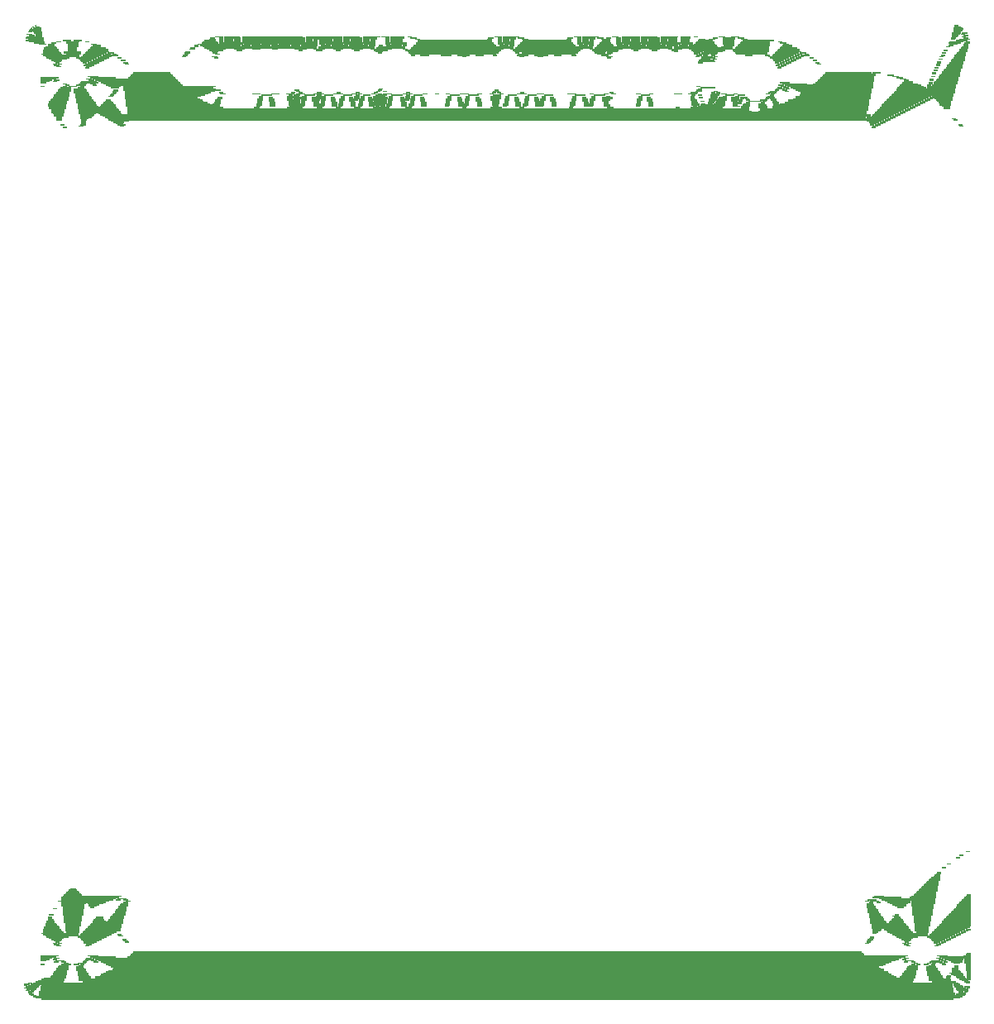
<source format=gto>
%MOIN*%
%OFA0B0*%
%FSLAX36Y36*%
%IPPOS*%
%LPD*%
G36*
X003750165Y000004995D02*
G01*
X003750165Y000009991D01*
X000073767Y000009991D01*
X000073767Y000004995D01*
X003750165Y000004995D01*
G37*
G36*
X003765161Y000009991D02*
G01*
X003765161Y000014987D01*
X000048774Y000014987D01*
X000048774Y000009991D01*
X003765161Y000009991D01*
G37*
G36*
X003775158Y000009991D02*
G01*
X003775158Y000014987D01*
X003757703Y000014987D01*
X003757703Y000009991D01*
X003775158Y000009991D01*
G37*
G36*
X000061230Y000014987D02*
G01*
X000061230Y000019983D01*
X000038776Y000019983D01*
X000038776Y000014987D01*
X000061230Y000014987D01*
G37*
G36*
X003765161Y000014987D02*
G01*
X003765161Y000019983D01*
X000058770Y000019983D01*
X000058770Y000014987D01*
X003765161Y000014987D01*
G37*
G36*
X003775158Y000014987D02*
G01*
X003775158Y000019983D01*
X003757703Y000019983D01*
X003757703Y000014987D01*
X003775158Y000014987D01*
G37*
G36*
X003785154Y000014987D02*
G01*
X003785154Y000019983D01*
X003767699Y000019983D01*
X003767699Y000014987D01*
X003785154Y000014987D01*
G37*
G36*
X000051233Y000019983D02*
G01*
X000051233Y000024979D01*
X000028779Y000024979D01*
X000028779Y000019983D01*
X000051233Y000019983D01*
G37*
G36*
X003755164Y000019983D02*
G01*
X003755164Y000024979D01*
X000063769Y000024979D01*
X000063769Y000019983D01*
X003755164Y000019983D01*
G37*
G36*
X003765161Y000019983D02*
G01*
X003765161Y000024979D01*
X003747706Y000024979D01*
X003747706Y000019983D01*
X003765161Y000019983D01*
G37*
G36*
X003775158Y000019983D02*
G01*
X003775158Y000024979D01*
X003757703Y000024979D01*
X003757703Y000019983D01*
X003775158Y000019983D01*
G37*
G36*
X003785154Y000019983D02*
G01*
X003785154Y000024979D01*
X003767699Y000024979D01*
X003767699Y000019983D01*
X003785154Y000019983D01*
G37*
G36*
X003792551Y000019983D02*
G01*
X003795151Y000022583D01*
X003795151Y000024979D01*
X003777696Y000024979D01*
X003777696Y000019983D01*
X003792551Y000019983D01*
G37*
G36*
X000041237Y000024980D02*
G01*
X000041237Y000029975D01*
X000023781Y000029975D01*
X000023781Y000024980D01*
X000041237Y000024980D01*
G37*
G36*
X003755164Y000024980D02*
G01*
X003755164Y000029975D01*
X000063769Y000029975D01*
X000063769Y000024980D01*
X003755164Y000024980D01*
G37*
G36*
X003775158Y000024980D02*
G01*
X003775158Y000029975D01*
X003757703Y000029975D01*
X003757703Y000024980D01*
X003775158Y000024980D01*
G37*
G36*
X003785154Y000024980D02*
G01*
X003785154Y000029975D01*
X003767699Y000029975D01*
X003767699Y000024980D01*
X003785154Y000024980D01*
G37*
G36*
X003797550Y000024980D02*
G01*
X003799094Y000026524D01*
X003800151Y000027873D01*
X003800151Y000029975D01*
X003782695Y000029975D01*
X003782695Y000024980D01*
X003797550Y000024980D01*
G37*
G36*
X000036237Y000029975D02*
G01*
X000036237Y000034972D01*
X000018783Y000034972D01*
X000018783Y000029975D01*
X000036237Y000029975D01*
G37*
G36*
X003755164Y000029975D02*
G01*
X003755164Y000034972D01*
X000063769Y000034972D01*
X000063769Y000029975D01*
X003755164Y000029975D01*
G37*
G36*
X003790154Y000029975D02*
G01*
X003790154Y000034972D01*
X003767699Y000034972D01*
X003767699Y000029975D01*
X003790154Y000029975D01*
G37*
G36*
X003800151Y000029975D02*
G01*
X003800151Y000034972D01*
X003782695Y000034972D01*
X003782695Y000029975D01*
X003800151Y000029975D01*
G37*
G36*
X000041237Y000034972D02*
G01*
X000041237Y000039968D01*
X000018783Y000039968D01*
X000018783Y000034972D01*
X000041237Y000034972D01*
G37*
G36*
X003750165Y000034972D02*
G01*
X003750165Y000039968D01*
X000063769Y000039968D01*
X000063769Y000034972D01*
X003750165Y000034972D01*
G37*
G36*
X003790154Y000034972D02*
G01*
X003790154Y000039968D01*
X003767699Y000039968D01*
X003767699Y000034972D01*
X003790154Y000034972D01*
G37*
G36*
X003805541Y000034972D02*
G01*
X003808561Y000039968D01*
X003792692Y000039968D01*
X003792692Y000034972D01*
X003805541Y000034972D01*
G37*
G36*
X000026241Y000039968D02*
G01*
X000026241Y000044964D01*
X000008785Y000044964D01*
X000008785Y000042665D01*
X000009018Y000042146D01*
X000010335Y000039968D01*
X000026241Y000039968D01*
G37*
G36*
X000046235Y000039968D02*
G01*
X000046235Y000044964D01*
X000028779Y000044964D01*
X000028779Y000039968D01*
X000046235Y000039968D01*
G37*
G36*
X003750165Y000039968D02*
G01*
X003750165Y000044964D01*
X000068767Y000044964D01*
X000068767Y000039968D01*
X003750165Y000039968D01*
G37*
G36*
X003785154Y000039968D02*
G01*
X003785154Y000044964D01*
X003762700Y000044964D01*
X003762700Y000039968D01*
X003785154Y000039968D01*
G37*
G36*
X003800151Y000039968D02*
G01*
X003800151Y000044964D01*
X003782695Y000044964D01*
X003782695Y000039968D01*
X003800151Y000039968D01*
G37*
G36*
X003808561Y000039968D02*
G01*
X003809877Y000042146D01*
X003811145Y000044964D01*
X003797690Y000044964D01*
X003797690Y000039968D01*
X003808561Y000039968D01*
G37*
G36*
X000036237Y000044963D02*
G01*
X000036237Y000049960D01*
X000013784Y000049960D01*
X000013784Y000044963D01*
X000036237Y000044963D01*
G37*
G36*
X000051233Y000044963D02*
G01*
X000051233Y000049960D01*
X000033777Y000049960D01*
X000033777Y000044963D01*
X000051233Y000044963D01*
G37*
G36*
X003750165Y000044963D02*
G01*
X003750165Y000049960D01*
X000068767Y000049960D01*
X000068767Y000044963D01*
X003750165Y000044963D01*
G37*
G36*
X003780157Y000044963D02*
G01*
X003780157Y000049960D01*
X003757703Y000049960D01*
X003757703Y000044963D01*
X003780157Y000044963D01*
G37*
G36*
X003810148Y000044963D02*
G01*
X003810148Y000049960D01*
X003777696Y000049960D01*
X003777696Y000044963D01*
X003810148Y000044963D01*
G37*
G36*
X000021242Y000049961D02*
G01*
X000021242Y000054957D01*
X000003825Y000054957D01*
X000005115Y000050817D01*
X000005501Y000049961D01*
X000021242Y000049961D01*
G37*
G36*
X000046235Y000049961D02*
G01*
X000046235Y000054957D01*
X000023781Y000054957D01*
X000023781Y000049961D01*
X000046235Y000049961D01*
G37*
G36*
X000056233Y000049961D02*
G01*
X000056233Y000054957D01*
X000038776Y000054957D01*
X000038776Y000049961D01*
X000056233Y000049961D01*
G37*
G36*
X003750165Y000049961D02*
G01*
X003750165Y000054957D01*
X000068767Y000054957D01*
X000068767Y000049961D01*
X003750165Y000049961D01*
G37*
G36*
X003775158Y000049961D02*
G01*
X003775158Y000054957D01*
X003757703Y000054957D01*
X003757703Y000049961D01*
X003775158Y000049961D01*
G37*
G36*
X003800151Y000049961D02*
G01*
X003800151Y000054957D01*
X003767699Y000054957D01*
X003767699Y000049961D01*
X003800151Y000049961D01*
G37*
G36*
X003813394Y000049961D02*
G01*
X003813779Y000050817D01*
X003815069Y000054957D01*
X003802690Y000054957D01*
X003802690Y000049961D01*
X003813394Y000049961D01*
G37*
G36*
X000031240Y000054957D02*
G01*
X000031240Y000059953D01*
X000008785Y000059953D01*
X000008785Y000054957D01*
X000031240Y000054957D01*
G37*
G36*
X000061230Y000054957D02*
G01*
X000061230Y000059953D01*
X000033777Y000059953D01*
X000033777Y000054957D01*
X000061230Y000054957D01*
G37*
G36*
X003745167Y000054957D02*
G01*
X003745167Y000059953D01*
X000068767Y000059953D01*
X000068767Y000054957D01*
X003745167Y000054957D01*
G37*
G36*
X003770159Y000054957D02*
G01*
X003770159Y000059953D01*
X003752703Y000059953D01*
X003752703Y000054957D01*
X003770159Y000054957D01*
G37*
G36*
X003790154Y000054957D02*
G01*
X003790154Y000059953D01*
X003762700Y000059953D01*
X003762700Y000054957D01*
X003790154Y000054957D01*
G37*
G36*
X003815069Y000054957D02*
G01*
X003815146Y000055204D01*
X003815146Y000059953D01*
X003792692Y000059953D01*
X003792692Y000054957D01*
X003815069Y000054957D01*
G37*
G36*
X000016244Y000059952D02*
G01*
X000016244Y000064949D01*
X000001361Y000064949D01*
X000002276Y000059952D01*
X000016244Y000059952D01*
G37*
G36*
X000041237Y000059952D02*
G01*
X000041237Y000064949D01*
X000018783Y000064949D01*
X000018783Y000059952D01*
X000041237Y000059952D01*
G37*
G36*
X000066230Y000059952D02*
G01*
X000066230Y000064949D01*
X000043775Y000064949D01*
X000043775Y000059952D01*
X000066230Y000059952D01*
G37*
G36*
X003745167Y000059952D02*
G01*
X003745167Y000064949D01*
X000073767Y000064949D01*
X000073767Y000059952D01*
X003745167Y000059952D01*
G37*
G36*
X003765161Y000059952D02*
G01*
X003765161Y000064949D01*
X003747706Y000064949D01*
X003747706Y000059952D01*
X003765161Y000059952D01*
G37*
G36*
X003785154Y000059952D02*
G01*
X003785154Y000064949D01*
X003757703Y000064949D01*
X003757703Y000059952D01*
X003785154Y000059952D01*
G37*
G36*
X000026241Y000064949D02*
G01*
X000026241Y000069946D01*
X000003786Y000069946D01*
X000003786Y000064949D01*
X000026241Y000064949D01*
G37*
G36*
X000051233Y000064949D02*
G01*
X000051233Y000069946D01*
X000028779Y000069946D01*
X000028779Y000064949D01*
X000051233Y000064949D01*
G37*
G36*
X000071228Y000064949D02*
G01*
X000071228Y000069946D01*
X000053772Y000069946D01*
X000053772Y000064949D01*
X000071228Y000064949D01*
G37*
G36*
X003745167Y000064949D02*
G01*
X003745167Y000069946D01*
X000073767Y000069946D01*
X000073767Y000064949D01*
X003745167Y000064949D01*
G37*
G36*
X003775158Y000064949D02*
G01*
X003775158Y000069946D01*
X003747706Y000069946D01*
X003747706Y000064949D01*
X003775158Y000064949D01*
G37*
G36*
X000036237Y000069945D02*
G01*
X000036237Y000074940D01*
X000018783Y000074940D01*
X000018783Y000069945D01*
X000036237Y000069945D01*
G37*
G36*
X000061230Y000069945D02*
G01*
X000061230Y000074940D01*
X000038776Y000074940D01*
X000038776Y000069945D01*
X000061230Y000069945D01*
G37*
G36*
X000076226Y000069945D02*
G01*
X000076226Y000074940D01*
X000058770Y000074940D01*
X000058770Y000069945D01*
X000076226Y000069945D01*
G37*
G36*
X003745167Y000069945D02*
G01*
X003745167Y000074940D01*
X000073767Y000074940D01*
X000073767Y000069945D01*
X003745167Y000069945D01*
G37*
G36*
X003770159Y000069945D02*
G01*
X003770159Y000074940D01*
X003742706Y000074940D01*
X003742706Y000069945D01*
X003770159Y000069945D01*
G37*
G36*
X003815146Y000069945D02*
G01*
X003815146Y000074940D01*
X003797690Y000074940D01*
X003797690Y000069945D01*
X003815146Y000069945D01*
G37*
G36*
X000071228Y000074942D02*
G01*
X000071228Y000079938D01*
X000048774Y000079938D01*
X000048774Y000074942D01*
X000071228Y000074942D01*
G37*
G36*
X000081224Y000074942D02*
G01*
X000081224Y000079938D01*
X000063769Y000079938D01*
X000063769Y000074942D01*
X000081224Y000074942D01*
G37*
G36*
X000161202Y000074942D02*
G01*
X000161202Y000079938D01*
X000073767Y000079938D01*
X000073767Y000074942D01*
X000161202Y000074942D01*
G37*
G36*
X003585213Y000074942D02*
G01*
X003585213Y000079938D01*
X000238718Y000079938D01*
X000238718Y000074942D01*
X003585213Y000074942D01*
G37*
G36*
X003745167Y000074942D02*
G01*
X003745167Y000079938D01*
X003662728Y000079938D01*
X003662728Y000074942D01*
X003745167Y000074942D01*
G37*
G36*
X003760163Y000074942D02*
G01*
X003760163Y000079938D01*
X003742706Y000079938D01*
X003742706Y000074942D01*
X003760163Y000074942D01*
G37*
G36*
X003815146Y000074942D02*
G01*
X003815146Y000079938D01*
X003792692Y000079938D01*
X003792692Y000074942D01*
X003815146Y000074942D01*
G37*
G36*
X000086223Y000079938D02*
G01*
X000086223Y000084935D01*
X000058770Y000084935D01*
X000058770Y000079938D01*
X000086223Y000079938D01*
G37*
G36*
X000141207Y000079938D02*
G01*
X000141207Y000084935D01*
X000078764Y000084935D01*
X000078764Y000079938D01*
X000141207Y000079938D01*
G37*
G36*
X000166200Y000079938D02*
G01*
X000166200Y000084935D01*
X000133749Y000084935D01*
X000133749Y000079938D01*
X000166200Y000079938D01*
G37*
G36*
X000261173Y000079938D02*
G01*
X000261173Y000084935D01*
X000223724Y000084935D01*
X000223724Y000079938D01*
X000261173Y000079938D01*
G37*
G36*
X003565219Y000079938D02*
G01*
X003565219Y000084935D01*
X000258712Y000084935D01*
X000258712Y000079938D01*
X003565219Y000079938D01*
G37*
G36*
X003590212Y000079938D02*
G01*
X003590212Y000084935D01*
X003557760Y000084935D01*
X003557760Y000079938D01*
X003590212Y000079938D01*
G37*
G36*
X003685184Y000079938D02*
G01*
X003685184Y000084935D01*
X003647735Y000084935D01*
X003647735Y000079938D01*
X003685184Y000079938D01*
G37*
G36*
X003740168Y000079938D02*
G01*
X003740168Y000084935D01*
X003682725Y000084935D01*
X003682725Y000079938D01*
X003740168Y000079938D01*
G37*
G36*
X003810148Y000079938D02*
G01*
X003810148Y000084935D01*
X003782695Y000084935D01*
X003782695Y000079938D01*
X003810148Y000079938D01*
G37*
G36*
X000121213Y000084934D02*
G01*
X000121213Y000089930D01*
X000073767Y000089930D01*
X000073767Y000084934D01*
X000121213Y000084934D01*
G37*
G36*
X000166200Y000084934D02*
G01*
X000166200Y000089930D01*
X000113753Y000089930D01*
X000113753Y000084934D01*
X000166200Y000084934D01*
G37*
G36*
X000276168Y000084934D02*
G01*
X000276168Y000089930D01*
X000223724Y000089930D01*
X000223724Y000084934D01*
X000276168Y000084934D01*
G37*
G36*
X003545225Y000084934D02*
G01*
X003545225Y000089930D01*
X000273708Y000089930D01*
X000273708Y000084934D01*
X003545225Y000084934D01*
G37*
G36*
X003590212Y000084934D02*
G01*
X003590212Y000089930D01*
X003537766Y000089930D01*
X003537766Y000084934D01*
X003590212Y000084934D01*
G37*
G36*
X003705178Y000084934D02*
G01*
X003705178Y000089930D01*
X003647735Y000089930D01*
X003647735Y000084934D01*
X003705178Y000084934D01*
G37*
G36*
X003740168Y000084934D02*
G01*
X003740168Y000089930D01*
X003702719Y000089930D01*
X003702719Y000084934D01*
X003740168Y000084934D01*
G37*
G36*
X003805150Y000084934D02*
G01*
X003805150Y000089930D01*
X003772699Y000089930D01*
X003772699Y000084934D01*
X003805150Y000084934D01*
G37*
G36*
X003818896Y000084934D02*
G01*
X003818896Y000089930D01*
X003802690Y000089930D01*
X003802690Y000084934D01*
X003818896Y000084934D01*
G37*
G36*
X000106218Y000089930D02*
G01*
X000106218Y000094924D01*
X000083763Y000094924D01*
X000083763Y000089930D01*
X000106218Y000089930D01*
G37*
G36*
X000171199Y000089930D02*
G01*
X000171199Y000094924D01*
X000103757Y000094924D01*
X000103757Y000089930D01*
X000171199Y000089930D01*
G37*
G36*
X000271171Y000089930D02*
G01*
X000271171Y000094924D01*
X000223724Y000094924D01*
X000223724Y000089930D01*
X000271171Y000089930D01*
G37*
G36*
X003530229Y000089930D02*
G01*
X003530229Y000094924D01*
X000288704Y000094924D01*
X000288704Y000089930D01*
X003530229Y000089930D01*
G37*
G36*
X003595210Y000089930D02*
G01*
X003595210Y000094924D01*
X003527768Y000094924D01*
X003527768Y000089930D01*
X003595210Y000089930D01*
G37*
G36*
X003710177Y000089930D02*
G01*
X003710177Y000094924D01*
X003647735Y000094924D01*
X003647735Y000089930D01*
X003710177Y000089930D01*
G37*
G36*
X003735170Y000089930D02*
G01*
X003735170Y000094924D01*
X003717713Y000094924D01*
X003717713Y000089930D01*
X003735170Y000089930D01*
G37*
G36*
X003800151Y000089930D02*
G01*
X003800151Y000094924D01*
X003762700Y000094924D01*
X003762700Y000089930D01*
X003800151Y000089930D01*
G37*
G36*
X003818896Y000089930D02*
G01*
X003818896Y000094924D01*
X003802690Y000094924D01*
X003802690Y000089930D01*
X003818896Y000089930D01*
G37*
G36*
X000171199Y000094924D02*
G01*
X000171199Y000099922D01*
X000108756Y000099922D01*
X000108756Y000094924D01*
X000171199Y000094924D01*
G37*
G36*
X000271171Y000094924D02*
G01*
X000271171Y000099922D01*
X000223724Y000099922D01*
X000223724Y000094924D01*
X000271171Y000094924D01*
G37*
G36*
X000306160Y000094924D02*
G01*
X000306160Y000099922D01*
X000288704Y000099922D01*
X000288704Y000094924D01*
X000306160Y000094924D01*
G37*
G36*
X003520232Y000094924D02*
G01*
X003520232Y000099922D01*
X000298701Y000099922D01*
X000298701Y000094924D01*
X003520232Y000094924D01*
G37*
G36*
X003595210Y000094924D02*
G01*
X003595210Y000099922D01*
X003532767Y000099922D01*
X003532767Y000094924D01*
X003595210Y000094924D01*
G37*
G36*
X003705178Y000094924D02*
G01*
X003705178Y000099922D01*
X003647735Y000099922D01*
X003647735Y000094924D01*
X003705178Y000094924D01*
G37*
G36*
X003740168Y000094924D02*
G01*
X003740168Y000099922D01*
X003717713Y000099922D01*
X003717713Y000094924D01*
X003740168Y000094924D01*
G37*
G36*
X003795151Y000094924D02*
G01*
X003795151Y000099922D01*
X003757703Y000099922D01*
X003757703Y000094924D01*
X003795151Y000094924D01*
G37*
G36*
X003818896Y000094924D02*
G01*
X003818896Y000099922D01*
X003802690Y000099922D01*
X003802690Y000094924D01*
X003818896Y000094924D01*
G37*
G36*
X000171199Y000099922D02*
G01*
X000171199Y000104919D01*
X000113753Y000104919D01*
X000113753Y000099922D01*
X000171199Y000099922D01*
G37*
G36*
X000266171Y000099922D02*
G01*
X000266171Y000104919D01*
X000218725Y000104919D01*
X000218725Y000099922D01*
X000266171Y000099922D01*
G37*
G36*
X003510235Y000099922D02*
G01*
X003510235Y000104919D01*
X000308699Y000104919D01*
X000308699Y000099922D01*
X003510235Y000099922D01*
G37*
G36*
X003595210Y000099922D02*
G01*
X003595210Y000104919D01*
X003537766Y000104919D01*
X003537766Y000099922D01*
X003595210Y000099922D01*
G37*
G36*
X003705178Y000099922D02*
G01*
X003705178Y000104919D01*
X003642735Y000104919D01*
X003642735Y000099922D01*
X003705178Y000099922D01*
G37*
G36*
X003740168Y000099922D02*
G01*
X003740168Y000104919D01*
X003722712Y000104919D01*
X003722712Y000099922D01*
X003740168Y000099922D01*
G37*
G36*
X003790154Y000099922D02*
G01*
X003790154Y000104919D01*
X003747706Y000104919D01*
X003747706Y000099922D01*
X003790154Y000099922D01*
G37*
G36*
X003818896Y000099922D02*
G01*
X003818896Y000104919D01*
X003802690Y000104919D01*
X003802690Y000099922D01*
X003818896Y000099922D01*
G37*
G36*
X000176198Y000104918D02*
G01*
X000176198Y000109915D01*
X000118754Y000109915D01*
X000118754Y000104918D01*
X000176198Y000104918D01*
G37*
G36*
X000261173Y000104918D02*
G01*
X000261173Y000109915D01*
X000218725Y000109915D01*
X000218725Y000104918D01*
X000261173Y000104918D01*
G37*
G36*
X000331153Y000104918D02*
G01*
X000331153Y000109915D01*
X000313697Y000109915D01*
X000313697Y000104918D01*
X000331153Y000104918D01*
G37*
G36*
X003500238Y000104918D02*
G01*
X003500238Y000109915D01*
X000323694Y000109915D01*
X000323694Y000104918D01*
X003500238Y000104918D01*
G37*
G36*
X003600209Y000104918D02*
G01*
X003600209Y000109915D01*
X003542764Y000109915D01*
X003542764Y000104918D01*
X003600209Y000104918D01*
G37*
G36*
X003700180Y000104918D02*
G01*
X003700180Y000109915D01*
X003642735Y000109915D01*
X003642735Y000104918D01*
X003700180Y000104918D01*
G37*
G36*
X003790154Y000104918D02*
G01*
X003790154Y000109915D01*
X003737709Y000109915D01*
X003737709Y000104918D01*
X003790154Y000104918D01*
G37*
G36*
X003818896Y000104918D02*
G01*
X003818896Y000109915D01*
X003802690Y000109915D01*
X003802690Y000104918D01*
X003818896Y000104918D01*
G37*
G36*
X000176198Y000109915D02*
G01*
X000176198Y000114911D01*
X000118754Y000114911D01*
X000118754Y000109915D01*
X000176198Y000109915D01*
G37*
G36*
X000261173Y000109915D02*
G01*
X000261173Y000114911D01*
X000218725Y000114911D01*
X000218725Y000109915D01*
X000261173Y000109915D01*
G37*
G36*
X000341150Y000109915D02*
G01*
X000341150Y000114911D01*
X000323694Y000114911D01*
X000323694Y000109915D01*
X000341150Y000109915D01*
G37*
G36*
X003490241Y000109915D02*
G01*
X003490241Y000114911D01*
X000333691Y000114911D01*
X000333691Y000109915D01*
X003490241Y000109915D01*
G37*
G36*
X003600209Y000109915D02*
G01*
X003600209Y000114911D01*
X003542764Y000114911D01*
X003542764Y000109915D01*
X003600209Y000109915D01*
G37*
G36*
X003695181Y000109915D02*
G01*
X003695181Y000114911D01*
X003642735Y000114911D01*
X003642735Y000109915D01*
X003695181Y000109915D01*
G37*
G36*
X003785154Y000109915D02*
G01*
X003785154Y000114911D01*
X003732709Y000114911D01*
X003732709Y000109915D01*
X003785154Y000109915D01*
G37*
G36*
X003818896Y000109915D02*
G01*
X003818896Y000114911D01*
X003802690Y000114911D01*
X003802690Y000109915D01*
X003818896Y000109915D01*
G37*
G36*
X000176198Y000114911D02*
G01*
X000176198Y000119907D01*
X000123751Y000119907D01*
X000123751Y000114911D01*
X000176198Y000114911D01*
G37*
G36*
X000256174Y000114911D02*
G01*
X000256174Y000119907D01*
X000218725Y000119907D01*
X000218725Y000114911D01*
X000256174Y000114911D01*
G37*
G36*
X000351147Y000114911D02*
G01*
X000351147Y000119907D01*
X000333691Y000119907D01*
X000333691Y000114911D01*
X000351147Y000114911D01*
G37*
G36*
X003485241Y000114911D02*
G01*
X003485241Y000119907D01*
X000343688Y000119907D01*
X000343688Y000114911D01*
X003485241Y000114911D01*
G37*
G36*
X003600209Y000114911D02*
G01*
X003600209Y000119907D01*
X003547763Y000119907D01*
X003547763Y000114911D01*
X003600209Y000114911D01*
G37*
G36*
X003695181Y000114911D02*
G01*
X003695181Y000119907D01*
X003642735Y000119907D01*
X003642735Y000114911D01*
X003695181Y000114911D01*
G37*
G36*
X003780157Y000114911D02*
G01*
X003780157Y000119907D01*
X003742706Y000119907D01*
X003742706Y000114911D01*
X003780157Y000114911D01*
G37*
G36*
X003818896Y000114911D02*
G01*
X003818896Y000119907D01*
X003802690Y000119907D01*
X003802690Y000114911D01*
X003818896Y000114911D01*
G37*
G36*
X000176198Y000119907D02*
G01*
X000176198Y000124903D01*
X000128750Y000124903D01*
X000128750Y000119907D01*
X000176198Y000119907D01*
G37*
G36*
X000251174Y000119907D02*
G01*
X000251174Y000124903D01*
X000213725Y000124903D01*
X000213725Y000119907D01*
X000251174Y000119907D01*
G37*
G36*
X003470246Y000119907D02*
G01*
X003470246Y000124903D01*
X000343688Y000124903D01*
X000343688Y000119907D01*
X003470246Y000119907D01*
G37*
G36*
X003600209Y000119907D02*
G01*
X003600209Y000124903D01*
X003552761Y000124903D01*
X003552761Y000119907D01*
X003600209Y000119907D01*
G37*
G36*
X003690183Y000119907D02*
G01*
X003690183Y000124903D01*
X003637738Y000124903D01*
X003637738Y000119907D01*
X003690183Y000119907D01*
G37*
G36*
X003775158Y000119907D02*
G01*
X003775158Y000124903D01*
X003742706Y000124903D01*
X003742706Y000119907D01*
X003775158Y000119907D01*
G37*
G36*
X003818896Y000119907D02*
G01*
X003818896Y000124903D01*
X003797690Y000124903D01*
X003797690Y000119907D01*
X003818896Y000119907D01*
G37*
G36*
X000181195Y000124904D02*
G01*
X000181195Y000129898D01*
X000133749Y000129898D01*
X000133749Y000124904D01*
X000181195Y000124904D01*
G37*
G36*
X000251174Y000124904D02*
G01*
X000251174Y000129898D01*
X000213725Y000129898D01*
X000213725Y000124904D01*
X000251174Y000124904D01*
G37*
G36*
X003470246Y000124904D02*
G01*
X003470246Y000129898D01*
X000358685Y000129898D01*
X000358685Y000124904D01*
X003470246Y000124904D01*
G37*
G36*
X003605207Y000124904D02*
G01*
X003605207Y000129898D01*
X003557760Y000129898D01*
X003557760Y000124904D01*
X003605207Y000124904D01*
G37*
G36*
X003685184Y000124904D02*
G01*
X003685184Y000129898D01*
X003637738Y000129898D01*
X003637738Y000124904D01*
X003685184Y000124904D01*
G37*
G36*
X003770159Y000124904D02*
G01*
X003770159Y000129898D01*
X003742706Y000129898D01*
X003742706Y000124904D01*
X003770159Y000124904D01*
G37*
G36*
X003818896Y000124904D02*
G01*
X003818896Y000129898D01*
X003797690Y000129898D01*
X003797690Y000124904D01*
X003818896Y000124904D01*
G37*
G36*
X000181195Y000129898D02*
G01*
X000181195Y000134896D01*
X000133749Y000134896D01*
X000133749Y000129898D01*
X000181195Y000129898D01*
G37*
G36*
X000246178Y000129898D02*
G01*
X000246178Y000134896D01*
X000213725Y000134896D01*
X000213725Y000129898D01*
X000246178Y000129898D01*
G37*
G36*
X003455251Y000129898D02*
G01*
X003455251Y000134896D01*
X000363682Y000134896D01*
X000363682Y000129898D01*
X003455251Y000129898D01*
G37*
G36*
X003605207Y000129898D02*
G01*
X003605207Y000134896D01*
X003557760Y000134896D01*
X003557760Y000129898D01*
X003605207Y000129898D01*
G37*
G36*
X003685184Y000129898D02*
G01*
X003685184Y000134896D01*
X003637738Y000134896D01*
X003637738Y000129898D01*
X003685184Y000129898D01*
G37*
G36*
X003760163Y000129898D02*
G01*
X003760163Y000134896D01*
X003742706Y000134896D01*
X003742706Y000129898D01*
X003760163Y000129898D01*
G37*
G36*
X003770159Y000129898D02*
G01*
X003770159Y000134896D01*
X003752703Y000134896D01*
X003752703Y000129898D01*
X003770159Y000129898D01*
G37*
G36*
X003818896Y000129898D02*
G01*
X003818896Y000134896D01*
X003797690Y000134896D01*
X003797690Y000129898D01*
X003818896Y000129898D01*
G37*
G36*
X000181195Y000134896D02*
G01*
X000181195Y000139892D01*
X000138747Y000139892D01*
X000138747Y000134896D01*
X000181195Y000134896D01*
G37*
G36*
X000241178Y000134896D02*
G01*
X000241178Y000139892D01*
X000213725Y000139892D01*
X000213725Y000134896D01*
X000241178Y000134896D01*
G37*
G36*
X000381137Y000134896D02*
G01*
X000381137Y000139892D01*
X000353686Y000139892D01*
X000353686Y000134896D01*
X000381137Y000134896D01*
G37*
G36*
X003450252Y000134896D02*
G01*
X003450252Y000139892D01*
X000373679Y000139892D01*
X000373679Y000134896D01*
X003450252Y000134896D01*
G37*
G36*
X003605207Y000134896D02*
G01*
X003605207Y000139892D01*
X003562758Y000139892D01*
X003562758Y000134896D01*
X003605207Y000134896D01*
G37*
G36*
X003680186Y000134896D02*
G01*
X003680186Y000139892D01*
X003637738Y000139892D01*
X003637738Y000134896D01*
X003680186Y000134896D01*
G37*
G36*
X003770159Y000134896D02*
G01*
X003770159Y000139892D01*
X003752703Y000139892D01*
X003752703Y000134896D01*
X003770159Y000134896D01*
G37*
G36*
X003818896Y000134896D02*
G01*
X003818896Y000139892D01*
X003797690Y000139892D01*
X003797690Y000134896D01*
X003818896Y000134896D01*
G37*
G36*
X000171199Y000139892D02*
G01*
X000171199Y000144888D01*
X000143747Y000144888D01*
X000143747Y000139892D01*
X000171199Y000139892D01*
G37*
G36*
X000181195Y000139892D02*
G01*
X000181195Y000144888D01*
X000163739Y000144888D01*
X000163739Y000139892D01*
X000181195Y000139892D01*
G37*
G36*
X000241178Y000139892D02*
G01*
X000241178Y000144888D01*
X000223724Y000144888D01*
X000223724Y000139892D01*
X000241178Y000139892D01*
G37*
G36*
X000386137Y000139892D02*
G01*
X000386137Y000144888D01*
X000343688Y000144888D01*
X000343688Y000139892D01*
X000386137Y000139892D01*
G37*
G36*
X003440255Y000139892D02*
G01*
X003440255Y000144888D01*
X000378679Y000144888D01*
X000378679Y000139892D01*
X003440255Y000139892D01*
G37*
G36*
X003465248Y000139892D02*
G01*
X003465248Y000144888D01*
X003432796Y000144888D01*
X003432796Y000139892D01*
X003465248Y000139892D01*
G37*
G36*
X003595210Y000139892D02*
G01*
X003595210Y000144888D01*
X003567758Y000144888D01*
X003567758Y000139892D01*
X003595210Y000139892D01*
G37*
G36*
X003605207Y000139892D02*
G01*
X003605207Y000144888D01*
X003587751Y000144888D01*
X003587751Y000139892D01*
X003605207Y000139892D01*
G37*
G36*
X003675187Y000139892D02*
G01*
X003675187Y000144888D01*
X003647735Y000144888D01*
X003647735Y000139892D01*
X003675187Y000139892D01*
G37*
G36*
X003770159Y000139892D02*
G01*
X003770159Y000144888D01*
X003752703Y000144888D01*
X003752703Y000139892D01*
X003770159Y000139892D01*
G37*
G36*
X003818896Y000139892D02*
G01*
X003818896Y000144888D01*
X003797690Y000144888D01*
X003797690Y000139892D01*
X003818896Y000139892D01*
G37*
G36*
X000086223Y000144888D02*
G01*
X000086223Y000149885D01*
X000068767Y000149885D01*
X000068767Y000144888D01*
X000086223Y000144888D01*
G37*
G36*
X000171199Y000144888D02*
G01*
X000171199Y000149885D01*
X000153744Y000149885D01*
X000153744Y000144888D01*
X000171199Y000144888D01*
G37*
G36*
X000191193Y000144888D02*
G01*
X000191193Y000149885D01*
X000173738Y000149885D01*
X000173738Y000144888D01*
X000191193Y000144888D01*
G37*
G36*
X000226183Y000144888D02*
G01*
X000226183Y000149885D01*
X000203728Y000149885D01*
X000203728Y000144888D01*
X000226183Y000144888D01*
G37*
G36*
X000246178Y000144888D02*
G01*
X000246178Y000149885D01*
X000228721Y000149885D01*
X000228721Y000144888D01*
X000246178Y000144888D01*
G37*
G36*
X000396133Y000144888D02*
G01*
X000396133Y000149885D01*
X000333691Y000149885D01*
X000333691Y000144888D01*
X000396133Y000144888D01*
G37*
G36*
X003475244Y000144888D02*
G01*
X003475244Y000149885D01*
X000388675Y000149885D01*
X000388675Y000144888D01*
X003475244Y000144888D01*
G37*
G36*
X003595210Y000144888D02*
G01*
X003595210Y000149885D01*
X003577754Y000149885D01*
X003577754Y000144888D01*
X003595210Y000144888D01*
G37*
G36*
X003615205Y000144888D02*
G01*
X003615205Y000149885D01*
X003597748Y000149885D01*
X003597748Y000144888D01*
X003615205Y000144888D01*
G37*
G36*
X003650194Y000144888D02*
G01*
X003650194Y000149885D01*
X003627739Y000149885D01*
X003627739Y000144888D01*
X003650194Y000144888D01*
G37*
G36*
X003675187Y000144888D02*
G01*
X003675187Y000149885D01*
X003657732Y000149885D01*
X003657732Y000144888D01*
X003675187Y000144888D01*
G37*
G36*
X003720173Y000144888D02*
G01*
X003720173Y000149885D01*
X003702719Y000149885D01*
X003702719Y000144888D01*
X003720173Y000144888D01*
G37*
G36*
X003818896Y000144888D02*
G01*
X003818896Y000149885D01*
X003797690Y000149885D01*
X003797690Y000144888D01*
X003818896Y000144888D01*
G37*
G36*
X000181195Y000149885D02*
G01*
X000181195Y000154881D01*
X000163739Y000154881D01*
X000163739Y000149885D01*
X000181195Y000149885D01*
G37*
G36*
X000236181Y000149885D02*
G01*
X000236181Y000154881D01*
X000218725Y000154881D01*
X000218725Y000149885D01*
X000236181Y000149885D01*
G37*
G36*
X000251174Y000149885D02*
G01*
X000251174Y000154881D01*
X000233721Y000154881D01*
X000233721Y000149885D01*
X000251174Y000149885D01*
G37*
G36*
X003425259Y000149885D02*
G01*
X003425259Y000154881D01*
X000323694Y000154881D01*
X000323694Y000149885D01*
X003425259Y000149885D01*
G37*
G36*
X003490241Y000149885D02*
G01*
X003490241Y000154881D01*
X003417799Y000154881D01*
X003417799Y000149885D01*
X003490241Y000149885D01*
G37*
G36*
X003605207Y000149885D02*
G01*
X003605207Y000154881D01*
X003587751Y000154881D01*
X003587751Y000149885D01*
X003605207Y000149885D01*
G37*
G36*
X003660191Y000149885D02*
G01*
X003660191Y000154881D01*
X003642735Y000154881D01*
X003642735Y000149885D01*
X003660191Y000149885D01*
G37*
G36*
X003680186Y000149885D02*
G01*
X003680186Y000154881D01*
X003662728Y000154881D01*
X003662728Y000149885D01*
X003680186Y000149885D01*
G37*
G36*
X003715176Y000149885D02*
G01*
X003715176Y000154881D01*
X003692722Y000154881D01*
X003692722Y000149885D01*
X003715176Y000149885D01*
G37*
G36*
X003775158Y000149885D02*
G01*
X003775158Y000154881D01*
X003747706Y000154881D01*
X003747706Y000149885D01*
X003775158Y000149885D01*
G37*
G36*
X003818896Y000149885D02*
G01*
X003818896Y000154881D01*
X003792692Y000154881D01*
X003792692Y000149885D01*
X003818896Y000149885D01*
G37*
G36*
X000141207Y000154881D02*
G01*
X000141207Y000159877D01*
X000123751Y000159877D01*
X000123751Y000154881D01*
X000141207Y000154881D01*
G37*
G36*
X000171199Y000154881D02*
G01*
X000171199Y000159877D01*
X000153744Y000159877D01*
X000153744Y000154881D01*
X000171199Y000154881D01*
G37*
G36*
X000256174Y000154881D02*
G01*
X000256174Y000159877D01*
X000238718Y000159877D01*
X000238718Y000154881D01*
X000256174Y000154881D01*
G37*
G36*
X000301161Y000154881D02*
G01*
X000301161Y000159877D01*
X000283706Y000159877D01*
X000283706Y000154881D01*
X000301161Y000154881D01*
G37*
G36*
X000406131Y000154881D02*
G01*
X000406131Y000159877D01*
X000313697Y000159877D01*
X000313697Y000154881D01*
X000406131Y000154881D01*
G37*
G36*
X003500238Y000154881D02*
G01*
X003500238Y000159877D01*
X000398672Y000159877D01*
X000398672Y000154881D01*
X003500238Y000154881D01*
G37*
G36*
X003565219Y000154881D02*
G01*
X003565219Y000159877D01*
X003547763Y000159877D01*
X003547763Y000154881D01*
X003565219Y000154881D01*
G37*
G36*
X003595210Y000154881D02*
G01*
X003595210Y000159877D01*
X003577754Y000159877D01*
X003577754Y000154881D01*
X003595210Y000154881D01*
G37*
G36*
X003670189Y000154881D02*
G01*
X003670189Y000159877D01*
X003652732Y000159877D01*
X003652732Y000154881D01*
X003670189Y000154881D01*
G37*
G36*
X003685184Y000154881D02*
G01*
X003685184Y000159877D01*
X003667728Y000159877D01*
X003667728Y000154881D01*
X003685184Y000154881D01*
G37*
G36*
X003705178Y000154881D02*
G01*
X003705178Y000159877D01*
X003682725Y000159877D01*
X003682725Y000154881D01*
X003705178Y000154881D01*
G37*
G36*
X003725173Y000154881D02*
G01*
X003725173Y000159877D01*
X003707716Y000159877D01*
X003707716Y000154881D01*
X003725173Y000154881D01*
G37*
G36*
X003785154Y000154881D02*
G01*
X003785154Y000159877D01*
X003737709Y000159877D01*
X003737709Y000154881D01*
X003785154Y000154881D01*
G37*
G36*
X003818896Y000154881D02*
G01*
X003818896Y000159877D01*
X003792692Y000159877D01*
X003792692Y000154881D01*
X003818896Y000154881D01*
G37*
G36*
X000091223Y000159877D02*
G01*
X000091223Y000164873D01*
X000068767Y000164873D01*
X000068767Y000159877D01*
X000091223Y000159877D01*
G37*
G36*
X000151205Y000159877D02*
G01*
X000151205Y000164873D01*
X000128750Y000164873D01*
X000128750Y000159877D01*
X000151205Y000159877D01*
G37*
G36*
X000166200Y000159877D02*
G01*
X000166200Y000164873D01*
X000148745Y000164873D01*
X000148745Y000159877D01*
X000166200Y000159877D01*
G37*
G36*
X000261173Y000159877D02*
G01*
X000261173Y000164873D01*
X000243717Y000164873D01*
X000243717Y000159877D01*
X000261173Y000159877D01*
G37*
G36*
X000296163Y000159877D02*
G01*
X000296163Y000164873D01*
X000273708Y000164873D01*
X000273708Y000159877D01*
X000296163Y000159877D01*
G37*
G36*
X003415262Y000159877D02*
G01*
X003415262Y000164873D01*
X000303700Y000164873D01*
X000303700Y000159877D01*
X003415262Y000159877D01*
G37*
G36*
X003515233Y000159877D02*
G01*
X003515233Y000164873D01*
X003407803Y000164873D01*
X003407803Y000159877D01*
X003515233Y000159877D01*
G37*
G36*
X003575216Y000159877D02*
G01*
X003575216Y000164873D01*
X003552761Y000164873D01*
X003552761Y000159877D01*
X003575216Y000159877D01*
G37*
G36*
X003590212Y000159877D02*
G01*
X003590212Y000164873D01*
X003572755Y000164873D01*
X003572755Y000159877D01*
X003590212Y000159877D01*
G37*
G36*
X003675187Y000159877D02*
G01*
X003675187Y000164873D01*
X003657732Y000164873D01*
X003657732Y000159877D01*
X003675187Y000159877D01*
G37*
G36*
X003695181Y000159877D02*
G01*
X003695181Y000164873D01*
X003672726Y000164873D01*
X003672726Y000159877D01*
X003695181Y000159877D01*
G37*
G36*
X003720173Y000159877D02*
G01*
X003720173Y000164873D01*
X003697719Y000164873D01*
X003697719Y000159877D01*
X003720173Y000159877D01*
G37*
G36*
X003785154Y000159877D02*
G01*
X003785154Y000164873D01*
X003727712Y000164873D01*
X003727712Y000159877D01*
X003785154Y000159877D01*
G37*
G36*
X003818896Y000159877D02*
G01*
X003818896Y000164873D01*
X003792692Y000164873D01*
X003792692Y000159877D01*
X003818896Y000159877D01*
G37*
G36*
X000106218Y000164872D02*
G01*
X000106218Y000169870D01*
X000068767Y000169870D01*
X000068767Y000164872D01*
X000106218Y000164872D01*
G37*
G36*
X000136209Y000164872D02*
G01*
X000136209Y000169870D01*
X000118754Y000169870D01*
X000118754Y000164872D01*
X000136209Y000164872D01*
G37*
G36*
X000266171Y000164872D02*
G01*
X000266171Y000169870D01*
X000248715Y000169870D01*
X000248715Y000164872D01*
X000266171Y000164872D01*
G37*
G36*
X000286166Y000164872D02*
G01*
X000286166Y000169870D01*
X000263711Y000169870D01*
X000263711Y000164872D01*
X000286166Y000164872D01*
G37*
G36*
X003410263Y000164872D02*
G01*
X003410263Y000169870D01*
X000288704Y000169870D01*
X000288704Y000164872D01*
X003410263Y000164872D01*
G37*
G36*
X003530229Y000164872D02*
G01*
X003530229Y000169870D01*
X003402804Y000169870D01*
X003402804Y000164872D01*
X003530229Y000164872D01*
G37*
G36*
X003560220Y000164872D02*
G01*
X003560220Y000169870D01*
X003542764Y000169870D01*
X003542764Y000164872D01*
X003560220Y000164872D01*
G37*
G36*
X003710177Y000164872D02*
G01*
X003710177Y000169870D01*
X003687722Y000169870D01*
X003687722Y000164872D01*
X003710177Y000164872D01*
G37*
G36*
X003790154Y000164872D02*
G01*
X003790154Y000169870D01*
X003712716Y000169870D01*
X003712716Y000164872D01*
X003790154Y000164872D01*
G37*
G36*
X003818896Y000164872D02*
G01*
X003818896Y000169870D01*
X003792692Y000169870D01*
X003792692Y000164872D01*
X003818896Y000164872D01*
G37*
G36*
X000116214Y000169869D02*
G01*
X000116214Y000174864D01*
X000068767Y000174864D01*
X000068767Y000169869D01*
X000116214Y000169869D01*
G37*
G36*
X000146207Y000169869D02*
G01*
X000146207Y000174864D01*
X000123751Y000174864D01*
X000123751Y000169869D01*
X000146207Y000169869D01*
G37*
G36*
X000276168Y000169869D02*
G01*
X000276168Y000174864D01*
X000253714Y000174864D01*
X000253714Y000169869D01*
X000276168Y000169869D01*
G37*
G36*
X003405263Y000169869D02*
G01*
X003405263Y000174864D01*
X000278707Y000174864D01*
X000278707Y000169869D01*
X003405263Y000169869D01*
G37*
G36*
X003540226Y000169869D02*
G01*
X003540226Y000174864D01*
X003397806Y000174864D01*
X003397806Y000169869D01*
X003540226Y000169869D01*
G37*
G36*
X003570218Y000169869D02*
G01*
X003570218Y000174864D01*
X003547763Y000174864D01*
X003547763Y000169869D01*
X003570218Y000169869D01*
G37*
G36*
X003700180Y000169869D02*
G01*
X003700180Y000174864D01*
X003677725Y000174864D01*
X003677725Y000169869D01*
X003700180Y000169869D01*
G37*
G36*
X003795151Y000169869D02*
G01*
X003795151Y000174864D01*
X003702719Y000174864D01*
X003702719Y000169869D01*
X003795151Y000169869D01*
G37*
G36*
X003818896Y000169869D02*
G01*
X003818896Y000174864D01*
X003792692Y000174864D01*
X003792692Y000169869D01*
X003818896Y000169869D01*
G37*
G36*
X000131211Y000174865D02*
G01*
X000131211Y000179862D01*
X000068767Y000179862D01*
X000068767Y000174865D01*
X000131211Y000174865D01*
G37*
G36*
X000371142Y000174865D02*
G01*
X000371142Y000179862D01*
X000268711Y000179862D01*
X000268711Y000174865D01*
X000371142Y000174865D01*
G37*
G36*
X003400267Y000174865D02*
G01*
X003400267Y000179862D01*
X000418665Y000179862D01*
X000418665Y000174865D01*
X003400267Y000174865D01*
G37*
G36*
X003555222Y000174865D02*
G01*
X003555222Y000179862D01*
X003392807Y000179862D01*
X003392807Y000174865D01*
X003555222Y000174865D01*
G37*
G36*
X003800151Y000174865D02*
G01*
X003800151Y000179862D01*
X003692722Y000179862D01*
X003692722Y000174865D01*
X003800151Y000174865D01*
G37*
G36*
X003818896Y000174865D02*
G01*
X003818896Y000179862D01*
X003792692Y000179862D01*
X003792692Y000174865D01*
X003818896Y000174865D01*
G37*
G36*
X000141207Y000179862D02*
G01*
X000141207Y000184858D01*
X000068767Y000184858D01*
X000068767Y000179862D01*
X000141207Y000179862D01*
G37*
G36*
X000301161Y000179862D02*
G01*
X000301161Y000184858D01*
X000258712Y000184858D01*
X000258712Y000179862D01*
X000301161Y000179862D01*
G37*
G36*
X003395268Y000179862D02*
G01*
X003395268Y000184858D01*
X000428664Y000184858D01*
X000428664Y000179862D01*
X003395268Y000179862D01*
G37*
G36*
X003565219Y000179862D02*
G01*
X003565219Y000184858D01*
X003392807Y000184858D01*
X003392807Y000179862D01*
X003565219Y000179862D01*
G37*
G36*
X003725173Y000179862D02*
G01*
X003725173Y000184858D01*
X003682725Y000184858D01*
X003682725Y000179862D01*
X003725173Y000179862D01*
G37*
G36*
X003818896Y000179862D02*
G01*
X003818896Y000184858D01*
X003787693Y000184858D01*
X003787693Y000179862D01*
X003818896Y000179862D01*
G37*
G36*
X003390270Y000184858D02*
G01*
X003390270Y000189853D01*
X000433663Y000189853D01*
X000433663Y000184858D01*
X003390270Y000184858D01*
G37*
G36*
X003818896Y000184858D02*
G01*
X003818896Y000189853D01*
X003797690Y000189853D01*
X003797690Y000184858D01*
X003818896Y000184858D01*
G37*
G36*
X003385271Y000189853D02*
G01*
X003385271Y000194850D01*
X000438662Y000194850D01*
X000438662Y000189853D01*
X003385271Y000189853D01*
G37*
G36*
X003818896Y000189853D02*
G01*
X003818896Y000194850D01*
X003802690Y000194850D01*
X003802690Y000189853D01*
X003818896Y000189853D01*
G37*
G36*
X003380273Y000194850D02*
G01*
X003380273Y000199846D01*
X000443659Y000199846D01*
X000443659Y000194850D01*
X003380273Y000194850D01*
G37*
G36*
X000151205Y000219831D02*
G01*
X000151205Y000224827D01*
X000133749Y000224827D01*
X000133749Y000219831D01*
X000151205Y000219831D01*
G37*
G36*
X000266171Y000219831D02*
G01*
X000266171Y000224827D01*
X000248715Y000224827D01*
X000248715Y000219831D01*
X000266171Y000219831D01*
G37*
G36*
X003575216Y000219831D02*
G01*
X003575216Y000224827D01*
X003557760Y000224827D01*
X003557760Y000219831D01*
X003575216Y000219831D01*
G37*
G36*
X003690183Y000219831D02*
G01*
X003690183Y000224827D01*
X003672726Y000224827D01*
X003672726Y000219831D01*
X003690183Y000219831D01*
G37*
G36*
X000146207Y000224827D02*
G01*
X000146207Y000229824D01*
X000123751Y000229824D01*
X000123751Y000224827D01*
X000146207Y000224827D01*
G37*
G36*
X000276168Y000224827D02*
G01*
X000276168Y000229824D01*
X000253714Y000229824D01*
X000253714Y000224827D01*
X000276168Y000224827D01*
G37*
G36*
X003570218Y000224827D02*
G01*
X003570218Y000229824D01*
X003547763Y000229824D01*
X003547763Y000224827D01*
X003570218Y000224827D01*
G37*
G36*
X003700180Y000224827D02*
G01*
X003700180Y000229824D01*
X003677725Y000229824D01*
X003677725Y000224827D01*
X003700180Y000224827D01*
G37*
G36*
X000136209Y000229824D02*
G01*
X000136209Y000234820D01*
X000118754Y000234820D01*
X000118754Y000229824D01*
X000136209Y000229824D01*
G37*
G36*
X000156204Y000229824D02*
G01*
X000156204Y000234820D01*
X000138747Y000234820D01*
X000138747Y000229824D01*
X000156204Y000229824D01*
G37*
G36*
X000261173Y000229824D02*
G01*
X000261173Y000234820D01*
X000243717Y000234820D01*
X000243717Y000229824D01*
X000261173Y000229824D01*
G37*
G36*
X000286166Y000229824D02*
G01*
X000286166Y000234820D01*
X000263711Y000234820D01*
X000263711Y000229824D01*
X000286166Y000229824D01*
G37*
G36*
X003410263Y000229824D02*
G01*
X003410263Y000234820D01*
X003392807Y000234820D01*
X003392807Y000229824D01*
X003410263Y000229824D01*
G37*
G36*
X003560220Y000229824D02*
G01*
X003560220Y000234820D01*
X003542764Y000234820D01*
X003542764Y000229824D01*
X003560220Y000229824D01*
G37*
G36*
X003580215Y000229824D02*
G01*
X003580215Y000234820D01*
X003562758Y000234820D01*
X003562758Y000229824D01*
X003580215Y000229824D01*
G37*
G36*
X003685184Y000229824D02*
G01*
X003685184Y000234820D01*
X003667728Y000234820D01*
X003667728Y000229824D01*
X003685184Y000229824D01*
G37*
G36*
X003710177Y000229824D02*
G01*
X003710177Y000234820D01*
X003687722Y000234820D01*
X003687722Y000229824D01*
X003710177Y000229824D01*
G37*
G36*
X000146207Y000234820D02*
G01*
X000146207Y000239816D01*
X000128750Y000239816D01*
X000128750Y000234820D01*
X000146207Y000234820D01*
G37*
G36*
X000271171Y000234820D02*
G01*
X000271171Y000239816D01*
X000243717Y000239816D01*
X000243717Y000234820D01*
X000271171Y000234820D01*
G37*
G36*
X000296163Y000234820D02*
G01*
X000296163Y000239816D01*
X000273708Y000239816D01*
X000273708Y000234820D01*
X000296163Y000234820D01*
G37*
G36*
X000426126Y000234820D02*
G01*
X000426126Y000239816D01*
X000408670Y000239816D01*
X000408670Y000234820D01*
X000426126Y000234820D01*
G37*
G36*
X003415262Y000234820D02*
G01*
X003415262Y000239816D01*
X003397806Y000239816D01*
X003397806Y000234820D01*
X003415262Y000234820D01*
G37*
G36*
X003570218Y000234820D02*
G01*
X003570218Y000239816D01*
X003552761Y000239816D01*
X003552761Y000234820D01*
X003570218Y000234820D01*
G37*
G36*
X003695181Y000234820D02*
G01*
X003695181Y000239816D01*
X003667728Y000239816D01*
X003667728Y000234820D01*
X003695181Y000234820D01*
G37*
G36*
X003720173Y000234820D02*
G01*
X003720173Y000239816D01*
X003697719Y000239816D01*
X003697719Y000234820D01*
X003720173Y000234820D01*
G37*
G36*
X000151205Y000239816D02*
G01*
X000151205Y000244812D01*
X000123751Y000244812D01*
X000123751Y000239816D01*
X000151205Y000239816D01*
G37*
G36*
X000281168Y000239816D02*
G01*
X000281168Y000244812D01*
X000238718Y000244812D01*
X000238718Y000239816D01*
X000281168Y000239816D01*
G37*
G36*
X000306160Y000239816D02*
G01*
X000306160Y000244812D01*
X000283706Y000244812D01*
X000283706Y000239816D01*
X000306160Y000239816D01*
G37*
G36*
X000421126Y000239816D02*
G01*
X000421126Y000244812D01*
X000403672Y000244812D01*
X000403672Y000239816D01*
X000421126Y000239816D01*
G37*
G36*
X003420260Y000239816D02*
G01*
X003420260Y000244812D01*
X003397806Y000244812D01*
X003397806Y000239816D01*
X003420260Y000239816D01*
G37*
G36*
X003575216Y000239816D02*
G01*
X003575216Y000244812D01*
X003547763Y000244812D01*
X003547763Y000239816D01*
X003575216Y000239816D01*
G37*
G36*
X003705178Y000239816D02*
G01*
X003705178Y000244812D01*
X003662728Y000244812D01*
X003662728Y000239816D01*
X003705178Y000239816D01*
G37*
G36*
X003730170Y000239816D02*
G01*
X003730170Y000244812D01*
X003707716Y000244812D01*
X003707716Y000239816D01*
X003730170Y000239816D01*
G37*
G36*
X000156204Y000244811D02*
G01*
X000156204Y000249808D01*
X000113753Y000249808D01*
X000113753Y000244811D01*
X000156204Y000244811D01*
G37*
G36*
X000291164Y000244811D02*
G01*
X000291164Y000249808D01*
X000233721Y000249808D01*
X000233721Y000244811D01*
X000291164Y000244811D01*
G37*
G36*
X000316158Y000244811D02*
G01*
X000316158Y000249808D01*
X000293703Y000249808D01*
X000293703Y000244811D01*
X000316158Y000244811D01*
G37*
G36*
X000416129Y000244811D02*
G01*
X000416129Y000249808D01*
X000398672Y000249808D01*
X000398672Y000244811D01*
X000416129Y000244811D01*
G37*
G36*
X003425259Y000244811D02*
G01*
X003425259Y000249808D01*
X003402804Y000249808D01*
X003402804Y000244811D01*
X003425259Y000244811D01*
G37*
G36*
X003580215Y000244811D02*
G01*
X003580215Y000249808D01*
X003537766Y000249808D01*
X003537766Y000244811D01*
X003580215Y000244811D01*
G37*
G36*
X003715176Y000244811D02*
G01*
X003715176Y000249808D01*
X003657732Y000249808D01*
X003657732Y000244811D01*
X003715176Y000244811D01*
G37*
G36*
X003740168Y000244811D02*
G01*
X003740168Y000249808D01*
X003717713Y000249808D01*
X003717713Y000244811D01*
X003740168Y000244811D01*
G37*
G36*
X000161202Y000249809D02*
G01*
X000161202Y000254805D01*
X000103757Y000254805D01*
X000103757Y000249809D01*
X000161202Y000249809D01*
G37*
G36*
X000301161Y000249809D02*
G01*
X000301161Y000254805D01*
X000228721Y000254805D01*
X000228721Y000249809D01*
X000301161Y000249809D01*
G37*
G36*
X000326155Y000249809D02*
G01*
X000326155Y000254805D01*
X000303700Y000254805D01*
X000303700Y000249809D01*
X000326155Y000249809D01*
G37*
G36*
X003430258Y000249809D02*
G01*
X003430258Y000254805D01*
X003407803Y000254805D01*
X003407803Y000249809D01*
X003430258Y000249809D01*
G37*
G36*
X003585213Y000249809D02*
G01*
X003585213Y000254805D01*
X003527768Y000254805D01*
X003527768Y000249809D01*
X003585213Y000249809D01*
G37*
G36*
X003725173Y000249809D02*
G01*
X003725173Y000254805D01*
X003652732Y000254805D01*
X003652732Y000249809D01*
X003725173Y000249809D01*
G37*
G36*
X003750165Y000249809D02*
G01*
X003750165Y000254805D01*
X003727712Y000254805D01*
X003727712Y000249809D01*
X003750165Y000249809D01*
G37*
G36*
X000166200Y000254805D02*
G01*
X000166200Y000259801D01*
X000093761Y000259801D01*
X000093761Y000254805D01*
X000166200Y000254805D01*
G37*
G36*
X000181195Y000254805D02*
G01*
X000181195Y000259801D01*
X000163739Y000259801D01*
X000163739Y000254805D01*
X000181195Y000254805D01*
G37*
G36*
X000311159Y000254805D02*
G01*
X000311159Y000259801D01*
X000218725Y000259801D01*
X000218725Y000254805D01*
X000311159Y000254805D01*
G37*
G36*
X000336151Y000254805D02*
G01*
X000336151Y000259801D01*
X000313697Y000259801D01*
X000313697Y000254805D01*
X000336151Y000254805D01*
G37*
G36*
X003430258Y000254805D02*
G01*
X003430258Y000259801D01*
X003412802Y000259801D01*
X003412802Y000254805D01*
X003430258Y000254805D01*
G37*
G36*
X003590212Y000254805D02*
G01*
X003590212Y000259801D01*
X003517771Y000259801D01*
X003517771Y000254805D01*
X003590212Y000254805D01*
G37*
G36*
X003605207Y000254805D02*
G01*
X003605207Y000259801D01*
X003587751Y000259801D01*
X003587751Y000254805D01*
X003605207Y000254805D01*
G37*
G36*
X003735170Y000254805D02*
G01*
X003735170Y000259801D01*
X003642735Y000259801D01*
X003642735Y000254805D01*
X003735170Y000254805D01*
G37*
G36*
X003760163Y000254805D02*
G01*
X003760163Y000259801D01*
X003737709Y000259801D01*
X003737709Y000254805D01*
X003760163Y000254805D01*
G37*
G36*
X000171199Y000259799D02*
G01*
X000171199Y000264798D01*
X000088762Y000264798D01*
X000088762Y000259799D01*
X000171199Y000259799D01*
G37*
G36*
X000181195Y000259799D02*
G01*
X000181195Y000264798D01*
X000163739Y000264798D01*
X000163739Y000259799D01*
X000181195Y000259799D01*
G37*
G36*
X000201191Y000259799D02*
G01*
X000201191Y000264798D01*
X000173738Y000264798D01*
X000173738Y000259799D01*
X000201191Y000259799D01*
G37*
G36*
X000231181Y000259799D02*
G01*
X000231181Y000264798D01*
X000198731Y000264798D01*
X000198731Y000259799D01*
X000231181Y000259799D01*
G37*
G36*
X000321155Y000259799D02*
G01*
X000321155Y000264798D01*
X000223724Y000264798D01*
X000223724Y000259799D01*
X000321155Y000259799D01*
G37*
G36*
X000346149Y000259799D02*
G01*
X000346149Y000264798D01*
X000323694Y000264798D01*
X000323694Y000259799D01*
X000346149Y000259799D01*
G37*
G36*
X000401133Y000259799D02*
G01*
X000401133Y000264798D01*
X000383677Y000264798D01*
X000383677Y000259799D01*
X000401133Y000259799D01*
G37*
G36*
X003595210Y000259799D02*
G01*
X003595210Y000264798D01*
X003512773Y000264798D01*
X003512773Y000259799D01*
X003595210Y000259799D01*
G37*
G36*
X003605207Y000259799D02*
G01*
X003605207Y000264798D01*
X003587751Y000264798D01*
X003587751Y000259799D01*
X003605207Y000259799D01*
G37*
G36*
X003625202Y000259799D02*
G01*
X003625202Y000264798D01*
X003597748Y000264798D01*
X003597748Y000259799D01*
X003625202Y000259799D01*
G37*
G36*
X003655193Y000259799D02*
G01*
X003655193Y000264798D01*
X003622741Y000264798D01*
X003622741Y000259799D01*
X003655193Y000259799D01*
G37*
G36*
X003745167Y000259799D02*
G01*
X003745167Y000264798D01*
X003647735Y000264798D01*
X003647735Y000259799D01*
X003745167Y000259799D01*
G37*
G36*
X003770159Y000259799D02*
G01*
X003770159Y000264798D01*
X003747706Y000264798D01*
X003747706Y000259799D01*
X003770159Y000259799D01*
G37*
G36*
X000171199Y000264797D02*
G01*
X000171199Y000269793D01*
X000078764Y000269793D01*
X000078764Y000264797D01*
X000171199Y000264797D01*
G37*
G36*
X000181195Y000264797D02*
G01*
X000181195Y000269793D01*
X000163739Y000269793D01*
X000163739Y000264797D01*
X000181195Y000264797D01*
G37*
G36*
X000221184Y000264797D02*
G01*
X000221184Y000269793D01*
X000173738Y000269793D01*
X000173738Y000264797D01*
X000221184Y000264797D01*
G37*
G36*
X000331153Y000264797D02*
G01*
X000331153Y000269793D01*
X000228721Y000269793D01*
X000228721Y000264797D01*
X000331153Y000264797D01*
G37*
G36*
X000356146Y000264797D02*
G01*
X000356146Y000269793D01*
X000333691Y000269793D01*
X000333691Y000264797D01*
X000356146Y000264797D01*
G37*
G36*
X000396133Y000264797D02*
G01*
X000396133Y000269793D01*
X000378679Y000269793D01*
X000378679Y000264797D01*
X000396133Y000264797D01*
G37*
G36*
X003595210Y000264797D02*
G01*
X003595210Y000269793D01*
X003502777Y000269793D01*
X003502777Y000264797D01*
X003595210Y000264797D01*
G37*
G36*
X003605207Y000264797D02*
G01*
X003605207Y000269793D01*
X003587751Y000269793D01*
X003587751Y000264797D01*
X003605207Y000264797D01*
G37*
G36*
X003645196Y000264797D02*
G01*
X003645196Y000269793D01*
X003597748Y000269793D01*
X003597748Y000264797D01*
X003645196Y000264797D01*
G37*
G36*
X003755164Y000264797D02*
G01*
X003755164Y000269793D01*
X003652732Y000269793D01*
X003652732Y000264797D01*
X003755164Y000264797D01*
G37*
G36*
X003780157Y000264797D02*
G01*
X003780157Y000269793D01*
X003757703Y000269793D01*
X003757703Y000264797D01*
X003780157Y000264797D01*
G37*
G36*
X000166200Y000269792D02*
G01*
X000166200Y000274789D01*
X000073767Y000274789D01*
X000073767Y000269792D01*
X000166200Y000269792D01*
G37*
G36*
X000181195Y000269792D02*
G01*
X000181195Y000274789D01*
X000163739Y000274789D01*
X000163739Y000269792D01*
X000181195Y000269792D01*
G37*
G36*
X000221184Y000269792D02*
G01*
X000221184Y000274789D01*
X000173738Y000274789D01*
X000173738Y000269792D01*
X000221184Y000269792D01*
G37*
G36*
X000341150Y000269792D02*
G01*
X000341150Y000274789D01*
X000233721Y000274789D01*
X000233721Y000269792D01*
X000341150Y000269792D01*
G37*
G36*
X000366142Y000269792D02*
G01*
X000366142Y000274789D01*
X000343688Y000274789D01*
X000343688Y000269792D01*
X000366142Y000269792D01*
G37*
G36*
X003440255Y000269792D02*
G01*
X003440255Y000274789D01*
X003422799Y000274789D01*
X003422799Y000269792D01*
X003440255Y000269792D01*
G37*
G36*
X003590212Y000269792D02*
G01*
X003590212Y000274789D01*
X003492779Y000274789D01*
X003492779Y000269792D01*
X003590212Y000269792D01*
G37*
G36*
X003605207Y000269792D02*
G01*
X003605207Y000274789D01*
X003587751Y000274789D01*
X003587751Y000269792D01*
X003605207Y000269792D01*
G37*
G36*
X003645196Y000269792D02*
G01*
X003645196Y000274789D01*
X003597748Y000274789D01*
X003597748Y000269792D01*
X003645196Y000269792D01*
G37*
G36*
X003765161Y000269792D02*
G01*
X003765161Y000274789D01*
X003657732Y000274789D01*
X003657732Y000269792D01*
X003765161Y000269792D01*
G37*
G36*
X003790154Y000269792D02*
G01*
X003790154Y000274789D01*
X003767699Y000274789D01*
X003767699Y000269792D01*
X003790154Y000269792D01*
G37*
G36*
X000161202Y000274790D02*
G01*
X000161202Y000279786D01*
X000078764Y000279786D01*
X000078764Y000274790D01*
X000161202Y000274790D01*
G37*
G36*
X000226183Y000274790D02*
G01*
X000226183Y000279786D01*
X000173738Y000279786D01*
X000173738Y000274790D01*
X000226183Y000274790D01*
G37*
G36*
X000351147Y000274790D02*
G01*
X000351147Y000279786D01*
X000238718Y000279786D01*
X000238718Y000274790D01*
X000351147Y000274790D01*
G37*
G36*
X000376140Y000274790D02*
G01*
X000376140Y000279786D01*
X000353686Y000279786D01*
X000353686Y000274790D01*
X000376140Y000274790D01*
G37*
G36*
X003445254Y000274790D02*
G01*
X003445254Y000279786D01*
X003422799Y000279786D01*
X003422799Y000274790D01*
X003445254Y000274790D01*
G37*
G36*
X003585213Y000274790D02*
G01*
X003585213Y000279786D01*
X003482780Y000279786D01*
X003482780Y000274790D01*
X003585213Y000274790D01*
G37*
G36*
X003650194Y000274790D02*
G01*
X003650194Y000279786D01*
X003597748Y000279786D01*
X003597748Y000274790D01*
X003650194Y000274790D01*
G37*
G36*
X003775158Y000274790D02*
G01*
X003775158Y000279786D01*
X003662728Y000279786D01*
X003662728Y000274790D01*
X003775158Y000274790D01*
G37*
G36*
X003800151Y000274790D02*
G01*
X003800151Y000279786D01*
X003777696Y000279786D01*
X003777696Y000274790D01*
X003800151Y000274790D01*
G37*
G36*
X000156204Y000279785D02*
G01*
X000156204Y000284782D01*
X000078764Y000284782D01*
X000078764Y000279785D01*
X000156204Y000279785D01*
G37*
G36*
X000226183Y000279785D02*
G01*
X000226183Y000284782D01*
X000168738Y000284782D01*
X000168738Y000279785D01*
X000226183Y000279785D01*
G37*
G36*
X000361144Y000279785D02*
G01*
X000361144Y000284782D01*
X000243717Y000284782D01*
X000243717Y000279785D01*
X000361144Y000279785D01*
G37*
G36*
X000391136Y000279785D02*
G01*
X000391136Y000284782D01*
X000363682Y000284782D01*
X000363682Y000279785D01*
X000391136Y000279785D01*
G37*
G36*
X003455251Y000279785D02*
G01*
X003455251Y000284782D01*
X003422799Y000284782D01*
X003422799Y000279785D01*
X003455251Y000279785D01*
G37*
G36*
X003580215Y000279785D02*
G01*
X003580215Y000284782D01*
X003477783Y000284782D01*
X003477783Y000279785D01*
X003580215Y000279785D01*
G37*
G36*
X003650194Y000279785D02*
G01*
X003650194Y000284782D01*
X003592751Y000284782D01*
X003592751Y000279785D01*
X003650194Y000279785D01*
G37*
G36*
X003785154Y000279785D02*
G01*
X003785154Y000284782D01*
X003667728Y000284782D01*
X003667728Y000279785D01*
X003785154Y000279785D01*
G37*
G36*
X003810148Y000279785D02*
G01*
X003810148Y000284782D01*
X003787693Y000284782D01*
X003787693Y000279785D01*
X003810148Y000279785D01*
G37*
G36*
X000151205Y000284781D02*
G01*
X000151205Y000289778D01*
X000078764Y000289778D01*
X000078764Y000284781D01*
X000151205Y000284781D01*
G37*
G36*
X000226183Y000284781D02*
G01*
X000226183Y000289778D01*
X000168738Y000289778D01*
X000168738Y000284781D01*
X000226183Y000284781D01*
G37*
G36*
X000391136Y000284781D02*
G01*
X000391136Y000289778D01*
X000248715Y000289778D01*
X000248715Y000284781D01*
X000391136Y000284781D01*
G37*
G36*
X003460249Y000284781D02*
G01*
X003460249Y000289778D01*
X003422799Y000289778D01*
X003422799Y000284781D01*
X003460249Y000284781D01*
G37*
G36*
X003575216Y000284781D02*
G01*
X003575216Y000289778D01*
X003467786Y000289778D01*
X003467786Y000284781D01*
X003575216Y000284781D01*
G37*
G36*
X003650194Y000284781D02*
G01*
X003650194Y000289778D01*
X003592751Y000289778D01*
X003592751Y000284781D01*
X003650194Y000284781D01*
G37*
G36*
X003795151Y000284781D02*
G01*
X003795151Y000289778D01*
X003672726Y000289778D01*
X003672726Y000284781D01*
X003795151Y000284781D01*
G37*
G36*
X003818896Y000284781D02*
G01*
X003818896Y000289778D01*
X003797690Y000289778D01*
X003797690Y000284781D01*
X003818896Y000284781D01*
G37*
G36*
X000146207Y000289778D02*
G01*
X000146207Y000294774D01*
X000083763Y000294774D01*
X000083763Y000289778D01*
X000146207Y000289778D01*
G37*
G36*
X000226183Y000289778D02*
G01*
X000226183Y000294774D01*
X000168738Y000294774D01*
X000168738Y000289778D01*
X000226183Y000289778D01*
G37*
G36*
X000361144Y000289778D02*
G01*
X000361144Y000294774D01*
X000253714Y000294774D01*
X000253714Y000289778D01*
X000361144Y000289778D01*
G37*
G36*
X000391136Y000289778D02*
G01*
X000391136Y000294774D01*
X000353686Y000294774D01*
X000353686Y000289778D01*
X000391136Y000289778D01*
G37*
G36*
X003465248Y000289778D02*
G01*
X003465248Y000294774D01*
X003417799Y000294774D01*
X003417799Y000289778D01*
X003465248Y000289778D01*
G37*
G36*
X003570218Y000289778D02*
G01*
X003570218Y000294774D01*
X003462787Y000294774D01*
X003462787Y000289778D01*
X003570218Y000289778D01*
G37*
G36*
X003650194Y000289778D02*
G01*
X003650194Y000294774D01*
X003592751Y000294774D01*
X003592751Y000289778D01*
X003650194Y000289778D01*
G37*
G36*
X003805150Y000289778D02*
G01*
X003805150Y000294774D01*
X003677725Y000294774D01*
X003677725Y000289778D01*
X003805150Y000289778D01*
G37*
G36*
X000146207Y000294774D02*
G01*
X000146207Y000299772D01*
X000083763Y000299772D01*
X000083763Y000294774D01*
X000146207Y000294774D01*
G37*
G36*
X000226183Y000294774D02*
G01*
X000226183Y000299772D01*
X000168738Y000299772D01*
X000168738Y000294774D01*
X000226183Y000294774D01*
G37*
G36*
X000356146Y000294774D02*
G01*
X000356146Y000299772D01*
X000258712Y000299772D01*
X000258712Y000294774D01*
X000356146Y000294774D01*
G37*
G36*
X000396133Y000294774D02*
G01*
X000396133Y000299772D01*
X000348687Y000299772D01*
X000348687Y000294774D01*
X000396133Y000294774D01*
G37*
G36*
X003470246Y000294774D02*
G01*
X003470246Y000299772D01*
X003417799Y000299772D01*
X003417799Y000294774D01*
X003470246Y000294774D01*
G37*
G36*
X003570218Y000294774D02*
G01*
X003570218Y000299772D01*
X003467786Y000299772D01*
X003467786Y000294774D01*
X003570218Y000294774D01*
G37*
G36*
X003650194Y000294774D02*
G01*
X003650194Y000299772D01*
X003592751Y000299772D01*
X003592751Y000294774D01*
X003650194Y000294774D01*
G37*
G36*
X003815146Y000294774D02*
G01*
X003815146Y000299772D01*
X003682725Y000299772D01*
X003682725Y000294774D01*
X003815146Y000294774D01*
G37*
G36*
X000141207Y000299771D02*
G01*
X000141207Y000304766D01*
X000088762Y000304766D01*
X000088762Y000299771D01*
X000141207Y000299771D01*
G37*
G36*
X000231181Y000299771D02*
G01*
X000231181Y000304766D01*
X000168738Y000304766D01*
X000168738Y000299771D01*
X000231181Y000299771D01*
G37*
G36*
X000351147Y000299771D02*
G01*
X000351147Y000304766D01*
X000263711Y000304766D01*
X000263711Y000299771D01*
X000351147Y000299771D01*
G37*
G36*
X000396133Y000299771D02*
G01*
X000396133Y000304766D01*
X000343688Y000304766D01*
X000343688Y000299771D01*
X000396133Y000299771D01*
G37*
G36*
X003480244Y000299771D02*
G01*
X003480244Y000304766D01*
X003417799Y000304766D01*
X003417799Y000299771D01*
X003480244Y000299771D01*
G37*
G36*
X003565219Y000299771D02*
G01*
X003565219Y000304766D01*
X003472785Y000304766D01*
X003472785Y000299771D01*
X003565219Y000299771D01*
G37*
G36*
X003655193Y000299771D02*
G01*
X003655193Y000304766D01*
X003592751Y000304766D01*
X003592751Y000299771D01*
X003655193Y000299771D01*
G37*
G36*
X003818896Y000299771D02*
G01*
X003818896Y000304766D01*
X003687722Y000304766D01*
X003687722Y000299771D01*
X003818896Y000299771D01*
G37*
G36*
X000136209Y000304766D02*
G01*
X000136209Y000309763D01*
X000088762Y000309763D01*
X000088762Y000304766D01*
X000136209Y000304766D01*
G37*
G36*
X000231181Y000304766D02*
G01*
X000231181Y000309763D01*
X000168738Y000309763D01*
X000168738Y000304766D01*
X000231181Y000304766D01*
G37*
G36*
X000346149Y000304766D02*
G01*
X000346149Y000309763D01*
X000268711Y000309763D01*
X000268711Y000304766D01*
X000346149Y000304766D01*
G37*
G36*
X000396133Y000304766D02*
G01*
X000396133Y000309763D01*
X000338689Y000309763D01*
X000338689Y000304766D01*
X000396133Y000304766D01*
G37*
G36*
X003485241Y000304766D02*
G01*
X003485241Y000309763D01*
X003417799Y000309763D01*
X003417799Y000304766D01*
X003485241Y000304766D01*
G37*
G36*
X003560220Y000304766D02*
G01*
X003560220Y000309763D01*
X003477783Y000309763D01*
X003477783Y000304766D01*
X003560220Y000304766D01*
G37*
G36*
X003655193Y000304766D02*
G01*
X003655193Y000309763D01*
X003592751Y000309763D01*
X003592751Y000304766D01*
X003655193Y000304766D01*
G37*
G36*
X003818896Y000304766D02*
G01*
X003818896Y000309763D01*
X003692722Y000309763D01*
X003692722Y000304766D01*
X003818896Y000304766D01*
G37*
G36*
X000131211Y000309763D02*
G01*
X000131211Y000314759D01*
X000088762Y000314759D01*
X000088762Y000309763D01*
X000131211Y000309763D01*
G37*
G36*
X000231181Y000309763D02*
G01*
X000231181Y000314759D01*
X000168738Y000314759D01*
X000168738Y000309763D01*
X000231181Y000309763D01*
G37*
G36*
X000341150Y000309763D02*
G01*
X000341150Y000314759D01*
X000273708Y000314759D01*
X000273708Y000309763D01*
X000341150Y000309763D01*
G37*
G36*
X000401133Y000309763D02*
G01*
X000401133Y000314759D01*
X000333691Y000314759D01*
X000333691Y000309763D01*
X000401133Y000309763D01*
G37*
G36*
X003480244Y000309763D02*
G01*
X003480244Y000314759D01*
X003412802Y000314759D01*
X003412802Y000309763D01*
X003480244Y000309763D01*
G37*
G36*
X003490241Y000309763D02*
G01*
X003490241Y000314759D01*
X003472785Y000314759D01*
X003472785Y000309763D01*
X003490241Y000309763D01*
G37*
G36*
X003555222Y000309763D02*
G01*
X003555222Y000314759D01*
X003482780Y000314759D01*
X003482780Y000309763D01*
X003555222Y000309763D01*
G37*
G36*
X003655193Y000309763D02*
G01*
X003655193Y000314759D01*
X003592751Y000314759D01*
X003592751Y000309763D01*
X003655193Y000309763D01*
G37*
G36*
X003818896Y000309763D02*
G01*
X003818896Y000314759D01*
X003697719Y000314759D01*
X003697719Y000309763D01*
X003818896Y000309763D01*
G37*
G36*
X000126211Y000314759D02*
G01*
X000126211Y000319755D01*
X000093761Y000319755D01*
X000093761Y000314759D01*
X000126211Y000314759D01*
G37*
G36*
X000231181Y000314759D02*
G01*
X000231181Y000319755D01*
X000163739Y000319755D01*
X000163739Y000314759D01*
X000231181Y000314759D01*
G37*
G36*
X000336151Y000314759D02*
G01*
X000336151Y000319755D01*
X000278707Y000319755D01*
X000278707Y000314759D01*
X000336151Y000314759D01*
G37*
G36*
X000401133Y000314759D02*
G01*
X000401133Y000319755D01*
X000333691Y000319755D01*
X000333691Y000314759D01*
X000401133Y000314759D01*
G37*
G36*
X003480244Y000314759D02*
G01*
X003480244Y000319755D01*
X003412802Y000319755D01*
X003412802Y000314759D01*
X003480244Y000314759D01*
G37*
G36*
X003550222Y000314759D02*
G01*
X003550222Y000319755D01*
X003487780Y000319755D01*
X003487780Y000314759D01*
X003550222Y000314759D01*
G37*
G36*
X003655193Y000314759D02*
G01*
X003655193Y000319755D01*
X003587751Y000319755D01*
X003587751Y000314759D01*
X003655193Y000314759D01*
G37*
G36*
X003818896Y000314759D02*
G01*
X003818896Y000319755D01*
X003702719Y000319755D01*
X003702719Y000314759D01*
X003818896Y000314759D01*
G37*
G36*
X000126211Y000319756D02*
G01*
X000126211Y000324752D01*
X000093761Y000324752D01*
X000093761Y000319756D01*
X000126211Y000319756D01*
G37*
G36*
X000236181Y000319756D02*
G01*
X000236181Y000324752D01*
X000163739Y000324752D01*
X000163739Y000319756D01*
X000236181Y000319756D01*
G37*
G36*
X000331153Y000319756D02*
G01*
X000331153Y000324752D01*
X000278707Y000324752D01*
X000278707Y000319756D01*
X000331153Y000319756D01*
G37*
G36*
X000401133Y000319756D02*
G01*
X000401133Y000324752D01*
X000338689Y000324752D01*
X000338689Y000319756D01*
X000401133Y000319756D01*
G37*
G36*
X003475244Y000319756D02*
G01*
X003475244Y000324752D01*
X003412802Y000324752D01*
X003412802Y000319756D01*
X003475244Y000319756D01*
G37*
G36*
X003550222Y000319756D02*
G01*
X003550222Y000324752D01*
X003492779Y000324752D01*
X003492779Y000319756D01*
X003550222Y000319756D01*
G37*
G36*
X003660191Y000319756D02*
G01*
X003660191Y000324752D01*
X003587751Y000324752D01*
X003587751Y000319756D01*
X003660191Y000319756D01*
G37*
G36*
X003818896Y000319756D02*
G01*
X003818896Y000324752D01*
X003702719Y000324752D01*
X003702719Y000319756D01*
X003818896Y000319756D01*
G37*
G36*
X000121213Y000324752D02*
G01*
X000121213Y000329748D01*
X000098760Y000329748D01*
X000098760Y000324752D01*
X000121213Y000324752D01*
G37*
G36*
X000236181Y000324752D02*
G01*
X000236181Y000329748D01*
X000163739Y000329748D01*
X000163739Y000324752D01*
X000236181Y000324752D01*
G37*
G36*
X000326155Y000324752D02*
G01*
X000326155Y000329748D01*
X000283706Y000329748D01*
X000283706Y000324752D01*
X000326155Y000324752D01*
G37*
G36*
X000401133Y000324752D02*
G01*
X000401133Y000329748D01*
X000343688Y000329748D01*
X000343688Y000324752D01*
X000401133Y000324752D01*
G37*
G36*
X003470246Y000324752D02*
G01*
X003470246Y000329748D01*
X003412802Y000329748D01*
X003412802Y000324752D01*
X003470246Y000324752D01*
G37*
G36*
X003545225Y000324752D02*
G01*
X003545225Y000329748D01*
X003497777Y000329748D01*
X003497777Y000324752D01*
X003545225Y000324752D01*
G37*
G36*
X003660191Y000324752D02*
G01*
X003660191Y000329748D01*
X003587751Y000329748D01*
X003587751Y000324752D01*
X003660191Y000324752D01*
G37*
G36*
X003818896Y000324752D02*
G01*
X003818896Y000329748D01*
X003707716Y000329748D01*
X003707716Y000324752D01*
X003818896Y000324752D01*
G37*
G36*
X000116214Y000329748D02*
G01*
X000116214Y000334744D01*
X000098760Y000334744D01*
X000098760Y000329748D01*
X000116214Y000329748D01*
G37*
G36*
X000236181Y000329748D02*
G01*
X000236181Y000334744D01*
X000163739Y000334744D01*
X000163739Y000329748D01*
X000236181Y000329748D01*
G37*
G36*
X000321155Y000329748D02*
G01*
X000321155Y000334744D01*
X000288704Y000334744D01*
X000288704Y000329748D01*
X000321155Y000329748D01*
G37*
G36*
X000406131Y000329748D02*
G01*
X000406131Y000334744D01*
X000348687Y000334744D01*
X000348687Y000329748D01*
X000406131Y000329748D01*
G37*
G36*
X003470246Y000329748D02*
G01*
X003470246Y000334744D01*
X003412802Y000334744D01*
X003412802Y000329748D01*
X003470246Y000329748D01*
G37*
G36*
X003540226Y000329748D02*
G01*
X003540226Y000334744D01*
X003502777Y000334744D01*
X003502777Y000329748D01*
X003540226Y000329748D01*
G37*
G36*
X003660191Y000329748D02*
G01*
X003660191Y000334744D01*
X003587751Y000334744D01*
X003587751Y000329748D01*
X003660191Y000329748D01*
G37*
G36*
X003818896Y000329748D02*
G01*
X003818896Y000334744D01*
X003712716Y000334744D01*
X003712716Y000329748D01*
X003818896Y000329748D01*
G37*
G36*
X000116214Y000334744D02*
G01*
X000116214Y000339740D01*
X000098760Y000339740D01*
X000098760Y000334744D01*
X000116214Y000334744D01*
G37*
G36*
X000236181Y000334744D02*
G01*
X000236181Y000339740D01*
X000163739Y000339740D01*
X000163739Y000334744D01*
X000236181Y000334744D01*
G37*
G36*
X000321155Y000334744D02*
G01*
X000321155Y000339740D01*
X000293703Y000339740D01*
X000293703Y000334744D01*
X000321155Y000334744D01*
G37*
G36*
X000406131Y000334744D02*
G01*
X000406131Y000339740D01*
X000348687Y000339740D01*
X000348687Y000334744D01*
X000406131Y000334744D01*
G37*
G36*
X003465248Y000334744D02*
G01*
X003465248Y000339740D01*
X003407803Y000339740D01*
X003407803Y000334744D01*
X003465248Y000334744D01*
G37*
G36*
X003535228Y000334744D02*
G01*
X003535228Y000339740D01*
X003507774Y000339740D01*
X003507774Y000334744D01*
X003535228Y000334744D01*
G37*
G36*
X003660191Y000334744D02*
G01*
X003660191Y000339740D01*
X003587751Y000339740D01*
X003587751Y000334744D01*
X003660191Y000334744D01*
G37*
G36*
X003818896Y000334744D02*
G01*
X003818896Y000339740D01*
X003717713Y000339740D01*
X003717713Y000334744D01*
X003818896Y000334744D01*
G37*
G36*
X000236181Y000339740D02*
G01*
X000236181Y000344736D01*
X000163739Y000344736D01*
X000163739Y000339740D01*
X000236181Y000339740D01*
G37*
G36*
X000406131Y000339740D02*
G01*
X000406131Y000344736D01*
X000353686Y000344736D01*
X000353686Y000339740D01*
X000406131Y000339740D01*
G37*
G36*
X003460249Y000339740D02*
G01*
X003460249Y000344736D01*
X003407803Y000344736D01*
X003407803Y000339740D01*
X003460249Y000339740D01*
G37*
G36*
X003530229Y000339740D02*
G01*
X003530229Y000344736D01*
X003502777Y000344736D01*
X003502777Y000339740D01*
X003530229Y000339740D01*
G37*
G36*
X003660191Y000339740D02*
G01*
X003660191Y000344736D01*
X003587751Y000344736D01*
X003587751Y000339740D01*
X003660191Y000339740D01*
G37*
G36*
X003818896Y000339740D02*
G01*
X003818896Y000344736D01*
X003722712Y000344736D01*
X003722712Y000339740D01*
X003818896Y000339740D01*
G37*
G36*
X000121213Y000344737D02*
G01*
X000121213Y000349733D01*
X000103757Y000349733D01*
X000103757Y000344737D01*
X000121213Y000344737D01*
G37*
G36*
X000241178Y000344737D02*
G01*
X000241178Y000349733D01*
X000158742Y000349733D01*
X000158742Y000344737D01*
X000241178Y000344737D01*
G37*
G36*
X000411129Y000344737D02*
G01*
X000411129Y000349733D01*
X000358685Y000349733D01*
X000358685Y000344737D01*
X000411129Y000344737D01*
G37*
G36*
X003455251Y000344737D02*
G01*
X003455251Y000349733D01*
X003407803Y000349733D01*
X003407803Y000344737D01*
X003455251Y000344737D01*
G37*
G36*
X003530229Y000344737D02*
G01*
X003530229Y000349733D01*
X003512773Y000349733D01*
X003512773Y000344737D01*
X003530229Y000344737D01*
G37*
G36*
X003665190Y000344737D02*
G01*
X003665190Y000349733D01*
X003582752Y000349733D01*
X003582752Y000344737D01*
X003665190Y000344737D01*
G37*
G36*
X003818896Y000344737D02*
G01*
X003818896Y000349733D01*
X003727712Y000349733D01*
X003727712Y000344737D01*
X003818896Y000344737D01*
G37*
G36*
X000241178Y000349733D02*
G01*
X000241178Y000354729D01*
X000158742Y000354729D01*
X000158742Y000349733D01*
X000241178Y000349733D01*
G37*
G36*
X000411129Y000349733D02*
G01*
X000411129Y000354729D01*
X000363682Y000354729D01*
X000363682Y000349733D01*
X000411129Y000349733D01*
G37*
G36*
X003455251Y000349733D02*
G01*
X003455251Y000354729D01*
X003407803Y000354729D01*
X003407803Y000349733D01*
X003455251Y000349733D01*
G37*
G36*
X003665190Y000349733D02*
G01*
X003665190Y000354729D01*
X003582752Y000354729D01*
X003582752Y000349733D01*
X003665190Y000349733D01*
G37*
G36*
X003818896Y000349733D02*
G01*
X003818896Y000354729D01*
X003732709Y000354729D01*
X003732709Y000349733D01*
X003818896Y000349733D01*
G37*
G36*
X000241178Y000354729D02*
G01*
X000241178Y000359725D01*
X000158742Y000359725D01*
X000158742Y000354729D01*
X000241178Y000354729D01*
G37*
G36*
X000411129Y000354729D02*
G01*
X000411129Y000359725D01*
X000368681Y000359725D01*
X000368681Y000354729D01*
X000411129Y000354729D01*
G37*
G36*
X003450252Y000354729D02*
G01*
X003450252Y000359725D01*
X003402804Y000359725D01*
X003402804Y000354729D01*
X003450252Y000354729D01*
G37*
G36*
X003665190Y000354729D02*
G01*
X003665190Y000359725D01*
X003582752Y000359725D01*
X003582752Y000354729D01*
X003665190Y000354729D01*
G37*
G36*
X003818896Y000354729D02*
G01*
X003818896Y000359725D01*
X003737709Y000359725D01*
X003737709Y000354729D01*
X003818896Y000354729D01*
G37*
G36*
X000241178Y000359725D02*
G01*
X000241178Y000364721D01*
X000158742Y000364721D01*
X000158742Y000359725D01*
X000241178Y000359725D01*
G37*
G36*
X000416129Y000359725D02*
G01*
X000416129Y000364721D01*
X000368681Y000364721D01*
X000368681Y000359725D01*
X000416129Y000359725D01*
G37*
G36*
X003445254Y000359725D02*
G01*
X003445254Y000364721D01*
X003402804Y000364721D01*
X003402804Y000359725D01*
X003445254Y000359725D01*
G37*
G36*
X003665190Y000359725D02*
G01*
X003665190Y000364721D01*
X003582752Y000364721D01*
X003582752Y000359725D01*
X003665190Y000359725D01*
G37*
G36*
X003818896Y000359725D02*
G01*
X003818896Y000364721D01*
X003742706Y000364721D01*
X003742706Y000359725D01*
X003818896Y000359725D01*
G37*
G36*
X000241178Y000364721D02*
G01*
X000241178Y000369717D01*
X000158742Y000369717D01*
X000158742Y000364721D01*
X000241178Y000364721D01*
G37*
G36*
X000416129Y000364721D02*
G01*
X000416129Y000369717D01*
X000373679Y000369717D01*
X000373679Y000364721D01*
X000416129Y000364721D01*
G37*
G36*
X003445254Y000364721D02*
G01*
X003445254Y000369717D01*
X003402804Y000369717D01*
X003402804Y000364721D01*
X003445254Y000364721D01*
G37*
G36*
X003665190Y000364721D02*
G01*
X003665190Y000369717D01*
X003582752Y000369717D01*
X003582752Y000364721D01*
X003665190Y000364721D01*
G37*
G36*
X003818896Y000364721D02*
G01*
X003818896Y000369717D01*
X003747706Y000369717D01*
X003747706Y000364721D01*
X003818896Y000364721D01*
G37*
G36*
X000136209Y000369718D02*
G01*
X000136209Y000374714D01*
X000118754Y000374714D01*
X000118754Y000369718D01*
X000136209Y000369718D01*
G37*
G36*
X000246178Y000369718D02*
G01*
X000246178Y000374714D01*
X000158742Y000374714D01*
X000158742Y000369718D01*
X000246178Y000369718D01*
G37*
G36*
X000416129Y000369718D02*
G01*
X000416129Y000374714D01*
X000378679Y000374714D01*
X000378679Y000369718D01*
X000416129Y000369718D01*
G37*
G36*
X003440255Y000369718D02*
G01*
X003440255Y000374714D01*
X003402804Y000374714D01*
X003402804Y000369718D01*
X003440255Y000369718D01*
G37*
G36*
X003670189Y000369718D02*
G01*
X003670189Y000374714D01*
X003582752Y000374714D01*
X003582752Y000369718D01*
X003670189Y000369718D01*
G37*
G36*
X003818896Y000369718D02*
G01*
X003818896Y000374714D01*
X003752703Y000374714D01*
X003752703Y000369718D01*
X003818896Y000369718D01*
G37*
G36*
X000246178Y000374714D02*
G01*
X000246178Y000379710D01*
X000158742Y000379710D01*
X000158742Y000374714D01*
X000246178Y000374714D01*
G37*
G36*
X000286166Y000374714D02*
G01*
X000286166Y000379710D01*
X000268711Y000379710D01*
X000268711Y000374714D01*
X000286166Y000374714D01*
G37*
G36*
X000416129Y000374714D02*
G01*
X000416129Y000379710D01*
X000383677Y000379710D01*
X000383677Y000374714D01*
X000416129Y000374714D01*
G37*
G36*
X003435257Y000374714D02*
G01*
X003435257Y000379710D01*
X003397806Y000379710D01*
X003397806Y000374714D01*
X003435257Y000374714D01*
G37*
G36*
X003550222Y000374714D02*
G01*
X003550222Y000379710D01*
X003522771Y000379710D01*
X003522771Y000374714D01*
X003550222Y000374714D01*
G37*
G36*
X003670189Y000374714D02*
G01*
X003670189Y000379710D01*
X003582752Y000379710D01*
X003582752Y000374714D01*
X003670189Y000374714D01*
G37*
G36*
X003818896Y000374714D02*
G01*
X003818896Y000379710D01*
X003757703Y000379710D01*
X003757703Y000374714D01*
X003818896Y000374714D01*
G37*
G36*
X000246178Y000379710D02*
G01*
X000246178Y000384706D01*
X000153744Y000384706D01*
X000153744Y000379710D01*
X000246178Y000379710D01*
G37*
G36*
X000296163Y000379710D02*
G01*
X000296163Y000384706D01*
X000263711Y000384706D01*
X000263711Y000379710D01*
X000296163Y000379710D01*
G37*
G36*
X000421126Y000379710D02*
G01*
X000421126Y000384706D01*
X000383677Y000384706D01*
X000383677Y000379710D01*
X000421126Y000379710D01*
G37*
G36*
X003435257Y000379710D02*
G01*
X003435257Y000384706D01*
X003397806Y000384706D01*
X003397806Y000379710D01*
X003435257Y000379710D01*
G37*
G36*
X003560220Y000379710D02*
G01*
X003560220Y000384706D01*
X003512773Y000384706D01*
X003512773Y000379710D01*
X003560220Y000379710D01*
G37*
G36*
X003670189Y000379710D02*
G01*
X003670189Y000384706D01*
X003577754Y000384706D01*
X003577754Y000379710D01*
X003670189Y000379710D01*
G37*
G36*
X003818896Y000379710D02*
G01*
X003818896Y000384706D01*
X003762700Y000384706D01*
X003762700Y000379710D01*
X003818896Y000379710D01*
G37*
G36*
X000246178Y000384706D02*
G01*
X000246178Y000389702D01*
X000153744Y000389702D01*
X000153744Y000384706D01*
X000246178Y000384706D01*
G37*
G36*
X000306160Y000384706D02*
G01*
X000306160Y000389702D01*
X000263711Y000389702D01*
X000263711Y000384706D01*
X000306160Y000384706D01*
G37*
G36*
X000421126Y000384706D02*
G01*
X000421126Y000389702D01*
X000388675Y000389702D01*
X000388675Y000384706D01*
X000421126Y000384706D01*
G37*
G36*
X003430258Y000384706D02*
G01*
X003430258Y000389702D01*
X003397806Y000389702D01*
X003397806Y000384706D01*
X003430258Y000384706D01*
G37*
G36*
X003560220Y000384706D02*
G01*
X003560220Y000389702D01*
X003502777Y000389702D01*
X003502777Y000384706D01*
X003560220Y000384706D01*
G37*
G36*
X003670189Y000384706D02*
G01*
X003670189Y000389702D01*
X003577754Y000389702D01*
X003577754Y000384706D01*
X003670189Y000384706D01*
G37*
G36*
X003818896Y000384706D02*
G01*
X003818896Y000389702D01*
X003762700Y000389702D01*
X003762700Y000384706D01*
X003818896Y000384706D01*
G37*
G36*
X000251174Y000389702D02*
G01*
X000251174Y000394698D01*
X000153744Y000394698D01*
X000153744Y000389702D01*
X000251174Y000389702D01*
G37*
G36*
X000321155Y000389702D02*
G01*
X000321155Y000394698D01*
X000258712Y000394698D01*
X000258712Y000389702D01*
X000321155Y000389702D01*
G37*
G36*
X000421126Y000389702D02*
G01*
X000421126Y000394698D01*
X000393674Y000394698D01*
X000393674Y000389702D01*
X000421126Y000389702D01*
G37*
G36*
X003425259Y000389702D02*
G01*
X003425259Y000394698D01*
X003397806Y000394698D01*
X003397806Y000389702D01*
X003425259Y000389702D01*
G37*
G36*
X003565219Y000389702D02*
G01*
X003565219Y000394698D01*
X003492779Y000394698D01*
X003492779Y000389702D01*
X003565219Y000389702D01*
G37*
G36*
X003675187Y000389702D02*
G01*
X003675187Y000394698D01*
X003577754Y000394698D01*
X003577754Y000389702D01*
X003675187Y000389702D01*
G37*
G36*
X003818896Y000389702D02*
G01*
X003818896Y000394698D01*
X003767699Y000394698D01*
X003767699Y000389702D01*
X003818896Y000389702D01*
G37*
G36*
X000251174Y000394699D02*
G01*
X000251174Y000399695D01*
X000153744Y000399695D01*
X000153744Y000394699D01*
X000251174Y000394699D01*
G37*
G36*
X000331153Y000394699D02*
G01*
X000331153Y000399695D01*
X000253714Y000399695D01*
X000253714Y000394699D01*
X000331153Y000394699D01*
G37*
G36*
X000421126Y000394699D02*
G01*
X000421126Y000399695D01*
X000403672Y000399695D01*
X000403672Y000394699D01*
X000421126Y000394699D01*
G37*
G36*
X003425259Y000394699D02*
G01*
X003425259Y000399695D01*
X003407803Y000399695D01*
X003407803Y000394699D01*
X003425259Y000394699D01*
G37*
G36*
X003455251Y000394699D02*
G01*
X003455251Y000399695D01*
X003437793Y000399695D01*
X003437793Y000394699D01*
X003455251Y000394699D01*
G37*
G36*
X003575216Y000394699D02*
G01*
X003575216Y000399695D01*
X003482780Y000399695D01*
X003482780Y000394699D01*
X003575216Y000394699D01*
G37*
G36*
X003675187Y000394699D02*
G01*
X003675187Y000399695D01*
X003577754Y000399695D01*
X003577754Y000394699D01*
X003675187Y000394699D01*
G37*
G36*
X003818896Y000394699D02*
G01*
X003818896Y000399695D01*
X003772699Y000399695D01*
X003772699Y000394699D01*
X003818896Y000394699D01*
G37*
G36*
X000156204Y000399695D02*
G01*
X000156204Y000404691D01*
X000138747Y000404691D01*
X000138747Y000399695D01*
X000156204Y000399695D01*
G37*
G36*
X000251174Y000399695D02*
G01*
X000251174Y000404691D01*
X000153744Y000404691D01*
X000153744Y000399695D01*
X000251174Y000399695D01*
G37*
G36*
X000346149Y000399695D02*
G01*
X000346149Y000404691D01*
X000243717Y000404691D01*
X000243717Y000399695D01*
X000346149Y000399695D01*
G37*
G36*
X000431124Y000399695D02*
G01*
X000431124Y000404691D01*
X000413669Y000404691D01*
X000413669Y000399695D01*
X000431124Y000399695D01*
G37*
G36*
X003410263Y000399695D02*
G01*
X003410263Y000404691D01*
X003392807Y000404691D01*
X003392807Y000399695D01*
X003410263Y000399695D01*
G37*
G36*
X003430258Y000399695D02*
G01*
X003430258Y000404691D01*
X003412802Y000404691D01*
X003412802Y000399695D01*
X003430258Y000399695D01*
G37*
G36*
X003450252Y000399695D02*
G01*
X003450252Y000404691D01*
X003427798Y000404691D01*
X003427798Y000399695D01*
X003450252Y000399695D01*
G37*
G36*
X003575216Y000399695D02*
G01*
X003575216Y000404691D01*
X003472785Y000404691D01*
X003472785Y000399695D01*
X003575216Y000399695D01*
G37*
G36*
X003675187Y000399695D02*
G01*
X003675187Y000404691D01*
X003577754Y000404691D01*
X003577754Y000399695D01*
X003675187Y000399695D01*
G37*
G36*
X003818896Y000399695D02*
G01*
X003818896Y000404691D01*
X003777696Y000404691D01*
X003777696Y000399695D01*
X003818896Y000399695D01*
G37*
G36*
X000251174Y000404691D02*
G01*
X000251174Y000409687D01*
X000153744Y000409687D01*
X000153744Y000404691D01*
X000251174Y000404691D01*
G37*
G36*
X000361144Y000404691D02*
G01*
X000361144Y000409687D01*
X000243717Y000409687D01*
X000243717Y000404691D01*
X000361144Y000404691D01*
G37*
G36*
X000391136Y000404691D02*
G01*
X000391136Y000409687D01*
X000373679Y000409687D01*
X000373679Y000404691D01*
X000391136Y000404691D01*
G37*
G36*
X000421126Y000404691D02*
G01*
X000421126Y000409687D01*
X000403672Y000409687D01*
X000403672Y000404691D01*
X000421126Y000404691D01*
G37*
G36*
X003420260Y000404691D02*
G01*
X003420260Y000409687D01*
X003402804Y000409687D01*
X003402804Y000404691D01*
X003420260Y000404691D01*
G37*
G36*
X003440255Y000404691D02*
G01*
X003440255Y000409687D01*
X003417799Y000409687D01*
X003417799Y000404691D01*
X003440255Y000404691D01*
G37*
G36*
X003580215Y000404691D02*
G01*
X003580215Y000409687D01*
X003457789Y000409687D01*
X003457789Y000404691D01*
X003580215Y000404691D01*
G37*
G36*
X003675187Y000404691D02*
G01*
X003675187Y000409687D01*
X003577754Y000409687D01*
X003577754Y000404691D01*
X003675187Y000404691D01*
G37*
G36*
X003818896Y000404691D02*
G01*
X003818896Y000409687D01*
X003782695Y000409687D01*
X003782695Y000404691D01*
X003818896Y000404691D01*
G37*
G36*
X000246178Y000409687D02*
G01*
X000246178Y000414683D01*
X000153744Y000414683D01*
X000153744Y000409687D01*
X000246178Y000409687D01*
G37*
G36*
X000371142Y000409687D02*
G01*
X000371142Y000414683D01*
X000238718Y000414683D01*
X000238718Y000409687D01*
X000371142Y000409687D01*
G37*
G36*
X000401133Y000409687D02*
G01*
X000401133Y000414683D01*
X000378679Y000414683D01*
X000378679Y000409687D01*
X000401133Y000409687D01*
G37*
G36*
X000416129Y000409687D02*
G01*
X000416129Y000414683D01*
X000398672Y000414683D01*
X000398672Y000409687D01*
X000416129Y000409687D01*
G37*
G36*
X003585213Y000409687D02*
G01*
X003585213Y000414683D01*
X003447792Y000414683D01*
X003447792Y000409687D01*
X003585213Y000409687D01*
G37*
G36*
X003675187Y000409687D02*
G01*
X003675187Y000414683D01*
X003577754Y000414683D01*
X003577754Y000409687D01*
X003675187Y000409687D01*
G37*
G36*
X003818896Y000409687D02*
G01*
X003818896Y000414683D01*
X003787693Y000414683D01*
X003787693Y000409687D01*
X003818896Y000409687D01*
G37*
G36*
X000241178Y000414683D02*
G01*
X000241178Y000419679D01*
X000153744Y000419679D01*
X000153744Y000414683D01*
X000241178Y000414683D01*
G37*
G36*
X000386137Y000414683D02*
G01*
X000386137Y000419679D01*
X000233721Y000419679D01*
X000233721Y000414683D01*
X000386137Y000414683D01*
G37*
G36*
X003440255Y000414683D02*
G01*
X003440255Y000419679D01*
X003422799Y000419679D01*
X003422799Y000414683D01*
X003440255Y000414683D01*
G37*
G36*
X003540226Y000414683D02*
G01*
X003540226Y000419679D01*
X003437793Y000419679D01*
X003437793Y000414683D01*
X003540226Y000414683D01*
G37*
G36*
X003680186Y000414683D02*
G01*
X003680186Y000419679D01*
X003572755Y000419679D01*
X003572755Y000414683D01*
X003680186Y000414683D01*
G37*
G36*
X003818896Y000414683D02*
G01*
X003818896Y000419679D01*
X003792692Y000419679D01*
X003792692Y000414683D01*
X003818896Y000414683D01*
G37*
G36*
X000396133Y000419680D02*
G01*
X000396133Y000424676D01*
X000158742Y000424676D01*
X000158742Y000419680D01*
X000396133Y000419680D01*
G37*
G36*
X003470246Y000419680D02*
G01*
X003470246Y000424676D01*
X003427798Y000424676D01*
X003427798Y000419680D01*
X003470246Y000419680D01*
G37*
G36*
X003680186Y000419680D02*
G01*
X003680186Y000424676D01*
X003577754Y000424676D01*
X003577754Y000419680D01*
X003680186Y000419680D01*
G37*
G36*
X003818896Y000419680D02*
G01*
X003818896Y000424676D01*
X003797690Y000424676D01*
X003797690Y000419680D01*
X003818896Y000419680D01*
G37*
G36*
X000236181Y000424676D02*
G01*
X000236181Y000429672D01*
X000163739Y000429672D01*
X000163739Y000424676D01*
X000236181Y000424676D01*
G37*
G36*
X003680186Y000424676D02*
G01*
X003680186Y000429672D01*
X003587751Y000429672D01*
X003587751Y000424676D01*
X003680186Y000424676D01*
G37*
G36*
X003818896Y000424676D02*
G01*
X003818896Y000429672D01*
X003802690Y000429672D01*
X003802690Y000424676D01*
X003818896Y000424676D01*
G37*
G36*
X000231181Y000429672D02*
G01*
X000231181Y000434668D01*
X000168738Y000434668D01*
X000168738Y000429672D01*
X000231181Y000429672D01*
G37*
G36*
X003680186Y000429672D02*
G01*
X003680186Y000434668D01*
X003592751Y000434668D01*
X003592751Y000429672D01*
X003680186Y000429672D01*
G37*
G36*
X000226183Y000434668D02*
G01*
X000226183Y000439664D01*
X000173738Y000439664D01*
X000173738Y000434668D01*
X000226183Y000434668D01*
G37*
G36*
X003680186Y000434668D02*
G01*
X003680186Y000439664D01*
X003597748Y000439664D01*
X003597748Y000434668D01*
X003680186Y000434668D01*
G37*
G36*
X000221184Y000439664D02*
G01*
X000221184Y000444660D01*
X000178736Y000444660D01*
X000178736Y000439664D01*
X000221184Y000439664D01*
G37*
G36*
X003685184Y000439664D02*
G01*
X003685184Y000444660D01*
X003602748Y000444660D01*
X003602748Y000439664D01*
X003685184Y000439664D01*
G37*
G36*
X000216185Y000444661D02*
G01*
X000216185Y000449657D01*
X000183735Y000449657D01*
X000183735Y000444661D01*
X000216185Y000444661D01*
G37*
G36*
X003685184Y000444661D02*
G01*
X003685184Y000449657D01*
X003607745Y000449657D01*
X003607745Y000444661D01*
X003685184Y000444661D01*
G37*
G36*
X000211188Y000449657D02*
G01*
X000211188Y000454653D01*
X000188733Y000454653D01*
X000188733Y000449657D01*
X000211188Y000449657D01*
G37*
G36*
X003685184Y000449657D02*
G01*
X003685184Y000454653D01*
X003612744Y000454653D01*
X003612744Y000449657D01*
X003685184Y000449657D01*
G37*
G36*
X003685184Y000454653D02*
G01*
X003685184Y000459649D01*
X003617742Y000459649D01*
X003617742Y000454653D01*
X003685184Y000454653D01*
G37*
G36*
X003685184Y000459649D02*
G01*
X003685184Y000464645D01*
X003622741Y000464645D01*
X003622741Y000459649D01*
X003685184Y000459649D01*
G37*
G36*
X003690183Y000464645D02*
G01*
X003690183Y000469641D01*
X003627739Y000469641D01*
X003627739Y000464645D01*
X003690183Y000464645D01*
G37*
G36*
X003690183Y000469642D02*
G01*
X003690183Y000474638D01*
X003632738Y000474638D01*
X003632738Y000469642D01*
X003690183Y000469642D01*
G37*
G36*
X003690183Y000474638D02*
G01*
X003690183Y000479634D01*
X003637738Y000479634D01*
X003637738Y000474638D01*
X003690183Y000474638D01*
G37*
G36*
X003690183Y000479634D02*
G01*
X003690183Y000484630D01*
X003642735Y000484630D01*
X003642735Y000479634D01*
X003690183Y000479634D01*
G37*
G36*
X003695181Y000484630D02*
G01*
X003695181Y000489626D01*
X003647735Y000489626D01*
X003647735Y000484630D01*
X003695181Y000484630D01*
G37*
G36*
X003695181Y000489626D02*
G01*
X003695181Y000494622D01*
X003652732Y000494622D01*
X003652732Y000489626D01*
X003695181Y000489626D01*
G37*
G36*
X003695181Y000494623D02*
G01*
X003695181Y000499619D01*
X003657732Y000499619D01*
X003657732Y000494623D01*
X003695181Y000494623D01*
G37*
G36*
X003695181Y000499619D02*
G01*
X003695181Y000504615D01*
X003667728Y000504615D01*
X003667728Y000499619D01*
X003695181Y000499619D01*
G37*
G36*
X003695181Y000504615D02*
G01*
X003695181Y000509611D01*
X003672726Y000509611D01*
X003672726Y000504615D01*
X003695181Y000504615D01*
G37*
G36*
X003700180Y000509611D02*
G01*
X003700180Y000514607D01*
X003677725Y000514607D01*
X003677725Y000509611D01*
X003700180Y000509611D01*
G37*
G36*
X003700180Y000514607D02*
G01*
X003700180Y000519603D01*
X003682725Y000519603D01*
X003682725Y000514607D01*
X003700180Y000514607D01*
G37*
G36*
X003720173Y000534592D02*
G01*
X003720173Y000539588D01*
X003702719Y000539588D01*
X003702719Y000534592D01*
X003720173Y000534592D01*
G37*
G36*
X003740168Y000549581D02*
G01*
X003740168Y000554577D01*
X003722712Y000554577D01*
X003722712Y000549581D01*
X003740168Y000549581D01*
G37*
G36*
X003775158Y000574562D02*
G01*
X003775158Y000579559D01*
X003757703Y000579559D01*
X003757703Y000574562D01*
X003775158Y000574562D01*
G37*
G36*
X003790154Y000584554D02*
G01*
X003790154Y000589550D01*
X003772699Y000589550D01*
X003772699Y000584554D01*
X003790154Y000584554D01*
G37*
G36*
X003815146Y000599543D02*
G01*
X003815146Y000604539D01*
X003797690Y000604539D01*
X003797690Y000599543D01*
X003815146Y000599543D01*
G37*
G36*
X000176198Y003517325D02*
G01*
X000176198Y003522321D01*
X000158742Y003522321D01*
X000158742Y003517325D01*
X000176198Y003517325D01*
G37*
G36*
X003435257Y003517325D02*
G01*
X003435257Y003522321D01*
X003417799Y003522321D01*
X003417799Y003517325D01*
X003435257Y003517325D01*
G37*
G36*
X000241178Y003522321D02*
G01*
X000241178Y003527317D01*
X000223724Y003527317D01*
X000223724Y003522321D01*
X000241178Y003522321D01*
G37*
G36*
X000406131Y003522321D02*
G01*
X000406131Y003527317D01*
X000388675Y003527317D01*
X000388675Y003522321D01*
X000406131Y003522321D01*
G37*
G36*
X003445254Y003522321D02*
G01*
X003445254Y003527317D01*
X003422799Y003527317D01*
X003422799Y003522321D01*
X003445254Y003522321D01*
G37*
G36*
X003790154Y003522321D02*
G01*
X003790154Y003527317D01*
X003772699Y003527317D01*
X003772699Y003522321D01*
X003790154Y003522321D01*
G37*
G36*
X000166200Y003527317D02*
G01*
X000166200Y003532312D01*
X000148745Y003532312D01*
X000148745Y003527317D01*
X000166200Y003527317D01*
G37*
G36*
X000251174Y003527317D02*
G01*
X000251174Y003532312D01*
X000228721Y003532312D01*
X000228721Y003527317D01*
X000251174Y003527317D01*
G37*
G36*
X000396133Y003527317D02*
G01*
X000396133Y003532312D01*
X000378679Y003532312D01*
X000378679Y003527317D01*
X000396133Y003527317D01*
G37*
G36*
X000411129Y003527317D02*
G01*
X000411129Y003532312D01*
X000393674Y003532312D01*
X000393674Y003527317D01*
X000411129Y003527317D01*
G37*
G36*
X003430258Y003527317D02*
G01*
X003430258Y003532312D01*
X003412802Y003532312D01*
X003412802Y003527317D01*
X003430258Y003527317D01*
G37*
G36*
X003455251Y003527317D02*
G01*
X003455251Y003532312D01*
X003432796Y003532312D01*
X003432796Y003527317D01*
X003455251Y003527317D01*
G37*
G36*
X003785154Y003527317D02*
G01*
X003785154Y003532312D01*
X003767699Y003532312D01*
X003767699Y003527317D01*
X003785154Y003527317D01*
G37*
G36*
X000251174Y003532312D02*
G01*
X000251174Y003537309D01*
X000233721Y003537309D01*
X000233721Y003532312D01*
X000251174Y003532312D01*
G37*
G36*
X000401133Y003532312D02*
G01*
X000401133Y003537309D01*
X000373679Y003537309D01*
X000373679Y003532312D01*
X000401133Y003532312D01*
G37*
G36*
X003440255Y003532312D02*
G01*
X003440255Y003537309D01*
X003412802Y003537309D01*
X003412802Y003532312D01*
X003440255Y003532312D01*
G37*
G36*
X003465248Y003532312D02*
G01*
X003465248Y003537309D01*
X003442793Y003537309D01*
X003442793Y003532312D01*
X003465248Y003532312D01*
G37*
G36*
X000251174Y003537309D02*
G01*
X000251174Y003542305D01*
X000233721Y003542305D01*
X000233721Y003537309D01*
X000251174Y003537309D01*
G37*
G36*
X000406131Y003537309D02*
G01*
X000406131Y003542305D01*
X000363682Y003542305D01*
X000363682Y003537309D01*
X000406131Y003537309D01*
G37*
G36*
X003450252Y003537309D02*
G01*
X003450252Y003542305D01*
X003407803Y003542305D01*
X003407803Y003537309D01*
X003450252Y003537309D01*
G37*
G36*
X003475244Y003537309D02*
G01*
X003475244Y003542305D01*
X003452790Y003542305D01*
X003452790Y003537309D01*
X003475244Y003537309D01*
G37*
G36*
X000251174Y003542305D02*
G01*
X000251174Y003547302D01*
X000233721Y003547302D01*
X000233721Y003542305D01*
X000251174Y003542305D01*
G37*
G36*
X000411129Y003542305D02*
G01*
X000411129Y003547302D01*
X000353686Y003547302D01*
X000353686Y003542305D01*
X000411129Y003542305D01*
G37*
G36*
X000426126Y003542305D02*
G01*
X000426126Y003547302D01*
X000408670Y003547302D01*
X000408670Y003542305D01*
X000426126Y003542305D01*
G37*
G36*
X003460249Y003542305D02*
G01*
X003460249Y003547302D01*
X003397806Y003547302D01*
X003397806Y003542305D01*
X003460249Y003542305D01*
G37*
G36*
X003485241Y003542305D02*
G01*
X003485241Y003547302D01*
X003462787Y003547302D01*
X003462787Y003542305D01*
X003485241Y003542305D01*
G37*
G36*
X000156204Y003547302D02*
G01*
X000156204Y003552298D01*
X000133749Y003552298D01*
X000133749Y003547302D01*
X000156204Y003547302D01*
G37*
G36*
X000256174Y003547302D02*
G01*
X000256174Y003552298D01*
X000233721Y003552298D01*
X000233721Y003547302D01*
X000256174Y003547302D01*
G37*
G36*
X000416129Y003547302D02*
G01*
X000416129Y003552298D01*
X000343688Y003552298D01*
X000343688Y003547302D01*
X000416129Y003547302D01*
G37*
G36*
X000431124Y003547302D02*
G01*
X000431124Y003552298D01*
X000408670Y003552298D01*
X000408670Y003547302D01*
X000431124Y003547302D01*
G37*
G36*
X003410263Y003547302D02*
G01*
X003410263Y003552298D01*
X000423665Y003552298D01*
X000423665Y003547302D01*
X003410263Y003547302D01*
G37*
G36*
X003470246Y003547302D02*
G01*
X003470246Y003552298D01*
X003402804Y003552298D01*
X003402804Y003547302D01*
X003470246Y003547302D01*
G37*
G36*
X003495239Y003547302D02*
G01*
X003495239Y003552298D01*
X003472785Y003552298D01*
X003472785Y003547302D01*
X003495239Y003547302D01*
G37*
G36*
X003765161Y003547302D02*
G01*
X003765161Y003552298D01*
X003747706Y003552298D01*
X003747706Y003547302D01*
X003765161Y003547302D01*
G37*
G36*
X000156204Y003552298D02*
G01*
X000156204Y003557295D01*
X000133749Y003557295D01*
X000133749Y003552298D01*
X000156204Y003552298D01*
G37*
G36*
X000261173Y003552298D02*
G01*
X000261173Y003557295D01*
X000228721Y003557295D01*
X000228721Y003552298D01*
X000261173Y003552298D01*
G37*
G36*
X000416129Y003552298D02*
G01*
X000416129Y003557295D01*
X000338689Y003557295D01*
X000338689Y003552298D01*
X000416129Y003552298D01*
G37*
G36*
X000431124Y003552298D02*
G01*
X000431124Y003557295D01*
X000408670Y003557295D01*
X000408670Y003552298D01*
X000431124Y003552298D01*
G37*
G36*
X003395268Y003552298D02*
G01*
X003395268Y003557295D01*
X000423665Y003557295D01*
X000423665Y003552298D01*
X003395268Y003552298D01*
G37*
G36*
X003410263Y003552298D02*
G01*
X003410263Y003557295D01*
X003392807Y003557295D01*
X003392807Y003552298D01*
X003410263Y003552298D01*
G37*
G36*
X003480244Y003552298D02*
G01*
X003480244Y003557295D01*
X003407803Y003557295D01*
X003407803Y003552298D01*
X003480244Y003552298D01*
G37*
G36*
X003505236Y003552298D02*
G01*
X003505236Y003557295D01*
X003482780Y003557295D01*
X003482780Y003552298D01*
X003505236Y003552298D01*
G37*
G36*
X003760163Y003552298D02*
G01*
X003760163Y003557295D01*
X003742706Y003557295D01*
X003742706Y003552298D01*
X003760163Y003552298D01*
G37*
G36*
X000156204Y003557295D02*
G01*
X000156204Y003562290D01*
X000133749Y003562290D01*
X000133749Y003557295D01*
X000156204Y003557295D01*
G37*
G36*
X000266171Y003557295D02*
G01*
X000266171Y003562290D01*
X000228721Y003562290D01*
X000228721Y003557295D01*
X000266171Y003557295D01*
G37*
G36*
X000276168Y003557295D02*
G01*
X000276168Y003562290D01*
X000258712Y003562290D01*
X000258712Y003557295D01*
X000276168Y003557295D01*
G37*
G36*
X000411129Y003557295D02*
G01*
X000411129Y003562290D01*
X000328693Y003562290D01*
X000328693Y003557295D01*
X000411129Y003557295D01*
G37*
G36*
X000431124Y003557295D02*
G01*
X000431124Y003562290D01*
X000413669Y003562290D01*
X000413669Y003557295D01*
X000431124Y003557295D01*
G37*
G36*
X003395268Y003557295D02*
G01*
X003395268Y003562290D01*
X000423665Y003562290D01*
X000423665Y003557295D01*
X003395268Y003557295D01*
G37*
G36*
X003415262Y003557295D02*
G01*
X003415262Y003562290D01*
X003397806Y003562290D01*
X003397806Y003557295D01*
X003415262Y003557295D01*
G37*
G36*
X003490241Y003557295D02*
G01*
X003490241Y003562290D01*
X003412802Y003562290D01*
X003412802Y003557295D01*
X003490241Y003557295D01*
G37*
G36*
X003515233Y003557295D02*
G01*
X003515233Y003562290D01*
X003492779Y003562290D01*
X003492779Y003557295D01*
X003515233Y003557295D01*
G37*
G36*
X000141207Y003562290D02*
G01*
X000141207Y003567287D01*
X000123751Y003567287D01*
X000123751Y003562290D01*
X000141207Y003562290D01*
G37*
G36*
X000161202Y003562290D02*
G01*
X000161202Y003567287D01*
X000133749Y003567287D01*
X000133749Y003562290D01*
X000161202Y003562290D01*
G37*
G36*
X000281168Y003562290D02*
G01*
X000281168Y003567287D01*
X000228721Y003567287D01*
X000228721Y003562290D01*
X000281168Y003562290D01*
G37*
G36*
X000406131Y003562290D02*
G01*
X000406131Y003567287D01*
X000318696Y003567287D01*
X000318696Y003562290D01*
X000406131Y003562290D01*
G37*
G36*
X000421126Y003562290D02*
G01*
X000421126Y003567287D01*
X000403672Y003567287D01*
X000403672Y003562290D01*
X000421126Y003562290D01*
G37*
G36*
X003400267Y003562290D02*
G01*
X003400267Y003567287D01*
X000423665Y003567287D01*
X000423665Y003562290D01*
X003400267Y003562290D01*
G37*
G36*
X003415262Y003562290D02*
G01*
X003415262Y003567287D01*
X003397806Y003567287D01*
X003397806Y003562290D01*
X003415262Y003562290D01*
G37*
G36*
X003500238Y003562290D02*
G01*
X003500238Y003567287D01*
X003417799Y003567287D01*
X003417799Y003562290D01*
X003500238Y003562290D01*
G37*
G36*
X003525231Y003562290D02*
G01*
X003525231Y003567287D01*
X003502777Y003567287D01*
X003502777Y003562290D01*
X003525231Y003562290D01*
G37*
G36*
X000161202Y003567287D02*
G01*
X000161202Y003572283D01*
X000123751Y003572283D01*
X000123751Y003567287D01*
X000161202Y003567287D01*
G37*
G36*
X000286166Y003567287D02*
G01*
X000286166Y003572283D01*
X000228721Y003572283D01*
X000228721Y003567287D01*
X000286166Y003567287D01*
G37*
G36*
X000401133Y003567287D02*
G01*
X000401133Y003572283D01*
X000308699Y003572283D01*
X000308699Y003567287D01*
X000401133Y003567287D01*
G37*
G36*
X000421126Y003567287D02*
G01*
X000421126Y003572283D01*
X000403672Y003572283D01*
X000403672Y003567287D01*
X000421126Y003567287D01*
G37*
G36*
X003400267Y003567287D02*
G01*
X003400267Y003572283D01*
X000418665Y003572283D01*
X000418665Y003567287D01*
X003400267Y003567287D01*
G37*
G36*
X003415262Y003567287D02*
G01*
X003415262Y003572283D01*
X003397806Y003572283D01*
X003397806Y003567287D01*
X003415262Y003567287D01*
G37*
G36*
X003510235Y003567287D02*
G01*
X003510235Y003572283D01*
X003422799Y003572283D01*
X003422799Y003567287D01*
X003510235Y003567287D01*
G37*
G36*
X003535228Y003567287D02*
G01*
X003535228Y003572283D01*
X003512773Y003572283D01*
X003512773Y003567287D01*
X003535228Y003567287D01*
G37*
G36*
X000146207Y003572283D02*
G01*
X000146207Y003577279D01*
X000118754Y003577279D01*
X000118754Y003572283D01*
X000146207Y003572283D01*
G37*
G36*
X000161202Y003572283D02*
G01*
X000161202Y003577279D01*
X000138747Y003577279D01*
X000138747Y003572283D01*
X000161202Y003572283D01*
G37*
G36*
X000291164Y003572283D02*
G01*
X000291164Y003577279D01*
X000223724Y003577279D01*
X000223724Y003572283D01*
X000291164Y003572283D01*
G37*
G36*
X000396133Y003572283D02*
G01*
X000396133Y003577279D01*
X000303700Y003577279D01*
X000303700Y003572283D01*
X000396133Y003572283D01*
G37*
G36*
X003400267Y003572283D02*
G01*
X003400267Y003577279D01*
X000418665Y003577279D01*
X000418665Y003572283D01*
X003400267Y003572283D01*
G37*
G36*
X003520232Y003572283D02*
G01*
X003520232Y003577279D01*
X003427798Y003577279D01*
X003427798Y003572283D01*
X003520232Y003572283D01*
G37*
G36*
X003545225Y003572283D02*
G01*
X003545225Y003577279D01*
X003522771Y003577279D01*
X003522771Y003572283D01*
X003545225Y003572283D01*
G37*
G36*
X000146207Y003577279D02*
G01*
X000146207Y003582275D01*
X000113753Y003582275D01*
X000113753Y003577279D01*
X000146207Y003577279D01*
G37*
G36*
X000166200Y003577279D02*
G01*
X000166200Y003582275D01*
X000138747Y003582275D01*
X000138747Y003577279D01*
X000166200Y003577279D01*
G37*
G36*
X000291164Y003577279D02*
G01*
X000291164Y003582275D01*
X000223724Y003582275D01*
X000223724Y003577279D01*
X000291164Y003577279D01*
G37*
G36*
X000391136Y003577279D02*
G01*
X000391136Y003582275D01*
X000293703Y003582275D01*
X000293703Y003577279D01*
X000391136Y003577279D01*
G37*
G36*
X003400267Y003577279D02*
G01*
X003400267Y003582275D01*
X000418665Y003582275D01*
X000418665Y003577279D01*
X003400267Y003577279D01*
G37*
G36*
X003530229Y003577279D02*
G01*
X003530229Y003582275D01*
X003432796Y003582275D01*
X003432796Y003577279D01*
X003530229Y003577279D01*
G37*
G36*
X003555222Y003577279D02*
G01*
X003555222Y003582275D01*
X003532767Y003582275D01*
X003532767Y003577279D01*
X003555222Y003577279D01*
G37*
G36*
X000166200Y003582275D02*
G01*
X000166200Y003587270D01*
X000113753Y003587270D01*
X000113753Y003582275D01*
X000166200Y003582275D01*
G37*
G36*
X000296163Y003582275D02*
G01*
X000296163Y003587270D01*
X000223724Y003587270D01*
X000223724Y003582275D01*
X000296163Y003582275D01*
G37*
G36*
X000391136Y003582275D02*
G01*
X000391136Y003587270D01*
X000288704Y003587270D01*
X000288704Y003582275D01*
X000391136Y003582275D01*
G37*
G36*
X002935400Y003582275D02*
G01*
X002935400Y003587270D01*
X000418665Y003587270D01*
X000418665Y003582275D01*
X002935400Y003582275D01*
G37*
G36*
X003400267Y003582275D02*
G01*
X003400267Y003587270D01*
X002962930Y003587270D01*
X002962930Y003582275D01*
X003400267Y003582275D01*
G37*
G36*
X003540226Y003582275D02*
G01*
X003540226Y003587270D01*
X003437793Y003587270D01*
X003437793Y003582275D01*
X003540226Y003582275D01*
G37*
G36*
X003565219Y003582275D02*
G01*
X003565219Y003587270D01*
X003542764Y003587270D01*
X003542764Y003582275D01*
X003565219Y003582275D01*
G37*
G36*
X000151205Y003587270D02*
G01*
X000151205Y003592267D01*
X000113753Y003592267D01*
X000113753Y003587270D01*
X000151205Y003587270D01*
G37*
G36*
X000166200Y003587270D02*
G01*
X000166200Y003592267D01*
X000143747Y003592267D01*
X000143747Y003587270D01*
X000166200Y003587270D01*
G37*
G36*
X000301161Y003587270D02*
G01*
X000301161Y003592267D01*
X000223724Y003592267D01*
X000223724Y003587270D01*
X000301161Y003587270D01*
G37*
G36*
X000386137Y003587270D02*
G01*
X000386137Y003592267D01*
X000293703Y003592267D01*
X000293703Y003587270D01*
X000386137Y003587270D01*
G37*
G36*
X002910407Y003587270D02*
G01*
X002910407Y003592267D01*
X000418665Y003592267D01*
X000418665Y003587270D01*
X002910407Y003587270D01*
G37*
G36*
X002925403Y003587270D02*
G01*
X002925403Y003592267D01*
X002902950Y003592267D01*
X002902950Y003587270D01*
X002925403Y003587270D01*
G37*
G36*
X002990385Y003587270D02*
G01*
X002990385Y003592267D01*
X002967931Y003592267D01*
X002967931Y003587270D01*
X002990385Y003587270D01*
G37*
G36*
X003405263Y003587270D02*
G01*
X003405263Y003592267D01*
X002987925Y003592267D01*
X002987925Y003587270D01*
X003405263Y003587270D01*
G37*
G36*
X003550222Y003587270D02*
G01*
X003550222Y003592267D01*
X003442793Y003592267D01*
X003442793Y003587270D01*
X003550222Y003587270D01*
G37*
G36*
X003575216Y003587270D02*
G01*
X003575216Y003592267D01*
X003552761Y003592267D01*
X003552761Y003587270D01*
X003575216Y003587270D01*
G37*
G36*
X000151205Y003592268D02*
G01*
X000151205Y003597264D01*
X000103757Y003597264D01*
X000103757Y003592268D01*
X000151205Y003592268D01*
G37*
G36*
X000171199Y003592268D02*
G01*
X000171199Y003597264D01*
X000143747Y003597264D01*
X000143747Y003592268D01*
X000171199Y003592268D01*
G37*
G36*
X000301161Y003592268D02*
G01*
X000301161Y003597264D01*
X000218725Y003597264D01*
X000218725Y003592268D01*
X000301161Y003592268D01*
G37*
G36*
X000381137Y003592268D02*
G01*
X000381137Y003597264D01*
X000298701Y003597264D01*
X000298701Y003592268D01*
X000381137Y003592268D01*
G37*
G36*
X002925403Y003592268D02*
G01*
X002925403Y003597264D01*
X000418665Y003597264D01*
X000418665Y003592268D01*
X002925403Y003592268D01*
G37*
G36*
X003010379Y003592268D02*
G01*
X003010379Y003597264D01*
X002967931Y003597264D01*
X002967931Y003592268D01*
X003010379Y003592268D01*
G37*
G36*
X003405263Y003592268D02*
G01*
X003405263Y003597264D01*
X003002921Y003597264D01*
X003002921Y003592268D01*
X003405263Y003592268D01*
G37*
G36*
X003560220Y003592268D02*
G01*
X003560220Y003597264D01*
X003447792Y003597264D01*
X003447792Y003592268D01*
X003560220Y003592268D01*
G37*
G36*
X003585213Y003592268D02*
G01*
X003585213Y003597264D01*
X003562758Y003597264D01*
X003562758Y003592268D01*
X003585213Y003592268D01*
G37*
G36*
X003735170Y003592268D02*
G01*
X003735170Y003597264D01*
X003707716Y003597264D01*
X003707716Y003592268D01*
X003735170Y003592268D01*
G37*
G36*
X000171199Y003597264D02*
G01*
X000171199Y003602260D01*
X000103757Y003602260D01*
X000103757Y003597264D01*
X000171199Y003597264D01*
G37*
G36*
X000301161Y003597264D02*
G01*
X000301161Y003602260D01*
X000218725Y003602260D01*
X000218725Y003597264D01*
X000301161Y003597264D01*
G37*
G36*
X000376140Y003597264D02*
G01*
X000376140Y003602260D01*
X000303700Y003602260D01*
X000303700Y003597264D01*
X000376140Y003597264D01*
G37*
G36*
X000806015Y003597264D02*
G01*
X000806015Y003602260D01*
X000418665Y003602260D01*
X000418665Y003597264D01*
X000806015Y003597264D01*
G37*
G36*
X000950974Y003597264D02*
G01*
X000950974Y003602260D01*
X000928519Y003602260D01*
X000928519Y003597264D01*
X000950974Y003597264D01*
G37*
G36*
X001125924Y003597264D02*
G01*
X001125924Y003602260D01*
X001063481Y003602260D01*
X001063481Y003597264D01*
X001125924Y003597264D01*
G37*
G36*
X001205901Y003597264D02*
G01*
X001205901Y003602260D01*
X001183446Y003602260D01*
X001183446Y003597264D01*
X001205901Y003597264D01*
G37*
G36*
X001280878Y003597264D02*
G01*
X001280878Y003602260D01*
X001258425Y003602260D01*
X001258425Y003597264D01*
X001280878Y003597264D01*
G37*
G36*
X001360856Y003597264D02*
G01*
X001360856Y003602260D01*
X001333402Y003602260D01*
X001333402Y003597264D01*
X001360856Y003597264D01*
G37*
G36*
X001475822Y003597264D02*
G01*
X001475822Y003602260D01*
X001408381Y003602260D01*
X001408381Y003597264D01*
X001475822Y003597264D01*
G37*
G36*
X001565797Y003597264D02*
G01*
X001565797Y003602260D01*
X001538344Y003602260D01*
X001538344Y003597264D01*
X001565797Y003597264D01*
G37*
G36*
X001785733Y003597264D02*
G01*
X001785733Y003602260D01*
X001768277Y003602260D01*
X001768277Y003597264D01*
X001785733Y003597264D01*
G37*
G36*
X001930690Y003597264D02*
G01*
X001930690Y003602260D01*
X001883244Y003602260D01*
X001883244Y003597264D01*
X001930690Y003597264D01*
G37*
G36*
X002020665Y003597264D02*
G01*
X002020665Y003602260D01*
X001998210Y003602260D01*
X001998210Y003597264D01*
X002020665Y003597264D01*
G37*
G36*
X002215609Y003597264D02*
G01*
X002215609Y003602260D01*
X002198153Y003602260D01*
X002198153Y003597264D01*
X002215609Y003597264D01*
G37*
G36*
X002380561Y003597264D02*
G01*
X002380561Y003602260D01*
X002353109Y003602260D01*
X002353109Y003597264D01*
X002380561Y003597264D01*
G37*
G36*
X002645485Y003597264D02*
G01*
X002645485Y003602260D01*
X002628028Y003602260D01*
X002628028Y003597264D01*
X002645485Y003597264D01*
G37*
G36*
X002820434Y003597264D02*
G01*
X002820434Y003602260D01*
X002688012Y003602260D01*
X002688012Y003597264D01*
X002820434Y003597264D01*
G37*
G36*
X002925403Y003597264D02*
G01*
X002925403Y003602260D01*
X002892953Y003602260D01*
X002892953Y003597264D01*
X002925403Y003597264D01*
G37*
G36*
X003000381Y003597264D02*
G01*
X003000381Y003602260D01*
X002962930Y003602260D01*
X002962930Y003597264D01*
X003000381Y003597264D01*
G37*
G36*
X003405263Y003597264D02*
G01*
X003405263Y003602260D01*
X003017916Y003602260D01*
X003017916Y003597264D01*
X003405263Y003597264D01*
G37*
G36*
X003570218Y003597264D02*
G01*
X003570218Y003602260D01*
X003452790Y003602260D01*
X003452790Y003597264D01*
X003570218Y003597264D01*
G37*
G36*
X003595210Y003597264D02*
G01*
X003595210Y003602260D01*
X003572755Y003602260D01*
X003572755Y003597264D01*
X003595210Y003597264D01*
G37*
G36*
X003735170Y003597264D02*
G01*
X003735170Y003602260D01*
X003707716Y003602260D01*
X003707716Y003597264D01*
X003735170Y003597264D01*
G37*
G36*
X000156204Y003602260D02*
G01*
X000156204Y003607256D01*
X000098760Y003607256D01*
X000098760Y003602260D01*
X000156204Y003602260D01*
G37*
G36*
X000171199Y003602260D02*
G01*
X000171199Y003607256D01*
X000148745Y003607256D01*
X000148745Y003602260D01*
X000171199Y003602260D01*
G37*
G36*
X000301161Y003602260D02*
G01*
X000301161Y003607256D01*
X000218725Y003607256D01*
X000218725Y003602260D01*
X000301161Y003602260D01*
G37*
G36*
X000371142Y003602260D02*
G01*
X000371142Y003607256D01*
X000308699Y003607256D01*
X000308699Y003602260D01*
X000371142Y003602260D01*
G37*
G36*
X000776025Y003602260D02*
G01*
X000776025Y003607256D01*
X000413669Y003607256D01*
X000413669Y003602260D01*
X000776025Y003602260D01*
G37*
G36*
X000791020Y003602260D02*
G01*
X000791020Y003607256D01*
X000768565Y003607256D01*
X000768565Y003602260D01*
X000791020Y003602260D01*
G37*
G36*
X000955972Y003602260D02*
G01*
X000955972Y003607256D01*
X000938517Y003607256D01*
X000938517Y003602260D01*
X000955972Y003602260D01*
G37*
G36*
X001015954Y003602260D02*
G01*
X001015954Y003607256D01*
X000993501Y003607256D01*
X000993501Y003602260D01*
X001015954Y003602260D01*
G37*
G36*
X001090934Y003602260D02*
G01*
X001090934Y003607256D01*
X001073477Y003607256D01*
X001073477Y003602260D01*
X001090934Y003602260D01*
G37*
G36*
X001110928Y003602260D02*
G01*
X001110928Y003607256D01*
X001088473Y003607256D01*
X001088473Y003602260D01*
X001110928Y003602260D01*
G37*
G36*
X001130921Y003602260D02*
G01*
X001130921Y003607256D01*
X001113467Y003607256D01*
X001113467Y003602260D01*
X001130921Y003602260D01*
G37*
G36*
X001195903Y003602260D02*
G01*
X001195903Y003607256D01*
X001168450Y003607256D01*
X001168450Y003602260D01*
X001195903Y003602260D01*
G37*
G36*
X001210898Y003602260D02*
G01*
X001210898Y003607256D01*
X001193444Y003607256D01*
X001193444Y003602260D01*
X001210898Y003602260D01*
G37*
G36*
X001265883Y003602260D02*
G01*
X001265883Y003607256D01*
X001243428Y003607256D01*
X001243428Y003602260D01*
X001265883Y003602260D01*
G37*
G36*
X001285877Y003602260D02*
G01*
X001285877Y003607256D01*
X001268421Y003607256D01*
X001268421Y003602260D01*
X001285877Y003602260D01*
G37*
G36*
X001340862Y003602260D02*
G01*
X001340862Y003607256D01*
X001318407Y003607256D01*
X001318407Y003602260D01*
X001340862Y003602260D01*
G37*
G36*
X001365854Y003602260D02*
G01*
X001365854Y003607256D01*
X001348399Y003607256D01*
X001348399Y003602260D01*
X001365854Y003602260D01*
G37*
G36*
X001415840Y003602260D02*
G01*
X001415840Y003607256D01*
X001393385Y003607256D01*
X001393385Y003602260D01*
X001415840Y003602260D01*
G37*
G36*
X001435833Y003602260D02*
G01*
X001435833Y003607256D01*
X001418378Y003607256D01*
X001418378Y003602260D01*
X001435833Y003602260D01*
G37*
G36*
X001460827Y003602260D02*
G01*
X001460827Y003607256D01*
X001438372Y003607256D01*
X001438372Y003602260D01*
X001460827Y003602260D01*
G37*
G36*
X001480821Y003602260D02*
G01*
X001480821Y003607256D01*
X001463365Y003607256D01*
X001463365Y003602260D01*
X001480821Y003602260D01*
G37*
G36*
X001545801Y003602260D02*
G01*
X001545801Y003607256D01*
X001523347Y003607256D01*
X001523347Y003602260D01*
X001545801Y003602260D01*
G37*
G36*
X001570795Y003602260D02*
G01*
X001570795Y003607256D01*
X001553339Y003607256D01*
X001553339Y003602260D01*
X001570795Y003602260D01*
G37*
G36*
X001625778Y003602260D02*
G01*
X001625778Y003607256D01*
X001603324Y003607256D01*
X001603324Y003602260D01*
X001625778Y003602260D01*
G37*
G36*
X001715753Y003602260D02*
G01*
X001715753Y003607256D01*
X001698297Y003607256D01*
X001698297Y003602260D01*
X001715753Y003602260D01*
G37*
G36*
X001775736Y003602260D02*
G01*
X001775736Y003607256D01*
X001753282Y003607256D01*
X001753282Y003602260D01*
X001775736Y003602260D01*
G37*
G36*
X001790731Y003602260D02*
G01*
X001790731Y003607256D01*
X001773275Y003607256D01*
X001773275Y003602260D01*
X001790731Y003602260D01*
G37*
G36*
X001850714Y003602260D02*
G01*
X001850714Y003607256D01*
X001828259Y003607256D01*
X001828259Y003602260D01*
X001850714Y003602260D01*
G37*
G36*
X001915696Y003602260D02*
G01*
X001915696Y003607256D01*
X001893241Y003607256D01*
X001893241Y003602260D01*
X001915696Y003602260D01*
G37*
G36*
X001950685Y003602260D02*
G01*
X001950685Y003607256D01*
X001933229Y003607256D01*
X001933229Y003602260D01*
X001950685Y003602260D01*
G37*
G36*
X002005669Y003602260D02*
G01*
X002005669Y003607256D01*
X001983215Y003607256D01*
X001983215Y003602260D01*
X002005669Y003602260D01*
G37*
G36*
X002030662Y003602260D02*
G01*
X002030662Y003607256D01*
X002013205Y003607256D01*
X002013205Y003602260D01*
X002030662Y003602260D01*
G37*
G36*
X002085646Y003602260D02*
G01*
X002085646Y003607256D01*
X002063191Y003607256D01*
X002063191Y003602260D01*
X002085646Y003602260D01*
G37*
G36*
X002095644Y003602260D02*
G01*
X002095644Y003607256D01*
X002078188Y003607256D01*
X002078188Y003602260D01*
X002095644Y003602260D01*
G37*
G36*
X002150628Y003602260D02*
G01*
X002150628Y003607256D01*
X002128173Y003607256D01*
X002128173Y003602260D01*
X002150628Y003602260D01*
G37*
G36*
X002220607Y003602260D02*
G01*
X002220607Y003607256D01*
X002203151Y003607256D01*
X002203151Y003602260D01*
X002220607Y003602260D01*
G37*
G36*
X002280590Y003602260D02*
G01*
X002280590Y003607256D01*
X002258135Y003607256D01*
X002258135Y003602260D01*
X002280590Y003602260D01*
G37*
G36*
X002295586Y003602260D02*
G01*
X002295586Y003607256D01*
X002278129Y003607256D01*
X002278129Y003602260D01*
X002295586Y003602260D01*
G37*
G36*
X002365566Y003602260D02*
G01*
X002365566Y003607256D01*
X002338112Y003607256D01*
X002338112Y003602260D01*
X002365566Y003602260D01*
G37*
G36*
X002485530Y003602260D02*
G01*
X002485530Y003607256D01*
X002468074Y003607256D01*
X002468074Y003602260D01*
X002485530Y003602260D01*
G37*
G36*
X002540515Y003602260D02*
G01*
X002540515Y003607256D01*
X002518061Y003607256D01*
X002518061Y003602260D01*
X002540515Y003602260D01*
G37*
G36*
X002715464Y003602260D02*
G01*
X002715464Y003607256D01*
X002698008Y003607256D01*
X002698008Y003602260D01*
X002715464Y003602260D01*
G37*
G36*
X002795440Y003602260D02*
G01*
X002795440Y003607256D01*
X002718002Y003607256D01*
X002718002Y003602260D01*
X002795440Y003602260D01*
G37*
G36*
X002810437Y003602260D02*
G01*
X002810437Y003607256D01*
X002787983Y003607256D01*
X002787983Y003602260D01*
X002810437Y003602260D01*
G37*
G36*
X002825432Y003602260D02*
G01*
X002825432Y003607256D01*
X002802979Y003607256D01*
X002802979Y003602260D01*
X002825432Y003602260D01*
G37*
G36*
X002875418Y003602260D02*
G01*
X002875418Y003607256D01*
X002857962Y003607256D01*
X002857962Y003602260D01*
X002875418Y003602260D01*
G37*
G36*
X002890413Y003602260D02*
G01*
X002890413Y003607256D01*
X002872957Y003607256D01*
X002872957Y003602260D01*
X002890413Y003602260D01*
G37*
G36*
X002930402Y003602260D02*
G01*
X002930402Y003607256D01*
X002892953Y003607256D01*
X002892953Y003602260D01*
X002930402Y003602260D01*
G37*
G36*
X003000381Y003602260D02*
G01*
X003000381Y003607256D01*
X002962930Y003607256D01*
X002962930Y003602260D01*
X003000381Y003602260D01*
G37*
G36*
X003035371Y003602260D02*
G01*
X003035371Y003607256D01*
X003017916Y003607256D01*
X003017916Y003602260D01*
X003035371Y003602260D01*
G37*
G36*
X003405263Y003602260D02*
G01*
X003405263Y003607256D01*
X003027913Y003607256D01*
X003027913Y003602260D01*
X003405263Y003602260D01*
G37*
G36*
X003580215Y003602260D02*
G01*
X003580215Y003607256D01*
X003457789Y003607256D01*
X003457789Y003602260D01*
X003580215Y003602260D01*
G37*
G36*
X003605207Y003602260D02*
G01*
X003605207Y003607256D01*
X003582752Y003607256D01*
X003582752Y003602260D01*
X003605207Y003602260D01*
G37*
G36*
X003735170Y003602260D02*
G01*
X003735170Y003607256D01*
X003702719Y003607256D01*
X003702719Y003602260D01*
X003735170Y003602260D01*
G37*
G36*
X000156204Y003607256D02*
G01*
X000156204Y003612252D01*
X000098760Y003612252D01*
X000098760Y003607256D01*
X000156204Y003607256D01*
G37*
G36*
X000171199Y003607256D02*
G01*
X000171199Y003612252D01*
X000148745Y003612252D01*
X000148745Y003607256D01*
X000171199Y003607256D01*
G37*
G36*
X000296163Y003607256D02*
G01*
X000296163Y003612252D01*
X000218725Y003612252D01*
X000218725Y003607256D01*
X000296163Y003607256D01*
G37*
G36*
X000371142Y003607256D02*
G01*
X000371142Y003612252D01*
X000313697Y003612252D01*
X000313697Y003607256D01*
X000371142Y003607256D01*
G37*
G36*
X000766028Y003607256D02*
G01*
X000766028Y003612252D01*
X000413669Y003612252D01*
X000413669Y003607256D01*
X000766028Y003607256D01*
G37*
G36*
X000791020Y003607256D02*
G01*
X000791020Y003612252D01*
X000758569Y003612252D01*
X000758569Y003607256D01*
X000791020Y003607256D01*
G37*
G36*
X000960971Y003607256D02*
G01*
X000960971Y003612252D01*
X000938517Y003612252D01*
X000938517Y003607256D01*
X000960971Y003607256D01*
G37*
G36*
X001015954Y003607256D02*
G01*
X001015954Y003612252D01*
X000993501Y003612252D01*
X000993501Y003607256D01*
X001015954Y003607256D01*
G37*
G36*
X001095931Y003607256D02*
G01*
X001095931Y003612252D01*
X001068480Y003612252D01*
X001068480Y003607256D01*
X001095931Y003607256D01*
G37*
G36*
X001110928Y003607256D02*
G01*
X001110928Y003612252D01*
X001088473Y003612252D01*
X001088473Y003607256D01*
X001110928Y003607256D01*
G37*
G36*
X001135920Y003607256D02*
G01*
X001135920Y003612252D01*
X001113467Y003612252D01*
X001113467Y003607256D01*
X001135920Y003607256D01*
G37*
G36*
X001195903Y003607256D02*
G01*
X001195903Y003612252D01*
X001168450Y003612252D01*
X001168450Y003607256D01*
X001195903Y003607256D01*
G37*
G36*
X001215898Y003607256D02*
G01*
X001215898Y003612252D01*
X001193444Y003612252D01*
X001193444Y003607256D01*
X001215898Y003607256D01*
G37*
G36*
X001265883Y003607256D02*
G01*
X001265883Y003612252D01*
X001243428Y003612252D01*
X001243428Y003607256D01*
X001265883Y003607256D01*
G37*
G36*
X001290876Y003607256D02*
G01*
X001290876Y003612252D01*
X001268421Y003612252D01*
X001268421Y003607256D01*
X001290876Y003607256D01*
G37*
G36*
X001340862Y003607256D02*
G01*
X001340862Y003612252D01*
X001318407Y003612252D01*
X001318407Y003607256D01*
X001340862Y003607256D01*
G37*
G36*
X001370853Y003607256D02*
G01*
X001370853Y003612252D01*
X001348399Y003612252D01*
X001348399Y003607256D01*
X001370853Y003607256D01*
G37*
G36*
X001415840Y003607256D02*
G01*
X001415840Y003612252D01*
X001393385Y003612252D01*
X001393385Y003607256D01*
X001415840Y003607256D01*
G37*
G36*
X001460827Y003607256D02*
G01*
X001460827Y003612252D01*
X001413380Y003612252D01*
X001413380Y003607256D01*
X001460827Y003607256D01*
G37*
G36*
X001485820Y003607256D02*
G01*
X001485820Y003612252D01*
X001463365Y003612252D01*
X001463365Y003607256D01*
X001485820Y003607256D01*
G37*
G36*
X001545801Y003607256D02*
G01*
X001545801Y003612252D01*
X001523347Y003612252D01*
X001523347Y003607256D01*
X001545801Y003607256D01*
G37*
G36*
X001575794Y003607256D02*
G01*
X001575794Y003612252D01*
X001553339Y003612252D01*
X001553339Y003607256D01*
X001575794Y003607256D01*
G37*
G36*
X001625778Y003607256D02*
G01*
X001625778Y003612252D01*
X001603324Y003612252D01*
X001603324Y003607256D01*
X001625778Y003607256D01*
G37*
G36*
X001720752Y003607256D02*
G01*
X001720752Y003612252D01*
X001698297Y003612252D01*
X001698297Y003607256D01*
X001720752Y003607256D01*
G37*
G36*
X001775736Y003607256D02*
G01*
X001775736Y003612252D01*
X001753282Y003612252D01*
X001753282Y003607256D01*
X001775736Y003607256D01*
G37*
G36*
X001795729Y003607256D02*
G01*
X001795729Y003612252D01*
X001773275Y003612252D01*
X001773275Y003607256D01*
X001795729Y003607256D01*
G37*
G36*
X001850714Y003607256D02*
G01*
X001850714Y003612252D01*
X001828259Y003612252D01*
X001828259Y003607256D01*
X001850714Y003607256D01*
G37*
G36*
X001915696Y003607256D02*
G01*
X001915696Y003612252D01*
X001888243Y003612252D01*
X001888243Y003607256D01*
X001915696Y003607256D01*
G37*
G36*
X001955684Y003607256D02*
G01*
X001955684Y003612252D01*
X001933229Y003612252D01*
X001933229Y003607256D01*
X001955684Y003607256D01*
G37*
G36*
X002005669Y003607256D02*
G01*
X002005669Y003612252D01*
X001983215Y003612252D01*
X001983215Y003607256D01*
X002005669Y003607256D01*
G37*
G36*
X002035661Y003607256D02*
G01*
X002035661Y003612252D01*
X002013205Y003612252D01*
X002013205Y003607256D01*
X002035661Y003607256D01*
G37*
G36*
X002085646Y003607256D02*
G01*
X002085646Y003612252D01*
X002063191Y003612252D01*
X002063191Y003607256D01*
X002085646Y003607256D01*
G37*
G36*
X002100642Y003607256D02*
G01*
X002100642Y003612252D01*
X002078188Y003612252D01*
X002078188Y003607256D01*
X002100642Y003607256D01*
G37*
G36*
X002150628Y003607256D02*
G01*
X002150628Y003612252D01*
X002128173Y003612252D01*
X002128173Y003607256D01*
X002150628Y003607256D01*
G37*
G36*
X002225605Y003607256D02*
G01*
X002225605Y003612252D01*
X002203151Y003612252D01*
X002203151Y003607256D01*
X002225605Y003607256D01*
G37*
G36*
X002280590Y003607256D02*
G01*
X002280590Y003612252D01*
X002258135Y003612252D01*
X002258135Y003607256D01*
X002280590Y003607256D01*
G37*
G36*
X002300584Y003607256D02*
G01*
X002300584Y003612252D01*
X002278129Y003612252D01*
X002278129Y003607256D01*
X002300584Y003607256D01*
G37*
G36*
X002365566Y003607256D02*
G01*
X002365566Y003612252D01*
X002338112Y003612252D01*
X002338112Y003607256D01*
X002365566Y003607256D01*
G37*
G36*
X002490530Y003607256D02*
G01*
X002490530Y003612252D01*
X002468074Y003612252D01*
X002468074Y003607256D01*
X002490530Y003607256D01*
G37*
G36*
X002540515Y003607256D02*
G01*
X002540515Y003612252D01*
X002518061Y003612252D01*
X002518061Y003607256D01*
X002540515Y003607256D01*
G37*
G36*
X002725462Y003607256D02*
G01*
X002725462Y003612252D01*
X002693009Y003612252D01*
X002693009Y003607256D01*
X002725462Y003607256D01*
G37*
G36*
X002785443Y003607256D02*
G01*
X002785443Y003612252D01*
X002727998Y003612252D01*
X002727998Y003607256D01*
X002785443Y003607256D01*
G37*
G36*
X002810437Y003607256D02*
G01*
X002810437Y003612252D01*
X002777986Y003612252D01*
X002777986Y003607256D01*
X002810437Y003607256D01*
G37*
G36*
X002830431Y003607256D02*
G01*
X002830431Y003612252D01*
X002807976Y003612252D01*
X002807976Y003607256D01*
X002830431Y003607256D01*
G37*
G36*
X002880416Y003607256D02*
G01*
X002880416Y003612252D01*
X002857962Y003612252D01*
X002857962Y003607256D01*
X002880416Y003607256D01*
G37*
G36*
X002930402Y003607256D02*
G01*
X002930402Y003612252D01*
X002897951Y003612252D01*
X002897951Y003607256D01*
X002930402Y003607256D01*
G37*
G36*
X002995384Y003607256D02*
G01*
X002995384Y003612252D01*
X002962930Y003612252D01*
X002962930Y003607256D01*
X002995384Y003607256D01*
G37*
G36*
X003050368Y003607256D02*
G01*
X003050368Y003612252D01*
X003022915Y003612252D01*
X003022915Y003607256D01*
X003050368Y003607256D01*
G37*
G36*
X003410263Y003607256D02*
G01*
X003410263Y003612252D01*
X003042908Y003612252D01*
X003042908Y003607256D01*
X003410263Y003607256D01*
G37*
G36*
X003590212Y003607256D02*
G01*
X003590212Y003612252D01*
X003457789Y003612252D01*
X003457789Y003607256D01*
X003590212Y003607256D01*
G37*
G36*
X003615205Y003607256D02*
G01*
X003615205Y003612252D01*
X003592751Y003612252D01*
X003592751Y003607256D01*
X003615205Y003607256D01*
G37*
G36*
X003740168Y003607256D02*
G01*
X003740168Y003612252D01*
X003692722Y003612252D01*
X003692722Y003607256D01*
X003740168Y003607256D01*
G37*
G36*
X000156204Y003612252D02*
G01*
X000156204Y003617248D01*
X000098760Y003617248D01*
X000098760Y003612252D01*
X000156204Y003612252D01*
G37*
G36*
X000176198Y003612252D02*
G01*
X000176198Y003617248D01*
X000153744Y003617248D01*
X000153744Y003612252D01*
X000176198Y003612252D01*
G37*
G36*
X000291164Y003612252D02*
G01*
X000291164Y003617248D01*
X000218725Y003617248D01*
X000218725Y003612252D01*
X000291164Y003612252D01*
G37*
G36*
X000366142Y003612252D02*
G01*
X000366142Y003617248D01*
X000318696Y003617248D01*
X000318696Y003612252D01*
X000366142Y003612252D01*
G37*
G36*
X000751031Y003612252D02*
G01*
X000751031Y003617248D01*
X000413669Y003617248D01*
X000413669Y003612252D01*
X000751031Y003612252D01*
G37*
G36*
X000796018Y003612252D02*
G01*
X000796018Y003617248D01*
X000763568Y003617248D01*
X000763568Y003612252D01*
X000796018Y003612252D01*
G37*
G36*
X000960971Y003612252D02*
G01*
X000960971Y003617248D01*
X000938517Y003617248D01*
X000938517Y003612252D01*
X000960971Y003612252D01*
G37*
G36*
X001015954Y003612252D02*
G01*
X001015954Y003617248D01*
X000993501Y003617248D01*
X000993501Y003612252D01*
X001015954Y003612252D01*
G37*
G36*
X001095931Y003612252D02*
G01*
X001095931Y003617248D01*
X001068480Y003617248D01*
X001068480Y003612252D01*
X001095931Y003612252D01*
G37*
G36*
X001115927Y003612252D02*
G01*
X001115927Y003617248D01*
X001088473Y003617248D01*
X001088473Y003612252D01*
X001115927Y003612252D01*
G37*
G36*
X001135920Y003612252D02*
G01*
X001135920Y003617248D01*
X001113467Y003617248D01*
X001113467Y003612252D01*
X001135920Y003612252D01*
G37*
G36*
X001190905Y003612252D02*
G01*
X001190905Y003617248D01*
X001168450Y003617248D01*
X001168450Y003612252D01*
X001190905Y003612252D01*
G37*
G36*
X001215898Y003612252D02*
G01*
X001215898Y003617248D01*
X001193444Y003617248D01*
X001193444Y003612252D01*
X001215898Y003612252D01*
G37*
G36*
X001265883Y003612252D02*
G01*
X001265883Y003617248D01*
X001243428Y003617248D01*
X001243428Y003612252D01*
X001265883Y003612252D01*
G37*
G36*
X001290876Y003612252D02*
G01*
X001290876Y003617248D01*
X001268421Y003617248D01*
X001268421Y003612252D01*
X001290876Y003612252D01*
G37*
G36*
X001340862Y003612252D02*
G01*
X001340862Y003617248D01*
X001318407Y003617248D01*
X001318407Y003612252D01*
X001340862Y003612252D01*
G37*
G36*
X001370853Y003612252D02*
G01*
X001370853Y003617248D01*
X001348399Y003617248D01*
X001348399Y003612252D01*
X001370853Y003612252D01*
G37*
G36*
X001415840Y003612252D02*
G01*
X001415840Y003617248D01*
X001393385Y003617248D01*
X001393385Y003612252D01*
X001415840Y003612252D01*
G37*
G36*
X001465825Y003612252D02*
G01*
X001465825Y003617248D01*
X001413380Y003617248D01*
X001413380Y003612252D01*
X001465825Y003612252D01*
G37*
G36*
X001485820Y003612252D02*
G01*
X001485820Y003617248D01*
X001463365Y003617248D01*
X001463365Y003612252D01*
X001485820Y003612252D01*
G37*
G36*
X001545801Y003612252D02*
G01*
X001545801Y003617248D01*
X001523347Y003617248D01*
X001523347Y003612252D01*
X001545801Y003612252D01*
G37*
G36*
X001575794Y003612252D02*
G01*
X001575794Y003617248D01*
X001553339Y003617248D01*
X001553339Y003612252D01*
X001575794Y003612252D01*
G37*
G36*
X001625778Y003612252D02*
G01*
X001625778Y003617248D01*
X001603324Y003617248D01*
X001603324Y003612252D01*
X001625778Y003612252D01*
G37*
G36*
X001720752Y003612252D02*
G01*
X001720752Y003617248D01*
X001698297Y003617248D01*
X001698297Y003612252D01*
X001720752Y003612252D01*
G37*
G36*
X001775736Y003612252D02*
G01*
X001775736Y003617248D01*
X001753282Y003617248D01*
X001753282Y003612252D01*
X001775736Y003612252D01*
G37*
G36*
X001795729Y003612252D02*
G01*
X001795729Y003617248D01*
X001773275Y003617248D01*
X001773275Y003612252D01*
X001795729Y003612252D01*
G37*
G36*
X001850714Y003612252D02*
G01*
X001850714Y003617248D01*
X001828259Y003617248D01*
X001828259Y003612252D01*
X001850714Y003612252D01*
G37*
G36*
X001920694Y003612252D02*
G01*
X001920694Y003617248D01*
X001888243Y003617248D01*
X001888243Y003612252D01*
X001920694Y003612252D01*
G37*
G36*
X001955684Y003612252D02*
G01*
X001955684Y003617248D01*
X001933229Y003617248D01*
X001933229Y003612252D01*
X001955684Y003612252D01*
G37*
G36*
X002005669Y003612252D02*
G01*
X002005669Y003617248D01*
X001983215Y003617248D01*
X001983215Y003612252D01*
X002005669Y003612252D01*
G37*
G36*
X002035661Y003612252D02*
G01*
X002035661Y003617248D01*
X002013205Y003617248D01*
X002013205Y003612252D01*
X002035661Y003612252D01*
G37*
G36*
X002085646Y003612252D02*
G01*
X002085646Y003617248D01*
X002063191Y003617248D01*
X002063191Y003612252D01*
X002085646Y003612252D01*
G37*
G36*
X002100642Y003612252D02*
G01*
X002100642Y003617248D01*
X002078188Y003617248D01*
X002078188Y003612252D01*
X002100642Y003612252D01*
G37*
G36*
X002150628Y003612252D02*
G01*
X002150628Y003617248D01*
X002128173Y003617248D01*
X002128173Y003612252D01*
X002150628Y003612252D01*
G37*
G36*
X002225605Y003612252D02*
G01*
X002225605Y003617248D01*
X002203151Y003617248D01*
X002203151Y003612252D01*
X002225605Y003612252D01*
G37*
G36*
X002280590Y003612252D02*
G01*
X002280590Y003617248D01*
X002258135Y003617248D01*
X002258135Y003612252D01*
X002280590Y003612252D01*
G37*
G36*
X002300584Y003612252D02*
G01*
X002300584Y003617248D01*
X002278129Y003617248D01*
X002278129Y003612252D01*
X002300584Y003612252D01*
G37*
G36*
X002360566Y003612252D02*
G01*
X002360566Y003617248D01*
X002338112Y003617248D01*
X002338112Y003612252D01*
X002360566Y003612252D01*
G37*
G36*
X002490530Y003612252D02*
G01*
X002490530Y003617248D01*
X002468074Y003617248D01*
X002468074Y003612252D01*
X002490530Y003612252D01*
G37*
G36*
X002540515Y003612252D02*
G01*
X002540515Y003617248D01*
X002518061Y003617248D01*
X002518061Y003612252D01*
X002540515Y003612252D01*
G37*
G36*
X002725462Y003612252D02*
G01*
X002725462Y003617248D01*
X002693009Y003617248D01*
X002693009Y003612252D01*
X002725462Y003612252D01*
G37*
G36*
X002750454Y003612252D02*
G01*
X002750454Y003617248D01*
X002732999Y003617248D01*
X002732999Y003612252D01*
X002750454Y003612252D01*
G37*
G36*
X002780445Y003612252D02*
G01*
X002780445Y003617248D01*
X002757992Y003617248D01*
X002757992Y003612252D01*
X002780445Y003612252D01*
G37*
G36*
X002815436Y003612252D02*
G01*
X002815436Y003617248D01*
X002782983Y003617248D01*
X002782983Y003612252D01*
X002815436Y003612252D01*
G37*
G36*
X002830431Y003612252D02*
G01*
X002830431Y003617248D01*
X002807976Y003617248D01*
X002807976Y003612252D01*
X002830431Y003612252D01*
G37*
G36*
X002880416Y003612252D02*
G01*
X002880416Y003617248D01*
X002857962Y003617248D01*
X002857962Y003612252D01*
X002880416Y003612252D01*
G37*
G36*
X002895413Y003612252D02*
G01*
X002895413Y003617248D01*
X002877957Y003617248D01*
X002877957Y003612252D01*
X002895413Y003612252D01*
G37*
G36*
X002930402Y003612252D02*
G01*
X002930402Y003617248D01*
X002902950Y003617248D01*
X002902950Y003612252D01*
X002930402Y003612252D01*
G37*
G36*
X002990385Y003612252D02*
G01*
X002990385Y003617248D01*
X002962930Y003617248D01*
X002962930Y003612252D01*
X002990385Y003612252D01*
G37*
G36*
X003045368Y003612252D02*
G01*
X003045368Y003617248D01*
X003022915Y003617248D01*
X003022915Y003612252D01*
X003045368Y003612252D01*
G37*
G36*
X003065364Y003612252D02*
G01*
X003065364Y003617248D01*
X003047908Y003617248D01*
X003047908Y003612252D01*
X003065364Y003612252D01*
G37*
G36*
X003410263Y003612252D02*
G01*
X003410263Y003617248D01*
X003057905Y003617248D01*
X003057905Y003612252D01*
X003410263Y003612252D01*
G37*
G36*
X003600209Y003612252D02*
G01*
X003600209Y003617248D01*
X003462787Y003617248D01*
X003462787Y003612252D01*
X003600209Y003612252D01*
G37*
G36*
X003625202Y003612252D02*
G01*
X003625202Y003617248D01*
X003602748Y003617248D01*
X003602748Y003612252D01*
X003625202Y003612252D01*
G37*
G36*
X003740168Y003612252D02*
G01*
X003740168Y003617248D01*
X003692722Y003617248D01*
X003692722Y003612252D01*
X003740168Y003612252D01*
G37*
G36*
X000161202Y003617248D02*
G01*
X000161202Y003622246D01*
X000103757Y003622246D01*
X000103757Y003617248D01*
X000161202Y003617248D01*
G37*
G36*
X000176198Y003617248D02*
G01*
X000176198Y003622246D01*
X000153744Y003622246D01*
X000153744Y003617248D01*
X000176198Y003617248D01*
G37*
G36*
X000241178Y003617248D02*
G01*
X000241178Y003622246D01*
X000213725Y003622246D01*
X000213725Y003617248D01*
X000241178Y003617248D01*
G37*
G36*
X000291164Y003617248D02*
G01*
X000291164Y003622246D01*
X000233721Y003622246D01*
X000233721Y003617248D01*
X000291164Y003617248D01*
G37*
G36*
X000361144Y003617248D02*
G01*
X000361144Y003622246D01*
X000323694Y003622246D01*
X000323694Y003617248D01*
X000361144Y003617248D01*
G37*
G36*
X000741035Y003617248D02*
G01*
X000741035Y003622246D01*
X000413669Y003622246D01*
X000413669Y003617248D01*
X000741035Y003617248D01*
G37*
G36*
X000796018Y003617248D02*
G01*
X000796018Y003622246D01*
X000768565Y003622246D01*
X000768565Y003617248D01*
X000796018Y003617248D01*
G37*
G36*
X000960971Y003617248D02*
G01*
X000960971Y003622246D01*
X000943515Y003622246D01*
X000943515Y003617248D01*
X000960971Y003617248D01*
G37*
G36*
X001015954Y003617248D02*
G01*
X001015954Y003622246D01*
X000993501Y003622246D01*
X000993501Y003617248D01*
X001015954Y003617248D01*
G37*
G36*
X001095931Y003617248D02*
G01*
X001095931Y003622246D01*
X001068480Y003622246D01*
X001068480Y003617248D01*
X001095931Y003617248D01*
G37*
G36*
X001115927Y003617248D02*
G01*
X001115927Y003622246D01*
X001088473Y003622246D01*
X001088473Y003617248D01*
X001115927Y003617248D01*
G37*
G36*
X001135920Y003617248D02*
G01*
X001135920Y003622246D01*
X001118464Y003622246D01*
X001118464Y003617248D01*
X001135920Y003617248D01*
G37*
G36*
X001190905Y003617248D02*
G01*
X001190905Y003622246D01*
X001168450Y003622246D01*
X001168450Y003617248D01*
X001190905Y003617248D01*
G37*
G36*
X001215898Y003617248D02*
G01*
X001215898Y003622246D01*
X001198441Y003622246D01*
X001198441Y003617248D01*
X001215898Y003617248D01*
G37*
G36*
X001265883Y003617248D02*
G01*
X001265883Y003622246D01*
X001243428Y003622246D01*
X001243428Y003617248D01*
X001265883Y003617248D01*
G37*
G36*
X001290876Y003617248D02*
G01*
X001290876Y003622246D01*
X001273420Y003622246D01*
X001273420Y003617248D01*
X001290876Y003617248D01*
G37*
G36*
X001340862Y003617248D02*
G01*
X001340862Y003622246D01*
X001318407Y003622246D01*
X001318407Y003617248D01*
X001340862Y003617248D01*
G37*
G36*
X001370853Y003617248D02*
G01*
X001370853Y003622246D01*
X001353396Y003622246D01*
X001353396Y003617248D01*
X001370853Y003617248D01*
G37*
G36*
X001415840Y003617248D02*
G01*
X001415840Y003622246D01*
X001393385Y003622246D01*
X001393385Y003617248D01*
X001415840Y003617248D01*
G37*
G36*
X001465825Y003617248D02*
G01*
X001465825Y003622246D01*
X001413380Y003622246D01*
X001413380Y003617248D01*
X001465825Y003617248D01*
G37*
G36*
X001485820Y003617248D02*
G01*
X001485820Y003622246D01*
X001468364Y003622246D01*
X001468364Y003617248D01*
X001485820Y003617248D01*
G37*
G36*
X001545801Y003617248D02*
G01*
X001545801Y003622246D01*
X001523347Y003622246D01*
X001523347Y003617248D01*
X001545801Y003617248D01*
G37*
G36*
X001575794Y003617248D02*
G01*
X001575794Y003622246D01*
X001558338Y003622246D01*
X001558338Y003617248D01*
X001575794Y003617248D01*
G37*
G36*
X001625778Y003617248D02*
G01*
X001625778Y003622246D01*
X001603324Y003622246D01*
X001603324Y003617248D01*
X001625778Y003617248D01*
G37*
G36*
X001720752Y003617248D02*
G01*
X001720752Y003622246D01*
X001703296Y003622246D01*
X001703296Y003617248D01*
X001720752Y003617248D01*
G37*
G36*
X001775736Y003617248D02*
G01*
X001775736Y003622246D01*
X001753282Y003622246D01*
X001753282Y003617248D01*
X001775736Y003617248D01*
G37*
G36*
X001795729Y003617248D02*
G01*
X001795729Y003622246D01*
X001778275Y003622246D01*
X001778275Y003617248D01*
X001795729Y003617248D01*
G37*
G36*
X001850714Y003617248D02*
G01*
X001850714Y003622246D01*
X001828259Y003622246D01*
X001828259Y003617248D01*
X001850714Y003617248D01*
G37*
G36*
X001920694Y003617248D02*
G01*
X001920694Y003622246D01*
X001888243Y003622246D01*
X001888243Y003617248D01*
X001920694Y003617248D01*
G37*
G36*
X001955684Y003617248D02*
G01*
X001955684Y003622246D01*
X001938228Y003622246D01*
X001938228Y003617248D01*
X001955684Y003617248D01*
G37*
G36*
X002005669Y003617248D02*
G01*
X002005669Y003622246D01*
X001983215Y003622246D01*
X001983215Y003617248D01*
X002005669Y003617248D01*
G37*
G36*
X002035661Y003617248D02*
G01*
X002035661Y003622246D01*
X002018204Y003622246D01*
X002018204Y003617248D01*
X002035661Y003617248D01*
G37*
G36*
X002085646Y003617248D02*
G01*
X002085646Y003622246D01*
X002063191Y003622246D01*
X002063191Y003617248D01*
X002085646Y003617248D01*
G37*
G36*
X002100642Y003617248D02*
G01*
X002100642Y003622246D01*
X002083186Y003622246D01*
X002083186Y003617248D01*
X002100642Y003617248D01*
G37*
G36*
X002150628Y003617248D02*
G01*
X002150628Y003622246D01*
X002128173Y003622246D01*
X002128173Y003617248D01*
X002150628Y003617248D01*
G37*
G36*
X002225605Y003617248D02*
G01*
X002225605Y003622246D01*
X002203151Y003622246D01*
X002203151Y003617248D01*
X002225605Y003617248D01*
G37*
G36*
X002280590Y003617248D02*
G01*
X002280590Y003622246D01*
X002258135Y003622246D01*
X002258135Y003617248D01*
X002280590Y003617248D01*
G37*
G36*
X002300584Y003617248D02*
G01*
X002300584Y003622246D01*
X002283129Y003622246D01*
X002283129Y003617248D01*
X002300584Y003617248D01*
G37*
G36*
X002360566Y003617248D02*
G01*
X002360566Y003622246D01*
X002338112Y003622246D01*
X002338112Y003617248D01*
X002360566Y003617248D01*
G37*
G36*
X002490530Y003617248D02*
G01*
X002490530Y003622246D01*
X002473073Y003622246D01*
X002473073Y003617248D01*
X002490530Y003617248D01*
G37*
G36*
X002540515Y003617248D02*
G01*
X002540515Y003622246D01*
X002518061Y003622246D01*
X002518061Y003617248D01*
X002540515Y003617248D01*
G37*
G36*
X002720462Y003617248D02*
G01*
X002720462Y003622246D01*
X002693009Y003622246D01*
X002693009Y003617248D01*
X002720462Y003617248D01*
G37*
G36*
X002785443Y003617248D02*
G01*
X002785443Y003622246D01*
X002757992Y003622246D01*
X002757992Y003617248D01*
X002785443Y003617248D01*
G37*
G36*
X002815436Y003617248D02*
G01*
X002815436Y003622246D01*
X002787983Y003622246D01*
X002787983Y003617248D01*
X002815436Y003617248D01*
G37*
G36*
X002830431Y003617248D02*
G01*
X002830431Y003622246D01*
X002807976Y003622246D01*
X002807976Y003617248D01*
X002830431Y003617248D01*
G37*
G36*
X002880416Y003617248D02*
G01*
X002880416Y003622246D01*
X002857962Y003622246D01*
X002857962Y003617248D01*
X002880416Y003617248D01*
G37*
G36*
X002895413Y003617248D02*
G01*
X002895413Y003622246D01*
X002877957Y003622246D01*
X002877957Y003617248D01*
X002895413Y003617248D01*
G37*
G36*
X002930402Y003617248D02*
G01*
X002930402Y003622246D01*
X002912947Y003622246D01*
X002912947Y003617248D01*
X002930402Y003617248D01*
G37*
G36*
X002990385Y003617248D02*
G01*
X002990385Y003622246D01*
X002972929Y003622246D01*
X002972929Y003617248D01*
X002990385Y003617248D01*
G37*
G36*
X003045368Y003617248D02*
G01*
X003045368Y003622246D01*
X003017916Y003622246D01*
X003017916Y003617248D01*
X003045368Y003617248D01*
G37*
G36*
X003410263Y003617248D02*
G01*
X003410263Y003622246D01*
X003067902Y003622246D01*
X003067902Y003617248D01*
X003410263Y003617248D01*
G37*
G36*
X003610206Y003617248D02*
G01*
X003610206Y003622246D01*
X003467786Y003622246D01*
X003467786Y003617248D01*
X003610206Y003617248D01*
G37*
G36*
X003635199Y003617248D02*
G01*
X003635199Y003622246D01*
X003612744Y003622246D01*
X003612744Y003617248D01*
X003635199Y003617248D01*
G37*
G36*
X003740168Y003617248D02*
G01*
X003740168Y003622246D01*
X003687722Y003622246D01*
X003687722Y003617248D01*
X003740168Y003617248D01*
G37*
G36*
X000161202Y003622245D02*
G01*
X000161202Y003627241D01*
X000103757Y003627241D01*
X000103757Y003622245D01*
X000161202Y003622245D01*
G37*
G36*
X000176198Y003622245D02*
G01*
X000176198Y003627241D01*
X000153744Y003627241D01*
X000153744Y003622245D01*
X000176198Y003622245D01*
G37*
G36*
X000286166Y003622245D02*
G01*
X000286166Y003627241D01*
X000213725Y003627241D01*
X000213725Y003622245D01*
X000286166Y003622245D01*
G37*
G36*
X000356146Y003622245D02*
G01*
X000356146Y003627241D01*
X000328693Y003627241D01*
X000328693Y003622245D01*
X000356146Y003622245D01*
G37*
G36*
X000726039Y003622245D02*
G01*
X000726039Y003627241D01*
X000413669Y003627241D01*
X000413669Y003622245D01*
X000726039Y003622245D01*
G37*
G36*
X000796018Y003622245D02*
G01*
X000796018Y003627241D01*
X000773564Y003627241D01*
X000773564Y003622245D01*
X000796018Y003622245D01*
G37*
G36*
X000960971Y003622245D02*
G01*
X000960971Y003627241D01*
X000943515Y003627241D01*
X000943515Y003622245D01*
X000960971Y003622245D01*
G37*
G36*
X001010957Y003622245D02*
G01*
X001010957Y003627241D01*
X000988503Y003627241D01*
X000988503Y003622245D01*
X001010957Y003622245D01*
G37*
G36*
X001090934Y003622245D02*
G01*
X001090934Y003627241D01*
X001068480Y003627241D01*
X001068480Y003622245D01*
X001090934Y003622245D01*
G37*
G36*
X001115927Y003622245D02*
G01*
X001115927Y003627241D01*
X001093472Y003627241D01*
X001093472Y003622245D01*
X001115927Y003622245D01*
G37*
G36*
X001135920Y003622245D02*
G01*
X001135920Y003627241D01*
X001118464Y003627241D01*
X001118464Y003622245D01*
X001135920Y003622245D01*
G37*
G36*
X001190905Y003622245D02*
G01*
X001190905Y003627241D01*
X001163451Y003627241D01*
X001163451Y003622245D01*
X001190905Y003622245D01*
G37*
G36*
X001215898Y003622245D02*
G01*
X001215898Y003627241D01*
X001198441Y003627241D01*
X001198441Y003622245D01*
X001215898Y003622245D01*
G37*
G36*
X001260885Y003622245D02*
G01*
X001260885Y003627241D01*
X001238431Y003627241D01*
X001238431Y003622245D01*
X001260885Y003622245D01*
G37*
G36*
X001290876Y003622245D02*
G01*
X001290876Y003627241D01*
X001273420Y003627241D01*
X001273420Y003622245D01*
X001290876Y003622245D01*
G37*
G36*
X001335862Y003622245D02*
G01*
X001335862Y003627241D01*
X001313409Y003627241D01*
X001313409Y003622245D01*
X001335862Y003622245D01*
G37*
G36*
X001370853Y003622245D02*
G01*
X001370853Y003627241D01*
X001353396Y003627241D01*
X001353396Y003622245D01*
X001370853Y003622245D01*
G37*
G36*
X001410841Y003622245D02*
G01*
X001410841Y003627241D01*
X001388386Y003627241D01*
X001388386Y003622245D01*
X001410841Y003622245D01*
G37*
G36*
X001445831Y003622245D02*
G01*
X001445831Y003627241D01*
X001413380Y003627241D01*
X001413380Y003622245D01*
X001445831Y003622245D01*
G37*
G36*
X001465825Y003622245D02*
G01*
X001465825Y003627241D01*
X001443370Y003627241D01*
X001443370Y003622245D01*
X001465825Y003622245D01*
G37*
G36*
X001485820Y003622245D02*
G01*
X001485820Y003627241D01*
X001468364Y003627241D01*
X001468364Y003622245D01*
X001485820Y003622245D01*
G37*
G36*
X001540802Y003622245D02*
G01*
X001540802Y003627241D01*
X001518349Y003627241D01*
X001518349Y003622245D01*
X001540802Y003622245D01*
G37*
G36*
X001575794Y003622245D02*
G01*
X001575794Y003627241D01*
X001558338Y003627241D01*
X001558338Y003622245D01*
X001575794Y003622245D01*
G37*
G36*
X001620781Y003622245D02*
G01*
X001620781Y003627241D01*
X001598327Y003627241D01*
X001598327Y003622245D01*
X001620781Y003622245D01*
G37*
G36*
X001720752Y003622245D02*
G01*
X001720752Y003627241D01*
X001703296Y003627241D01*
X001703296Y003622245D01*
X001720752Y003622245D01*
G37*
G36*
X001770737Y003622245D02*
G01*
X001770737Y003627241D01*
X001748282Y003627241D01*
X001748282Y003622245D01*
X001770737Y003622245D01*
G37*
G36*
X001795729Y003622245D02*
G01*
X001795729Y003627241D01*
X001778275Y003627241D01*
X001778275Y003622245D01*
X001795729Y003622245D01*
G37*
G36*
X001845716Y003622245D02*
G01*
X001845716Y003627241D01*
X001823261Y003627241D01*
X001823261Y003622245D01*
X001845716Y003622245D01*
G37*
G36*
X001920694Y003622245D02*
G01*
X001920694Y003627241D01*
X001888243Y003627241D01*
X001888243Y003622245D01*
X001920694Y003622245D01*
G37*
G36*
X001955684Y003622245D02*
G01*
X001955684Y003627241D01*
X001938228Y003627241D01*
X001938228Y003622245D01*
X001955684Y003622245D01*
G37*
G36*
X002000671Y003622245D02*
G01*
X002000671Y003627241D01*
X001978216Y003627241D01*
X001978216Y003622245D01*
X002000671Y003622245D01*
G37*
G36*
X002035661Y003622245D02*
G01*
X002035661Y003627241D01*
X002018204Y003627241D01*
X002018204Y003622245D01*
X002035661Y003622245D01*
G37*
G36*
X002085646Y003622245D02*
G01*
X002085646Y003627241D01*
X002058193Y003627241D01*
X002058193Y003622245D01*
X002085646Y003622245D01*
G37*
G36*
X002100642Y003622245D02*
G01*
X002100642Y003627241D01*
X002083186Y003627241D01*
X002083186Y003622245D01*
X002100642Y003622245D01*
G37*
G36*
X002145629Y003622245D02*
G01*
X002145629Y003627241D01*
X002123174Y003627241D01*
X002123174Y003622245D01*
X002145629Y003622245D01*
G37*
G36*
X002225605Y003622245D02*
G01*
X002225605Y003627241D01*
X002208149Y003627241D01*
X002208149Y003622245D01*
X002225605Y003622245D01*
G37*
G36*
X002275592Y003622245D02*
G01*
X002275592Y003627241D01*
X002253136Y003627241D01*
X002253136Y003622245D01*
X002275592Y003622245D01*
G37*
G36*
X002300584Y003622245D02*
G01*
X002300584Y003627241D01*
X002283129Y003627241D01*
X002283129Y003622245D01*
X002300584Y003622245D01*
G37*
G36*
X002360566Y003622245D02*
G01*
X002360566Y003627241D01*
X002333114Y003627241D01*
X002333114Y003622245D01*
X002360566Y003622245D01*
G37*
G36*
X002490530Y003622245D02*
G01*
X002490530Y003627241D01*
X002473073Y003627241D01*
X002473073Y003622245D01*
X002490530Y003622245D01*
G37*
G36*
X002535516Y003622245D02*
G01*
X002535516Y003627241D01*
X002513061Y003627241D01*
X002513061Y003622245D01*
X002535516Y003622245D01*
G37*
G36*
X002715464Y003622245D02*
G01*
X002715464Y003627241D01*
X002693009Y003627241D01*
X002693009Y003622245D01*
X002715464Y003622245D01*
G37*
G36*
X002745454Y003622245D02*
G01*
X002745454Y003627241D01*
X002727998Y003627241D01*
X002727998Y003622245D01*
X002745454Y003622245D01*
G37*
G36*
X002790442Y003622245D02*
G01*
X002790442Y003627241D01*
X002762989Y003627241D01*
X002762989Y003622245D01*
X002790442Y003622245D01*
G37*
G36*
X002815436Y003622245D02*
G01*
X002815436Y003627241D01*
X002792981Y003627241D01*
X002792981Y003622245D01*
X002815436Y003622245D01*
G37*
G36*
X002830431Y003622245D02*
G01*
X002830431Y003627241D01*
X002812976Y003627241D01*
X002812976Y003622245D01*
X002830431Y003622245D01*
G37*
G36*
X002880416Y003622245D02*
G01*
X002880416Y003627241D01*
X002852963Y003627241D01*
X002852963Y003622245D01*
X002880416Y003622245D01*
G37*
G36*
X002900411Y003622245D02*
G01*
X002900411Y003627241D01*
X002882954Y003627241D01*
X002882954Y003622245D01*
X002900411Y003622245D01*
G37*
G36*
X002975388Y003622245D02*
G01*
X002975388Y003627241D01*
X002922944Y003627241D01*
X002922944Y003622245D01*
X002975388Y003622245D01*
G37*
G36*
X002995384Y003622245D02*
G01*
X002995384Y003627241D01*
X002977928Y003627241D01*
X002977928Y003622245D01*
X002995384Y003622245D01*
G37*
G36*
X003040371Y003622245D02*
G01*
X003040371Y003627241D01*
X003017916Y003627241D01*
X003017916Y003622245D01*
X003040371Y003622245D01*
G37*
G36*
X003410263Y003622245D02*
G01*
X003410263Y003627241D01*
X003082897Y003627241D01*
X003082897Y003622245D01*
X003410263Y003622245D01*
G37*
G36*
X003620203Y003622245D02*
G01*
X003620203Y003627241D01*
X003472785Y003627241D01*
X003472785Y003622245D01*
X003620203Y003622245D01*
G37*
G36*
X003645196Y003622245D02*
G01*
X003645196Y003627241D01*
X003622741Y003627241D01*
X003622741Y003622245D01*
X003645196Y003622245D01*
G37*
G36*
X003740168Y003622245D02*
G01*
X003740168Y003627241D01*
X003682725Y003627241D01*
X003682725Y003622245D01*
X003740168Y003622245D01*
G37*
G36*
X000161202Y003627241D02*
G01*
X000161202Y003632237D01*
X000108756Y003632237D01*
X000108756Y003627241D01*
X000161202Y003627241D01*
G37*
G36*
X000181195Y003627241D02*
G01*
X000181195Y003632237D01*
X000158742Y003632237D01*
X000158742Y003627241D01*
X000181195Y003627241D01*
G37*
G36*
X000281168Y003627241D02*
G01*
X000281168Y003632237D01*
X000213725Y003632237D01*
X000213725Y003627241D01*
X000281168Y003627241D01*
G37*
G36*
X000351147Y003627241D02*
G01*
X000351147Y003632237D01*
X000333691Y003632237D01*
X000333691Y003627241D01*
X000351147Y003627241D01*
G37*
G36*
X000721039Y003627241D02*
G01*
X000721039Y003632237D01*
X000413669Y003632237D01*
X000413669Y003627241D01*
X000721039Y003627241D01*
G37*
G36*
X000796018Y003627241D02*
G01*
X000796018Y003632237D01*
X000773564Y003632237D01*
X000773564Y003627241D01*
X000796018Y003627241D01*
G37*
G36*
X000965970Y003627241D02*
G01*
X000965970Y003632237D01*
X000943515Y003632237D01*
X000943515Y003627241D01*
X000965970Y003627241D01*
G37*
G36*
X001010957Y003627241D02*
G01*
X001010957Y003632237D01*
X000988503Y003632237D01*
X000988503Y003627241D01*
X001010957Y003627241D01*
G37*
G36*
X001090934Y003627241D02*
G01*
X001090934Y003632237D01*
X001063481Y003632237D01*
X001063481Y003627241D01*
X001090934Y003627241D01*
G37*
G36*
X001115927Y003627241D02*
G01*
X001115927Y003632237D01*
X001093472Y003632237D01*
X001093472Y003627241D01*
X001115927Y003627241D01*
G37*
G36*
X001140918Y003627241D02*
G01*
X001140918Y003632237D01*
X001118464Y003632237D01*
X001118464Y003627241D01*
X001140918Y003627241D01*
G37*
G36*
X001185906Y003627241D02*
G01*
X001185906Y003632237D01*
X001163451Y003632237D01*
X001163451Y003627241D01*
X001185906Y003627241D01*
G37*
G36*
X001195903Y003627241D02*
G01*
X001195903Y003632237D01*
X001178448Y003632237D01*
X001178448Y003627241D01*
X001195903Y003627241D01*
G37*
G36*
X001220896Y003627241D02*
G01*
X001220896Y003632237D01*
X001198441Y003632237D01*
X001198441Y003627241D01*
X001220896Y003627241D01*
G37*
G36*
X001260885Y003627241D02*
G01*
X001260885Y003632237D01*
X001238431Y003632237D01*
X001238431Y003627241D01*
X001260885Y003627241D01*
G37*
G36*
X001295875Y003627241D02*
G01*
X001295875Y003632237D01*
X001273420Y003632237D01*
X001273420Y003627241D01*
X001295875Y003627241D01*
G37*
G36*
X001335862Y003627241D02*
G01*
X001335862Y003632237D01*
X001313409Y003632237D01*
X001313409Y003627241D01*
X001335862Y003627241D01*
G37*
G36*
X001350859Y003627241D02*
G01*
X001350859Y003632237D01*
X001333402Y003632237D01*
X001333402Y003627241D01*
X001350859Y003627241D01*
G37*
G36*
X001375851Y003627241D02*
G01*
X001375851Y003632237D01*
X001353396Y003632237D01*
X001353396Y003627241D01*
X001375851Y003627241D01*
G37*
G36*
X001410841Y003627241D02*
G01*
X001410841Y003632237D01*
X001388386Y003632237D01*
X001388386Y003627241D01*
X001410841Y003627241D01*
G37*
G36*
X001445831Y003627241D02*
G01*
X001445831Y003632237D01*
X001408381Y003632237D01*
X001408381Y003627241D01*
X001445831Y003627241D01*
G37*
G36*
X001465825Y003627241D02*
G01*
X001465825Y003632237D01*
X001443370Y003632237D01*
X001443370Y003627241D01*
X001465825Y003627241D01*
G37*
G36*
X001490817Y003627241D02*
G01*
X001490817Y003632237D01*
X001468364Y003632237D01*
X001468364Y003627241D01*
X001490817Y003627241D01*
G37*
G36*
X001540802Y003627241D02*
G01*
X001540802Y003632237D01*
X001518349Y003632237D01*
X001518349Y003627241D01*
X001540802Y003627241D01*
G37*
G36*
X001555800Y003627241D02*
G01*
X001555800Y003632237D01*
X001538344Y003632237D01*
X001538344Y003627241D01*
X001555800Y003627241D01*
G37*
G36*
X001580792Y003627241D02*
G01*
X001580792Y003632237D01*
X001558338Y003632237D01*
X001558338Y003627241D01*
X001580792Y003627241D01*
G37*
G36*
X001620781Y003627241D02*
G01*
X001620781Y003632237D01*
X001598327Y003632237D01*
X001598327Y003627241D01*
X001620781Y003627241D01*
G37*
G36*
X001725750Y003627241D02*
G01*
X001725750Y003632237D01*
X001703296Y003632237D01*
X001703296Y003627241D01*
X001725750Y003627241D01*
G37*
G36*
X001770737Y003627241D02*
G01*
X001770737Y003632237D01*
X001748282Y003632237D01*
X001748282Y003627241D01*
X001770737Y003627241D01*
G37*
G36*
X001800729Y003627241D02*
G01*
X001800729Y003632237D01*
X001778275Y003632237D01*
X001778275Y003627241D01*
X001800729Y003627241D01*
G37*
G36*
X001845716Y003627241D02*
G01*
X001845716Y003632237D01*
X001823261Y003632237D01*
X001823261Y003627241D01*
X001845716Y003627241D01*
G37*
G36*
X001920694Y003627241D02*
G01*
X001920694Y003632237D01*
X001883244Y003632237D01*
X001883244Y003627241D01*
X001920694Y003627241D01*
G37*
G36*
X001960682Y003627241D02*
G01*
X001960682Y003632237D01*
X001938228Y003632237D01*
X001938228Y003627241D01*
X001960682Y003627241D01*
G37*
G36*
X002000671Y003627241D02*
G01*
X002000671Y003632237D01*
X001978216Y003632237D01*
X001978216Y003627241D01*
X002000671Y003627241D01*
G37*
G36*
X002040658Y003627241D02*
G01*
X002040658Y003632237D01*
X002018204Y003632237D01*
X002018204Y003627241D01*
X002040658Y003627241D01*
G37*
G36*
X002080648Y003627241D02*
G01*
X002080648Y003632237D01*
X002058193Y003632237D01*
X002058193Y003627241D01*
X002080648Y003627241D01*
G37*
G36*
X002105641Y003627241D02*
G01*
X002105641Y003632237D01*
X002083186Y003632237D01*
X002083186Y003627241D01*
X002105641Y003627241D01*
G37*
G36*
X002145629Y003627241D02*
G01*
X002145629Y003632237D01*
X002123174Y003632237D01*
X002123174Y003627241D01*
X002145629Y003627241D01*
G37*
G36*
X002230605Y003627241D02*
G01*
X002230605Y003632237D01*
X002208149Y003632237D01*
X002208149Y003627241D01*
X002230605Y003627241D01*
G37*
G36*
X002275592Y003627241D02*
G01*
X002275592Y003632237D01*
X002253136Y003632237D01*
X002253136Y003627241D01*
X002275592Y003627241D01*
G37*
G36*
X002305583Y003627241D02*
G01*
X002305583Y003632237D01*
X002283129Y003632237D01*
X002283129Y003627241D01*
X002305583Y003627241D01*
G37*
G36*
X002355568Y003627241D02*
G01*
X002355568Y003632237D01*
X002333114Y003632237D01*
X002333114Y003627241D01*
X002355568Y003627241D01*
G37*
G36*
X002365566Y003627241D02*
G01*
X002365566Y003632237D01*
X002348109Y003632237D01*
X002348109Y003627241D01*
X002365566Y003627241D01*
G37*
G36*
X002495528Y003627241D02*
G01*
X002495528Y003632237D01*
X002473073Y003632237D01*
X002473073Y003627241D01*
X002495528Y003627241D01*
G37*
G36*
X002535516Y003627241D02*
G01*
X002535516Y003632237D01*
X002513061Y003632237D01*
X002513061Y003627241D01*
X002535516Y003627241D01*
G37*
G36*
X002715464Y003627241D02*
G01*
X002715464Y003632237D01*
X002688012Y003632237D01*
X002688012Y003627241D01*
X002715464Y003627241D01*
G37*
G36*
X002795440Y003627241D02*
G01*
X002795440Y003632237D01*
X002762989Y003632237D01*
X002762989Y003627241D01*
X002795440Y003627241D01*
G37*
G36*
X002815436Y003627241D02*
G01*
X002815436Y003632237D01*
X002792981Y003632237D01*
X002792981Y003627241D01*
X002815436Y003627241D01*
G37*
G36*
X002835429Y003627241D02*
G01*
X002835429Y003632237D01*
X002812976Y003632237D01*
X002812976Y003627241D01*
X002835429Y003627241D01*
G37*
G36*
X002885415Y003627241D02*
G01*
X002885415Y003632237D01*
X002852963Y003632237D01*
X002852963Y003627241D01*
X002885415Y003627241D01*
G37*
G36*
X002900411Y003627241D02*
G01*
X002900411Y003632237D01*
X002882954Y003632237D01*
X002882954Y003627241D01*
X002900411Y003627241D01*
G37*
G36*
X002930402Y003627241D02*
G01*
X002930402Y003632237D01*
X002912947Y003632237D01*
X002912947Y003627241D01*
X002930402Y003627241D01*
G37*
G36*
X002985387Y003627241D02*
G01*
X002985387Y003632237D01*
X002967931Y003632237D01*
X002967931Y003627241D01*
X002985387Y003627241D01*
G37*
G36*
X003000381Y003627241D02*
G01*
X003000381Y003632237D01*
X002982926Y003632237D01*
X002982926Y003627241D01*
X003000381Y003627241D01*
G37*
G36*
X003035371Y003627241D02*
G01*
X003035371Y003632237D01*
X003012918Y003632237D01*
X003012918Y003627241D01*
X003035371Y003627241D01*
G37*
G36*
X003100353Y003627241D02*
G01*
X003100353Y003632237D01*
X003082897Y003632237D01*
X003082897Y003627241D01*
X003100353Y003627241D01*
G37*
G36*
X003410263Y003627241D02*
G01*
X003410263Y003632237D01*
X003092894Y003632237D01*
X003092894Y003627241D01*
X003410263Y003627241D01*
G37*
G36*
X003630200Y003627241D02*
G01*
X003630200Y003632237D01*
X003477783Y003632237D01*
X003477783Y003627241D01*
X003630200Y003627241D01*
G37*
G36*
X003655193Y003627241D02*
G01*
X003655193Y003632237D01*
X003632738Y003632237D01*
X003632738Y003627241D01*
X003655193Y003627241D01*
G37*
G36*
X003745167Y003627241D02*
G01*
X003745167Y003632237D01*
X003677725Y003632237D01*
X003677725Y003627241D01*
X003745167Y003627241D01*
G37*
G36*
X000166200Y003632237D02*
G01*
X000166200Y003637233D01*
X000113753Y003637233D01*
X000113753Y003632237D01*
X000166200Y003632237D01*
G37*
G36*
X000181195Y003632237D02*
G01*
X000181195Y003637233D01*
X000158742Y003637233D01*
X000158742Y003632237D01*
X000181195Y003632237D01*
G37*
G36*
X000236181Y003632237D02*
G01*
X000236181Y003637233D01*
X000213725Y003637233D01*
X000213725Y003632237D01*
X000236181Y003632237D01*
G37*
G36*
X000276168Y003632237D02*
G01*
X000276168Y003637233D01*
X000228721Y003637233D01*
X000228721Y003632237D01*
X000276168Y003632237D01*
G37*
G36*
X000711042Y003632237D02*
G01*
X000711042Y003637233D01*
X000408670Y003637233D01*
X000408670Y003632237D01*
X000711042Y003632237D01*
G37*
G36*
X000801017Y003632237D02*
G01*
X000801017Y003637233D01*
X000778562Y003637233D01*
X000778562Y003632237D01*
X000801017Y003632237D01*
G37*
G36*
X000965970Y003632237D02*
G01*
X000965970Y003637233D01*
X000943515Y003637233D01*
X000943515Y003632237D01*
X000965970Y003632237D01*
G37*
G36*
X001010957Y003632237D02*
G01*
X001010957Y003637233D01*
X000988503Y003637233D01*
X000988503Y003632237D01*
X001010957Y003632237D01*
G37*
G36*
X001085935Y003632237D02*
G01*
X001085935Y003637233D01*
X001063481Y003637233D01*
X001063481Y003632237D01*
X001085935Y003632237D01*
G37*
G36*
X001105929Y003632237D02*
G01*
X001105929Y003637233D01*
X001088473Y003637233D01*
X001088473Y003632237D01*
X001105929Y003632237D01*
G37*
G36*
X001120925Y003632237D02*
G01*
X001120925Y003637233D01*
X001098471Y003637233D01*
X001098471Y003632237D01*
X001120925Y003632237D01*
G37*
G36*
X001140918Y003632237D02*
G01*
X001140918Y003637233D01*
X001118464Y003637233D01*
X001118464Y003632237D01*
X001140918Y003632237D01*
G37*
G36*
X001185906Y003632237D02*
G01*
X001185906Y003637233D01*
X001163451Y003637233D01*
X001163451Y003632237D01*
X001185906Y003632237D01*
G37*
G36*
X001200902Y003632237D02*
G01*
X001200902Y003637233D01*
X001178448Y003637233D01*
X001178448Y003632237D01*
X001200902Y003632237D01*
G37*
G36*
X001220896Y003632237D02*
G01*
X001220896Y003637233D01*
X001198441Y003637233D01*
X001198441Y003632237D01*
X001220896Y003632237D01*
G37*
G36*
X001260885Y003632237D02*
G01*
X001260885Y003637233D01*
X001238431Y003637233D01*
X001238431Y003632237D01*
X001260885Y003632237D01*
G37*
G36*
X001295875Y003632237D02*
G01*
X001295875Y003637233D01*
X001273420Y003637233D01*
X001273420Y003632237D01*
X001295875Y003632237D01*
G37*
G36*
X001335862Y003632237D02*
G01*
X001335862Y003637233D01*
X001313409Y003637233D01*
X001313409Y003632237D01*
X001335862Y003632237D01*
G37*
G36*
X001355857Y003632237D02*
G01*
X001355857Y003637233D01*
X001333402Y003637233D01*
X001333402Y003632237D01*
X001355857Y003632237D01*
G37*
G36*
X001375851Y003632237D02*
G01*
X001375851Y003637233D01*
X001353396Y003637233D01*
X001353396Y003632237D01*
X001375851Y003632237D01*
G37*
G36*
X001410841Y003632237D02*
G01*
X001410841Y003637233D01*
X001388386Y003637233D01*
X001388386Y003632237D01*
X001410841Y003632237D01*
G37*
G36*
X001445831Y003632237D02*
G01*
X001445831Y003637233D01*
X001408381Y003637233D01*
X001408381Y003632237D01*
X001445831Y003632237D01*
G37*
G36*
X001455827Y003632237D02*
G01*
X001455827Y003637233D01*
X001438372Y003637233D01*
X001438372Y003632237D01*
X001455827Y003632237D01*
G37*
G36*
X001470824Y003632237D02*
G01*
X001470824Y003637233D01*
X001448369Y003637233D01*
X001448369Y003632237D01*
X001470824Y003632237D01*
G37*
G36*
X001490817Y003632237D02*
G01*
X001490817Y003637233D01*
X001468364Y003637233D01*
X001468364Y003632237D01*
X001490817Y003632237D01*
G37*
G36*
X001540802Y003632237D02*
G01*
X001540802Y003637233D01*
X001518349Y003637233D01*
X001518349Y003632237D01*
X001540802Y003632237D01*
G37*
G36*
X001560798Y003632237D02*
G01*
X001560798Y003637233D01*
X001538344Y003637233D01*
X001538344Y003632237D01*
X001560798Y003632237D01*
G37*
G36*
X001580792Y003632237D02*
G01*
X001580792Y003637233D01*
X001558338Y003637233D01*
X001558338Y003632237D01*
X001580792Y003632237D01*
G37*
G36*
X001620781Y003632237D02*
G01*
X001620781Y003637233D01*
X001598327Y003637233D01*
X001598327Y003632237D01*
X001620781Y003632237D01*
G37*
G36*
X001725750Y003632237D02*
G01*
X001725750Y003637233D01*
X001703296Y003637233D01*
X001703296Y003632237D01*
X001725750Y003632237D01*
G37*
G36*
X001770737Y003632237D02*
G01*
X001770737Y003637233D01*
X001748282Y003637233D01*
X001748282Y003632237D01*
X001770737Y003632237D01*
G37*
G36*
X001800729Y003632237D02*
G01*
X001800729Y003637233D01*
X001778275Y003637233D01*
X001778275Y003632237D01*
X001800729Y003632237D01*
G37*
G36*
X001845716Y003632237D02*
G01*
X001845716Y003637233D01*
X001823261Y003637233D01*
X001823261Y003632237D01*
X001845716Y003632237D01*
G37*
G36*
X001925692Y003632237D02*
G01*
X001925692Y003637233D01*
X001883244Y003637233D01*
X001883244Y003632237D01*
X001925692Y003632237D01*
G37*
G36*
X001960682Y003632237D02*
G01*
X001960682Y003637233D01*
X001938228Y003637233D01*
X001938228Y003632237D01*
X001960682Y003632237D01*
G37*
G36*
X002000671Y003632237D02*
G01*
X002000671Y003637233D01*
X001978216Y003637233D01*
X001978216Y003632237D01*
X002000671Y003632237D01*
G37*
G36*
X002040658Y003632237D02*
G01*
X002040658Y003637233D01*
X002018204Y003637233D01*
X002018204Y003632237D01*
X002040658Y003632237D01*
G37*
G36*
X002080648Y003632237D02*
G01*
X002080648Y003637233D01*
X002058193Y003637233D01*
X002058193Y003632237D01*
X002080648Y003632237D01*
G37*
G36*
X002105641Y003632237D02*
G01*
X002105641Y003637233D01*
X002083186Y003637233D01*
X002083186Y003632237D01*
X002105641Y003632237D01*
G37*
G36*
X002145629Y003632237D02*
G01*
X002145629Y003637233D01*
X002123174Y003637233D01*
X002123174Y003632237D01*
X002145629Y003632237D01*
G37*
G36*
X002230605Y003632237D02*
G01*
X002230605Y003637233D01*
X002208149Y003637233D01*
X002208149Y003632237D01*
X002230605Y003632237D01*
G37*
G36*
X002275592Y003632237D02*
G01*
X002275592Y003637233D01*
X002253136Y003637233D01*
X002253136Y003632237D01*
X002275592Y003632237D01*
G37*
G36*
X002305583Y003632237D02*
G01*
X002305583Y003637233D01*
X002283129Y003637233D01*
X002283129Y003632237D01*
X002305583Y003632237D01*
G37*
G36*
X002355568Y003632237D02*
G01*
X002355568Y003637233D01*
X002333114Y003637233D01*
X002333114Y003632237D01*
X002355568Y003632237D01*
G37*
G36*
X002365566Y003632237D02*
G01*
X002365566Y003637233D01*
X002348109Y003637233D01*
X002348109Y003632237D01*
X002365566Y003632237D01*
G37*
G36*
X002375562Y003632237D02*
G01*
X002375562Y003637233D01*
X002358106Y003637233D01*
X002358106Y003632237D01*
X002375562Y003632237D01*
G37*
G36*
X002495528Y003632237D02*
G01*
X002495528Y003637233D01*
X002473073Y003637233D01*
X002473073Y003632237D01*
X002495528Y003632237D01*
G37*
G36*
X002535516Y003632237D02*
G01*
X002535516Y003637233D01*
X002513061Y003637233D01*
X002513061Y003632237D01*
X002535516Y003632237D01*
G37*
G36*
X002710466Y003632237D02*
G01*
X002710466Y003637233D01*
X002688012Y003637233D01*
X002688012Y003632237D01*
X002710466Y003632237D01*
G37*
G36*
X002795440Y003632237D02*
G01*
X002795440Y003637233D01*
X002762989Y003637233D01*
X002762989Y003632237D01*
X002795440Y003632237D01*
G37*
G36*
X002820434Y003632237D02*
G01*
X002820434Y003637233D01*
X002797980Y003637233D01*
X002797980Y003632237D01*
X002820434Y003632237D01*
G37*
G36*
X002835429Y003632237D02*
G01*
X002835429Y003637233D01*
X002812976Y003637233D01*
X002812976Y003632237D01*
X002835429Y003632237D01*
G37*
G36*
X002885415Y003632237D02*
G01*
X002885415Y003637233D01*
X002852963Y003637233D01*
X002852963Y003632237D01*
X002885415Y003632237D01*
G37*
G36*
X002905410Y003632237D02*
G01*
X002905410Y003637233D01*
X002887954Y003637233D01*
X002887954Y003632237D01*
X002905410Y003632237D01*
G37*
G36*
X002925403Y003632237D02*
G01*
X002925403Y003637233D01*
X002907946Y003637233D01*
X002907946Y003632237D01*
X002925403Y003632237D01*
G37*
G36*
X003005380Y003632237D02*
G01*
X003005380Y003637233D01*
X002987925Y003637233D01*
X002987925Y003632237D01*
X003005380Y003632237D01*
G37*
G36*
X003035371Y003632237D02*
G01*
X003035371Y003637233D01*
X003007919Y003637233D01*
X003007919Y003632237D01*
X003035371Y003632237D01*
G37*
G36*
X003415262Y003632237D02*
G01*
X003415262Y003637233D01*
X003102892Y003637233D01*
X003102892Y003632237D01*
X003415262Y003632237D01*
G37*
G36*
X003640197Y003632237D02*
G01*
X003640197Y003637233D01*
X003482780Y003637233D01*
X003482780Y003632237D01*
X003640197Y003632237D01*
G37*
G36*
X003665190Y003632237D02*
G01*
X003665190Y003637233D01*
X003642735Y003637233D01*
X003642735Y003632237D01*
X003665190Y003632237D01*
G37*
G36*
X003745167Y003632237D02*
G01*
X003745167Y003637233D01*
X003672726Y003637233D01*
X003672726Y003632237D01*
X003745167Y003632237D01*
G37*
G36*
X000166200Y003637233D02*
G01*
X000166200Y003642228D01*
X000118754Y003642228D01*
X000118754Y003637233D01*
X000166200Y003637233D01*
G37*
G36*
X000181195Y003637233D02*
G01*
X000181195Y003642228D01*
X000158742Y003642228D01*
X000158742Y003637233D01*
X000181195Y003637233D01*
G37*
G36*
X000236181Y003637233D02*
G01*
X000236181Y003642228D01*
X000208728Y003642228D01*
X000208728Y003637233D01*
X000236181Y003637233D01*
G37*
G36*
X000276168Y003637233D02*
G01*
X000276168Y003642228D01*
X000228721Y003642228D01*
X000228721Y003637233D01*
X000276168Y003637233D01*
G37*
G36*
X000701045Y003637233D02*
G01*
X000701045Y003642228D01*
X000408670Y003642228D01*
X000408670Y003637233D01*
X000701045Y003637233D01*
G37*
G36*
X000801017Y003637233D02*
G01*
X000801017Y003642228D01*
X000783561Y003642228D01*
X000783561Y003637233D01*
X000801017Y003637233D01*
G37*
G36*
X000965970Y003637233D02*
G01*
X000965970Y003642228D01*
X000948514Y003642228D01*
X000948514Y003637233D01*
X000965970Y003637233D01*
G37*
G36*
X001005957Y003637233D02*
G01*
X001005957Y003642228D01*
X000988503Y003642228D01*
X000988503Y003637233D01*
X001005957Y003637233D01*
G37*
G36*
X001080937Y003637233D02*
G01*
X001080937Y003642228D01*
X001063481Y003642228D01*
X001063481Y003637233D01*
X001080937Y003637233D01*
G37*
G36*
X001105929Y003637233D02*
G01*
X001105929Y003642228D01*
X001083474Y003642228D01*
X001083474Y003637233D01*
X001105929Y003637233D01*
G37*
G36*
X001120925Y003637233D02*
G01*
X001120925Y003642228D01*
X001103469Y003642228D01*
X001103469Y003637233D01*
X001120925Y003637233D01*
G37*
G36*
X001140918Y003637233D02*
G01*
X001140918Y003642228D01*
X001123463Y003642228D01*
X001123463Y003637233D01*
X001140918Y003637233D01*
G37*
G36*
X001180907Y003637233D02*
G01*
X001180907Y003642228D01*
X001163451Y003642228D01*
X001163451Y003637233D01*
X001180907Y003637233D01*
G37*
G36*
X001200902Y003637233D02*
G01*
X001200902Y003642228D01*
X001178448Y003642228D01*
X001178448Y003637233D01*
X001200902Y003637233D01*
G37*
G36*
X001220896Y003637233D02*
G01*
X001220896Y003642228D01*
X001203440Y003642228D01*
X001203440Y003637233D01*
X001220896Y003637233D01*
G37*
G36*
X001255886Y003637233D02*
G01*
X001255886Y003642228D01*
X001238431Y003642228D01*
X001238431Y003637233D01*
X001255886Y003637233D01*
G37*
G36*
X001295875Y003637233D02*
G01*
X001295875Y003642228D01*
X001278419Y003642228D01*
X001278419Y003637233D01*
X001295875Y003637233D01*
G37*
G36*
X001330864Y003637233D02*
G01*
X001330864Y003642228D01*
X001313409Y003642228D01*
X001313409Y003637233D01*
X001330864Y003637233D01*
G37*
G36*
X001355857Y003637233D02*
G01*
X001355857Y003642228D01*
X001333402Y003642228D01*
X001333402Y003637233D01*
X001355857Y003637233D01*
G37*
G36*
X001375851Y003637233D02*
G01*
X001375851Y003642228D01*
X001358396Y003642228D01*
X001358396Y003637233D01*
X001375851Y003637233D01*
G37*
G36*
X001405842Y003637233D02*
G01*
X001405842Y003642228D01*
X001388386Y003642228D01*
X001388386Y003637233D01*
X001405842Y003637233D01*
G37*
G36*
X001445831Y003637233D02*
G01*
X001445831Y003642228D01*
X001408381Y003642228D01*
X001408381Y003637233D01*
X001445831Y003637233D01*
G37*
G36*
X001455827Y003637233D02*
G01*
X001455827Y003642228D01*
X001438372Y003642228D01*
X001438372Y003637233D01*
X001455827Y003637233D01*
G37*
G36*
X001470824Y003637233D02*
G01*
X001470824Y003642228D01*
X001453368Y003642228D01*
X001453368Y003637233D01*
X001470824Y003637233D01*
G37*
G36*
X001490817Y003637233D02*
G01*
X001490817Y003642228D01*
X001473362Y003642228D01*
X001473362Y003637233D01*
X001490817Y003637233D01*
G37*
G36*
X001535805Y003637233D02*
G01*
X001535805Y003642228D01*
X001518349Y003642228D01*
X001518349Y003637233D01*
X001535805Y003637233D01*
G37*
G36*
X001560798Y003637233D02*
G01*
X001560798Y003642228D01*
X001538344Y003642228D01*
X001538344Y003637233D01*
X001560798Y003637233D01*
G37*
G36*
X001580792Y003637233D02*
G01*
X001580792Y003642228D01*
X001563336Y003642228D01*
X001563336Y003637233D01*
X001580792Y003637233D01*
G37*
G36*
X001615782Y003637233D02*
G01*
X001615782Y003642228D01*
X001598327Y003642228D01*
X001598327Y003637233D01*
X001615782Y003637233D01*
G37*
G36*
X001725750Y003637233D02*
G01*
X001725750Y003642228D01*
X001708294Y003642228D01*
X001708294Y003637233D01*
X001725750Y003637233D01*
G37*
G36*
X001765739Y003637233D02*
G01*
X001765739Y003642228D01*
X001748282Y003642228D01*
X001748282Y003637233D01*
X001765739Y003637233D01*
G37*
G36*
X001800729Y003637233D02*
G01*
X001800729Y003642228D01*
X001783272Y003642228D01*
X001783272Y003637233D01*
X001800729Y003637233D01*
G37*
G36*
X001840715Y003637233D02*
G01*
X001840715Y003642228D01*
X001823261Y003642228D01*
X001823261Y003637233D01*
X001840715Y003637233D01*
G37*
G36*
X001925692Y003637233D02*
G01*
X001925692Y003642228D01*
X001883244Y003642228D01*
X001883244Y003637233D01*
X001925692Y003637233D01*
G37*
G36*
X001960682Y003637233D02*
G01*
X001960682Y003642228D01*
X001943226Y003642228D01*
X001943226Y003637233D01*
X001960682Y003637233D01*
G37*
G36*
X001995672Y003637233D02*
G01*
X001995672Y003642228D01*
X001978216Y003642228D01*
X001978216Y003637233D01*
X001995672Y003637233D01*
G37*
G36*
X002040658Y003637233D02*
G01*
X002040658Y003642228D01*
X002023203Y003642228D01*
X002023203Y003637233D01*
X002040658Y003637233D01*
G37*
G36*
X002075648Y003637233D02*
G01*
X002075648Y003642228D01*
X002058193Y003642228D01*
X002058193Y003637233D01*
X002075648Y003637233D01*
G37*
G36*
X002105641Y003637233D02*
G01*
X002105641Y003642228D01*
X002088185Y003642228D01*
X002088185Y003637233D01*
X002105641Y003637233D01*
G37*
G36*
X002140630Y003637233D02*
G01*
X002140630Y003642228D01*
X002123174Y003642228D01*
X002123174Y003637233D01*
X002140630Y003637233D01*
G37*
G36*
X002230605Y003637233D02*
G01*
X002230605Y003642228D01*
X002213148Y003642228D01*
X002213148Y003637233D01*
X002230605Y003637233D01*
G37*
G36*
X002270592Y003637233D02*
G01*
X002270592Y003642228D01*
X002253136Y003642228D01*
X002253136Y003637233D01*
X002270592Y003637233D01*
G37*
G36*
X002305583Y003637233D02*
G01*
X002305583Y003642228D01*
X002288127Y003642228D01*
X002288127Y003637233D01*
X002305583Y003637233D01*
G37*
G36*
X002350570Y003637233D02*
G01*
X002350570Y003642228D01*
X002333114Y003642228D01*
X002333114Y003637233D01*
X002350570Y003637233D01*
G37*
G36*
X002365566Y003637233D02*
G01*
X002365566Y003642228D01*
X002348109Y003642228D01*
X002348109Y003637233D01*
X002365566Y003637233D01*
G37*
G36*
X002375562Y003637233D02*
G01*
X002375562Y003642228D01*
X002358106Y003642228D01*
X002358106Y003637233D01*
X002375562Y003637233D01*
G37*
G36*
X002495528Y003637233D02*
G01*
X002495528Y003642228D01*
X002478072Y003642228D01*
X002478072Y003637233D01*
X002495528Y003637233D01*
G37*
G36*
X002530518Y003637233D02*
G01*
X002530518Y003642228D01*
X002513061Y003642228D01*
X002513061Y003637233D01*
X002530518Y003637233D01*
G37*
G36*
X002705467Y003637233D02*
G01*
X002705467Y003642228D01*
X002688012Y003642228D01*
X002688012Y003637233D01*
X002705467Y003637233D01*
G37*
G36*
X002740457Y003637233D02*
G01*
X002740457Y003642228D01*
X002723002Y003642228D01*
X002723002Y003637233D01*
X002740457Y003637233D01*
G37*
G36*
X002800439Y003637233D02*
G01*
X002800439Y003642228D01*
X002767989Y003642228D01*
X002767989Y003637233D01*
X002800439Y003637233D01*
G37*
G36*
X002820434Y003637233D02*
G01*
X002820434Y003642228D01*
X002802979Y003642228D01*
X002802979Y003637233D01*
X002820434Y003637233D01*
G37*
G36*
X002835429Y003637233D02*
G01*
X002835429Y003642228D01*
X002817973Y003642228D01*
X002817973Y003637233D01*
X002835429Y003637233D01*
G37*
G36*
X002870420Y003637233D02*
G01*
X002870420Y003642228D01*
X002852963Y003642228D01*
X002852963Y003637233D01*
X002870420Y003637233D01*
G37*
G36*
X002885415Y003637233D02*
G01*
X002885415Y003642228D01*
X002867960Y003642228D01*
X002867960Y003637233D01*
X002885415Y003637233D01*
G37*
G36*
X002905410Y003637233D02*
G01*
X002905410Y003642228D01*
X002887954Y003642228D01*
X002887954Y003637233D01*
X002905410Y003637233D01*
G37*
G36*
X002920405Y003637233D02*
G01*
X002920405Y003642228D01*
X002902950Y003642228D01*
X002902950Y003637233D01*
X002920405Y003637233D01*
G37*
G36*
X003010379Y003637233D02*
G01*
X003010379Y003642228D01*
X002992924Y003642228D01*
X002992924Y003637233D01*
X003010379Y003637233D01*
G37*
G36*
X003030374Y003637233D02*
G01*
X003030374Y003642228D01*
X003002921Y003642228D01*
X003002921Y003637233D01*
X003030374Y003637233D01*
G37*
G36*
X003415262Y003637233D02*
G01*
X003415262Y003642228D01*
X003112889Y003642228D01*
X003112889Y003637233D01*
X003415262Y003637233D01*
G37*
G36*
X003650194Y003637233D02*
G01*
X003650194Y003642228D01*
X003487780Y003642228D01*
X003487780Y003637233D01*
X003650194Y003637233D01*
G37*
G36*
X003675187Y003637233D02*
G01*
X003675187Y003642228D01*
X003652732Y003642228D01*
X003652732Y003637233D01*
X003675187Y003637233D01*
G37*
G36*
X003745167Y003637233D02*
G01*
X003745167Y003642228D01*
X003667728Y003642228D01*
X003667728Y003637233D01*
X003745167Y003637233D01*
G37*
G36*
X000166200Y003642228D02*
G01*
X000166200Y003647226D01*
X000123751Y003647226D01*
X000123751Y003642228D01*
X000166200Y003642228D01*
G37*
G36*
X000186195Y003642228D02*
G01*
X000186195Y003647226D01*
X000163739Y003647226D01*
X000163739Y003642228D01*
X000186195Y003642228D01*
G37*
G36*
X000271171Y003642228D02*
G01*
X000271171Y003647226D01*
X000208728Y003647226D01*
X000208728Y003642228D01*
X000271171Y003642228D01*
G37*
G36*
X000361144Y003642228D02*
G01*
X000361144Y003647226D01*
X000343688Y003647226D01*
X000343688Y003642228D01*
X000361144Y003642228D01*
G37*
G36*
X000716042Y003642228D02*
G01*
X000716042Y003647226D01*
X000408670Y003647226D01*
X000408670Y003642228D01*
X000716042Y003642228D01*
G37*
G36*
X000965970Y003642228D02*
G01*
X000965970Y003647226D01*
X000948514Y003647226D01*
X000948514Y003642228D01*
X000965970Y003642228D01*
G37*
G36*
X001080937Y003642228D02*
G01*
X001080937Y003647226D01*
X001063481Y003647226D01*
X001063481Y003642228D01*
X001080937Y003642228D01*
G37*
G36*
X001110928Y003642228D02*
G01*
X001110928Y003647226D01*
X001083474Y003647226D01*
X001083474Y003642228D01*
X001110928Y003642228D01*
G37*
G36*
X001140918Y003642228D02*
G01*
X001140918Y003647226D01*
X001123463Y003647226D01*
X001123463Y003642228D01*
X001140918Y003642228D01*
G37*
G36*
X001200902Y003642228D02*
G01*
X001200902Y003647226D01*
X001178448Y003647226D01*
X001178448Y003642228D01*
X001200902Y003642228D01*
G37*
G36*
X001220896Y003642228D02*
G01*
X001220896Y003647226D01*
X001203440Y003647226D01*
X001203440Y003642228D01*
X001220896Y003642228D01*
G37*
G36*
X001295875Y003642228D02*
G01*
X001295875Y003647226D01*
X001278419Y003647226D01*
X001278419Y003642228D01*
X001295875Y003642228D01*
G37*
G36*
X001355857Y003642228D02*
G01*
X001355857Y003647226D01*
X001333402Y003647226D01*
X001333402Y003642228D01*
X001355857Y003642228D01*
G37*
G36*
X001375851Y003642228D02*
G01*
X001375851Y003647226D01*
X001358396Y003647226D01*
X001358396Y003642228D01*
X001375851Y003642228D01*
G37*
G36*
X001445831Y003642228D02*
G01*
X001445831Y003647226D01*
X001408381Y003647226D01*
X001408381Y003642228D01*
X001445831Y003642228D01*
G37*
G36*
X001460827Y003642228D02*
G01*
X001460827Y003647226D01*
X001438372Y003647226D01*
X001438372Y003642228D01*
X001460827Y003642228D01*
G37*
G36*
X001490817Y003642228D02*
G01*
X001490817Y003647226D01*
X001473362Y003647226D01*
X001473362Y003642228D01*
X001490817Y003642228D01*
G37*
G36*
X001560798Y003642228D02*
G01*
X001560798Y003647226D01*
X001538344Y003647226D01*
X001538344Y003642228D01*
X001560798Y003642228D01*
G37*
G36*
X001580792Y003642228D02*
G01*
X001580792Y003647226D01*
X001563336Y003647226D01*
X001563336Y003642228D01*
X001580792Y003642228D01*
G37*
G36*
X001725750Y003642228D02*
G01*
X001725750Y003647226D01*
X001708294Y003647226D01*
X001708294Y003642228D01*
X001725750Y003642228D01*
G37*
G36*
X001800729Y003642228D02*
G01*
X001800729Y003647226D01*
X001783272Y003647226D01*
X001783272Y003642228D01*
X001800729Y003642228D01*
G37*
G36*
X001925692Y003642228D02*
G01*
X001925692Y003647226D01*
X001883244Y003647226D01*
X001883244Y003642228D01*
X001925692Y003642228D01*
G37*
G36*
X001960682Y003642228D02*
G01*
X001960682Y003647226D01*
X001943226Y003647226D01*
X001943226Y003642228D01*
X001960682Y003642228D01*
G37*
G36*
X002040658Y003642228D02*
G01*
X002040658Y003647226D01*
X002023203Y003647226D01*
X002023203Y003642228D01*
X002040658Y003642228D01*
G37*
G36*
X002105641Y003642228D02*
G01*
X002105641Y003647226D01*
X002088185Y003647226D01*
X002088185Y003642228D01*
X002105641Y003642228D01*
G37*
G36*
X002230605Y003642228D02*
G01*
X002230605Y003647226D01*
X002213148Y003647226D01*
X002213148Y003642228D01*
X002230605Y003642228D01*
G37*
G36*
X002305583Y003642228D02*
G01*
X002305583Y003647226D01*
X002288127Y003647226D01*
X002288127Y003642228D01*
X002305583Y003642228D01*
G37*
G36*
X002365566Y003642228D02*
G01*
X002365566Y003647226D01*
X002348109Y003647226D01*
X002348109Y003642228D01*
X002365566Y003642228D01*
G37*
G36*
X002495528Y003642228D02*
G01*
X002495528Y003647226D01*
X002478072Y003647226D01*
X002478072Y003642228D01*
X002495528Y003642228D01*
G37*
G36*
X002705467Y003642228D02*
G01*
X002705467Y003647226D01*
X002688012Y003647226D01*
X002688012Y003642228D01*
X002705467Y003642228D01*
G37*
G36*
X002800439Y003642228D02*
G01*
X002800439Y003647226D01*
X002767989Y003647226D01*
X002767989Y003642228D01*
X002800439Y003642228D01*
G37*
G36*
X002835429Y003642228D02*
G01*
X002835429Y003647226D01*
X002817973Y003647226D01*
X002817973Y003642228D01*
X002835429Y003642228D01*
G37*
G36*
X002885415Y003642228D02*
G01*
X002885415Y003647226D01*
X002867960Y003647226D01*
X002867960Y003642228D01*
X002885415Y003642228D01*
G37*
G36*
X003025375Y003642228D02*
G01*
X003025375Y003647226D01*
X002997921Y003647226D01*
X002997921Y003642228D01*
X003025375Y003642228D01*
G37*
G36*
X003415262Y003642228D02*
G01*
X003415262Y003647226D01*
X003112889Y003647226D01*
X003112889Y003642228D01*
X003415262Y003642228D01*
G37*
G36*
X003660191Y003642228D02*
G01*
X003660191Y003647226D01*
X003492779Y003647226D01*
X003492779Y003642228D01*
X003660191Y003642228D01*
G37*
G36*
X003750165Y003642228D02*
G01*
X003750165Y003647226D01*
X003662728Y003647226D01*
X003662728Y003642228D01*
X003750165Y003642228D01*
G37*
G36*
X000171199Y003647226D02*
G01*
X000171199Y003652222D01*
X000123751Y003652222D01*
X000123751Y003647226D01*
X000171199Y003647226D01*
G37*
G36*
X000186195Y003647226D02*
G01*
X000186195Y003652222D01*
X000163739Y003652222D01*
X000163739Y003647226D01*
X000186195Y003647226D01*
G37*
G36*
X000231181Y003647226D02*
G01*
X000231181Y003652222D01*
X000208728Y003652222D01*
X000208728Y003647226D01*
X000231181Y003647226D01*
G37*
G36*
X000266171Y003647226D02*
G01*
X000266171Y003652222D01*
X000223724Y003652222D01*
X000223724Y003647226D01*
X000266171Y003647226D01*
G37*
G36*
X000366142Y003647226D02*
G01*
X000366142Y003652222D01*
X000348687Y003652222D01*
X000348687Y003647226D01*
X000366142Y003647226D01*
G37*
G36*
X000731038Y003647226D02*
G01*
X000731038Y003652222D01*
X000408670Y003652222D01*
X000408670Y003647226D01*
X000731038Y003647226D01*
G37*
G36*
X001000960Y003647226D02*
G01*
X001000960Y003652222D01*
X000958510Y003652222D01*
X000958510Y003647226D01*
X001000960Y003647226D01*
G37*
G36*
X001085935Y003647226D02*
G01*
X001085935Y003652222D01*
X001068480Y003652222D01*
X001068480Y003647226D01*
X001085935Y003647226D01*
G37*
G36*
X001115927Y003647226D02*
G01*
X001115927Y003652222D01*
X001088473Y003652222D01*
X001088473Y003647226D01*
X001115927Y003647226D01*
G37*
G36*
X001175908Y003647226D02*
G01*
X001175908Y003652222D01*
X001133460Y003652222D01*
X001133460Y003647226D01*
X001175908Y003647226D01*
G37*
G36*
X001200902Y003647226D02*
G01*
X001200902Y003652222D01*
X001183446Y003652222D01*
X001183446Y003647226D01*
X001200902Y003647226D01*
G37*
G36*
X001250888Y003647226D02*
G01*
X001250888Y003652222D01*
X001213437Y003652222D01*
X001213437Y003647226D01*
X001250888Y003647226D01*
G37*
G36*
X001325865Y003647226D02*
G01*
X001325865Y003652222D01*
X001288415Y003652222D01*
X001288415Y003647226D01*
X001325865Y003647226D01*
G37*
G36*
X001355857Y003647226D02*
G01*
X001355857Y003652222D01*
X001338402Y003652222D01*
X001338402Y003647226D01*
X001355857Y003647226D01*
G37*
G36*
X001400844Y003647226D02*
G01*
X001400844Y003652222D01*
X001368393Y003652222D01*
X001368393Y003647226D01*
X001400844Y003647226D01*
G37*
G36*
X001445831Y003647226D02*
G01*
X001445831Y003652222D01*
X001418378Y003652222D01*
X001418378Y003647226D01*
X001445831Y003647226D01*
G37*
G36*
X001465825Y003647226D02*
G01*
X001465825Y003652222D01*
X001438372Y003652222D01*
X001438372Y003647226D01*
X001465825Y003647226D01*
G37*
G36*
X001530807Y003647226D02*
G01*
X001530807Y003652222D01*
X001483359Y003652222D01*
X001483359Y003647226D01*
X001530807Y003647226D01*
G37*
G36*
X001560798Y003647226D02*
G01*
X001560798Y003652222D01*
X001543341Y003652222D01*
X001543341Y003647226D01*
X001560798Y003647226D01*
G37*
G36*
X001610784Y003647226D02*
G01*
X001610784Y003652222D01*
X001573333Y003652222D01*
X001573333Y003647226D01*
X001610784Y003647226D01*
G37*
G36*
X001760740Y003647226D02*
G01*
X001760740Y003652222D01*
X001718291Y003652222D01*
X001718291Y003647226D01*
X001760740Y003647226D01*
G37*
G36*
X001835718Y003647226D02*
G01*
X001835718Y003652222D01*
X001793270Y003652222D01*
X001793270Y003647226D01*
X001835718Y003647226D01*
G37*
G36*
X001910697Y003647226D02*
G01*
X001910697Y003652222D01*
X001893241Y003652222D01*
X001893241Y003647226D01*
X001910697Y003647226D01*
G37*
G36*
X001925692Y003647226D02*
G01*
X001925692Y003652222D01*
X001908236Y003652222D01*
X001908236Y003647226D01*
X001925692Y003647226D01*
G37*
G36*
X001990674Y003647226D02*
G01*
X001990674Y003652222D01*
X001953222Y003652222D01*
X001953222Y003647226D01*
X001990674Y003647226D01*
G37*
G36*
X002070650Y003647226D02*
G01*
X002070650Y003652222D01*
X002033201Y003652222D01*
X002033201Y003647226D01*
X002070650Y003647226D01*
G37*
G36*
X002135631Y003647226D02*
G01*
X002135631Y003652222D01*
X002098182Y003652222D01*
X002098182Y003647226D01*
X002135631Y003647226D01*
G37*
G36*
X002265594Y003647226D02*
G01*
X002265594Y003652222D01*
X002223146Y003652222D01*
X002223146Y003647226D01*
X002265594Y003647226D01*
G37*
G36*
X002345571Y003647226D02*
G01*
X002345571Y003652222D01*
X002298123Y003652222D01*
X002298123Y003647226D01*
X002345571Y003647226D01*
G37*
G36*
X002525519Y003647226D02*
G01*
X002525519Y003652222D01*
X002488069Y003652222D01*
X002488069Y003647226D01*
X002525519Y003647226D01*
G37*
G36*
X002710466Y003647226D02*
G01*
X002710466Y003652222D01*
X002693009Y003652222D01*
X002693009Y003647226D01*
X002710466Y003647226D01*
G37*
G36*
X002735458Y003647226D02*
G01*
X002735458Y003652222D01*
X002718002Y003652222D01*
X002718002Y003647226D01*
X002735458Y003647226D01*
G37*
G36*
X002785443Y003647226D02*
G01*
X002785443Y003652222D01*
X002767989Y003652222D01*
X002767989Y003647226D01*
X002785443Y003647226D01*
G37*
G36*
X002805439Y003647226D02*
G01*
X002805439Y003652222D01*
X002777986Y003652222D01*
X002777986Y003647226D01*
X002805439Y003647226D01*
G37*
G36*
X002865421Y003647226D02*
G01*
X002865421Y003652222D01*
X002827970Y003652222D01*
X002827970Y003647226D01*
X002865421Y003647226D01*
G37*
G36*
X002910407Y003647226D02*
G01*
X002910407Y003652222D01*
X002877957Y003652222D01*
X002877957Y003647226D01*
X002910407Y003647226D01*
G37*
G36*
X003025375Y003647226D02*
G01*
X003025375Y003652222D01*
X003007919Y003652222D01*
X003007919Y003647226D01*
X003025375Y003647226D01*
G37*
G36*
X003415262Y003647226D02*
G01*
X003415262Y003652222D01*
X003127885Y003652222D01*
X003127885Y003647226D01*
X003415262Y003647226D01*
G37*
G36*
X003750165Y003647226D02*
G01*
X003750165Y003652222D01*
X003497777Y003652222D01*
X003497777Y003647226D01*
X003750165Y003647226D01*
G37*
G36*
X000171199Y003652222D02*
G01*
X000171199Y003657218D01*
X000128750Y003657218D01*
X000128750Y003652222D01*
X000171199Y003652222D01*
G37*
G36*
X000186195Y003652222D02*
G01*
X000186195Y003657218D01*
X000163739Y003657218D01*
X000163739Y003652222D01*
X000186195Y003652222D01*
G37*
G36*
X000231181Y003652222D02*
G01*
X000231181Y003657218D01*
X000208728Y003657218D01*
X000208728Y003652222D01*
X000231181Y003652222D01*
G37*
G36*
X000266171Y003652222D02*
G01*
X000266171Y003657218D01*
X000223724Y003657218D01*
X000223724Y003652222D01*
X000266171Y003652222D01*
G37*
G36*
X000371142Y003652222D02*
G01*
X000371142Y003657218D01*
X000353686Y003657218D01*
X000353686Y003652222D01*
X000371142Y003652222D01*
G37*
G36*
X000746031Y003652222D02*
G01*
X000746031Y003657218D01*
X000408670Y003657218D01*
X000408670Y003652222D01*
X000746031Y003652222D01*
G37*
G36*
X000816013Y003652222D02*
G01*
X000816013Y003657218D01*
X000793559Y003657218D01*
X000793559Y003652222D01*
X000816013Y003652222D01*
G37*
G36*
X000940976Y003652222D02*
G01*
X000940976Y003657218D01*
X000923519Y003657218D01*
X000923519Y003652222D01*
X000940976Y003652222D01*
G37*
G36*
X000955972Y003652222D02*
G01*
X000955972Y003657218D01*
X000938517Y003657218D01*
X000938517Y003652222D01*
X000955972Y003652222D01*
G37*
G36*
X001030951Y003652222D02*
G01*
X001030951Y003657218D01*
X000998500Y003657218D01*
X000998500Y003652222D01*
X001030951Y003652222D01*
G37*
G36*
X001075938Y003652222D02*
G01*
X001075938Y003657218D01*
X001058482Y003657218D01*
X001058482Y003652222D01*
X001075938Y003652222D01*
G37*
G36*
X001090934Y003652222D02*
G01*
X001090934Y003657218D01*
X001073477Y003657218D01*
X001073477Y003652222D01*
X001090934Y003652222D01*
G37*
G36*
X001115927Y003652222D02*
G01*
X001115927Y003657218D01*
X001098471Y003657218D01*
X001098471Y003652222D01*
X001115927Y003652222D01*
G37*
G36*
X001135920Y003652222D02*
G01*
X001135920Y003657218D01*
X001113467Y003657218D01*
X001113467Y003652222D01*
X001135920Y003652222D01*
G37*
G36*
X001190905Y003652222D02*
G01*
X001190905Y003657218D01*
X001168450Y003657218D01*
X001168450Y003652222D01*
X001190905Y003652222D01*
G37*
G36*
X001210898Y003652222D02*
G01*
X001210898Y003657218D01*
X001193444Y003657218D01*
X001193444Y003652222D01*
X001210898Y003652222D01*
G37*
G36*
X001270882Y003652222D02*
G01*
X001270882Y003657218D01*
X001248427Y003657218D01*
X001248427Y003652222D01*
X001270882Y003652222D01*
G37*
G36*
X001290876Y003652222D02*
G01*
X001290876Y003657218D01*
X001268421Y003657218D01*
X001268421Y003652222D01*
X001290876Y003652222D01*
G37*
G36*
X001345860Y003652222D02*
G01*
X001345860Y003657218D01*
X001323406Y003657218D01*
X001323406Y003652222D01*
X001345860Y003652222D01*
G37*
G36*
X001365854Y003652222D02*
G01*
X001365854Y003657218D01*
X001348399Y003657218D01*
X001348399Y003652222D01*
X001365854Y003652222D01*
G37*
G36*
X001420838Y003652222D02*
G01*
X001420838Y003657218D01*
X001403383Y003657218D01*
X001403383Y003652222D01*
X001420838Y003652222D01*
G37*
G36*
X001445831Y003652222D02*
G01*
X001445831Y003657218D01*
X001428375Y003657218D01*
X001428375Y003652222D01*
X001445831Y003652222D01*
G37*
G36*
X001465825Y003652222D02*
G01*
X001465825Y003657218D01*
X001448369Y003657218D01*
X001448369Y003652222D01*
X001465825Y003652222D01*
G37*
G36*
X001485820Y003652222D02*
G01*
X001485820Y003657218D01*
X001463365Y003657218D01*
X001463365Y003652222D01*
X001485820Y003652222D01*
G37*
G36*
X001550801Y003652222D02*
G01*
X001550801Y003657218D01*
X001528346Y003657218D01*
X001528346Y003652222D01*
X001550801Y003652222D01*
G37*
G36*
X001570795Y003652222D02*
G01*
X001570795Y003657218D01*
X001553339Y003657218D01*
X001553339Y003652222D01*
X001570795Y003652222D01*
G37*
G36*
X001630777Y003652222D02*
G01*
X001630777Y003657218D01*
X001608323Y003657218D01*
X001608323Y003652222D01*
X001630777Y003652222D01*
G37*
G36*
X001675765Y003652222D02*
G01*
X001675765Y003657218D01*
X001658309Y003657218D01*
X001658309Y003652222D01*
X001675765Y003652222D01*
G37*
G36*
X001720752Y003652222D02*
G01*
X001720752Y003657218D01*
X001703296Y003657218D01*
X001703296Y003652222D01*
X001720752Y003652222D01*
G37*
G36*
X001780735Y003652222D02*
G01*
X001780735Y003657218D01*
X001758280Y003657218D01*
X001758280Y003652222D01*
X001780735Y003652222D01*
G37*
G36*
X001795729Y003652222D02*
G01*
X001795729Y003657218D01*
X001773275Y003657218D01*
X001773275Y003652222D01*
X001795729Y003652222D01*
G37*
G36*
X001850714Y003652222D02*
G01*
X001850714Y003657218D01*
X001828259Y003657218D01*
X001828259Y003652222D01*
X001850714Y003652222D01*
G37*
G36*
X001895700Y003652222D02*
G01*
X001895700Y003657218D01*
X001878246Y003657218D01*
X001878246Y003652222D01*
X001895700Y003652222D01*
G37*
G36*
X001935690Y003652222D02*
G01*
X001935690Y003657218D01*
X001918233Y003657218D01*
X001918233Y003652222D01*
X001935690Y003652222D01*
G37*
G36*
X002010668Y003652222D02*
G01*
X002010668Y003657218D01*
X001988214Y003657218D01*
X001988214Y003652222D01*
X002010668Y003652222D01*
G37*
G36*
X002030662Y003652222D02*
G01*
X002030662Y003657218D01*
X002008208Y003657218D01*
X002008208Y003652222D01*
X002030662Y003652222D01*
G37*
G36*
X002085646Y003652222D02*
G01*
X002085646Y003657218D01*
X002068190Y003657218D01*
X002068190Y003652222D01*
X002085646Y003652222D01*
G37*
G36*
X002100642Y003652222D02*
G01*
X002100642Y003657218D01*
X002078188Y003657218D01*
X002078188Y003652222D01*
X002100642Y003652222D01*
G37*
G36*
X002210610Y003652222D02*
G01*
X002210610Y003657218D01*
X002193154Y003657218D01*
X002193154Y003652222D01*
X002210610Y003652222D01*
G37*
G36*
X002230605Y003652222D02*
G01*
X002230605Y003657218D01*
X002208149Y003657218D01*
X002208149Y003652222D01*
X002230605Y003652222D01*
G37*
G36*
X002300584Y003652222D02*
G01*
X002300584Y003657218D01*
X002283129Y003657218D01*
X002283129Y003652222D01*
X002300584Y003652222D01*
G37*
G36*
X002360566Y003652222D02*
G01*
X002360566Y003657218D01*
X002338112Y003657218D01*
X002338112Y003652222D01*
X002360566Y003652222D01*
G37*
G36*
X002390558Y003652222D02*
G01*
X002390558Y003657218D01*
X002368103Y003657218D01*
X002368103Y003652222D01*
X002390558Y003652222D01*
G37*
G36*
X002490530Y003652222D02*
G01*
X002490530Y003657218D01*
X002468074Y003657218D01*
X002468074Y003652222D01*
X002490530Y003652222D01*
G37*
G36*
X002540515Y003652222D02*
G01*
X002540515Y003657218D01*
X002523059Y003657218D01*
X002523059Y003652222D01*
X002540515Y003652222D01*
G37*
G36*
X002640486Y003652222D02*
G01*
X002640486Y003657218D01*
X002623031Y003657218D01*
X002623031Y003652222D01*
X002640486Y003652222D01*
G37*
G36*
X002655481Y003652222D02*
G01*
X002655481Y003657218D01*
X002633028Y003657218D01*
X002633028Y003652222D01*
X002655481Y003652222D01*
G37*
G36*
X002700468Y003652222D02*
G01*
X002700468Y003657218D01*
X002678015Y003657218D01*
X002678015Y003652222D01*
X002700468Y003652222D01*
G37*
G36*
X002715464Y003652222D02*
G01*
X002715464Y003657218D01*
X002698008Y003657218D01*
X002698008Y003652222D01*
X002715464Y003652222D01*
G37*
G36*
X002790442Y003652222D02*
G01*
X002790442Y003657218D01*
X002772986Y003657218D01*
X002772986Y003652222D01*
X002790442Y003652222D01*
G37*
G36*
X002810437Y003652222D02*
G01*
X002810437Y003657218D01*
X002782983Y003657218D01*
X002782983Y003652222D01*
X002810437Y003652222D01*
G37*
G36*
X002835429Y003652222D02*
G01*
X002835429Y003657218D01*
X002812976Y003657218D01*
X002812976Y003652222D01*
X002835429Y003652222D01*
G37*
G36*
X002880416Y003652222D02*
G01*
X002880416Y003657218D01*
X002862960Y003657218D01*
X002862960Y003652222D01*
X002880416Y003652222D01*
G37*
G36*
X003010379Y003652222D02*
G01*
X003010379Y003657218D01*
X002992924Y003657218D01*
X002992924Y003652222D01*
X003010379Y003652222D01*
G37*
G36*
X003030374Y003652222D02*
G01*
X003030374Y003657218D01*
X003012918Y003657218D01*
X003012918Y003652222D01*
X003030374Y003652222D01*
G37*
G36*
X003415262Y003652222D02*
G01*
X003415262Y003657218D01*
X003132883Y003657218D01*
X003132883Y003652222D01*
X003415262Y003652222D01*
G37*
G36*
X003665190Y003652222D02*
G01*
X003665190Y003657218D01*
X003502777Y003657218D01*
X003502777Y003652222D01*
X003665190Y003652222D01*
G37*
G36*
X003750165Y003652222D02*
G01*
X003750165Y003657218D01*
X003657732Y003657218D01*
X003657732Y003652222D01*
X003750165Y003652222D01*
G37*
G36*
X000171199Y003657218D02*
G01*
X000171199Y003662215D01*
X000133749Y003662215D01*
X000133749Y003657218D01*
X000171199Y003657218D01*
G37*
G36*
X000186195Y003657218D02*
G01*
X000186195Y003662215D01*
X000168738Y003662215D01*
X000168738Y003657218D01*
X000186195Y003657218D01*
G37*
G36*
X000231181Y003657218D02*
G01*
X000231181Y003662215D01*
X000203728Y003662215D01*
X000203728Y003657218D01*
X000231181Y003657218D01*
G37*
G36*
X000261173Y003657218D02*
G01*
X000261173Y003662215D01*
X000223724Y003662215D01*
X000223724Y003657218D01*
X000261173Y003657218D01*
G37*
G36*
X000376140Y003657218D02*
G01*
X000376140Y003662215D01*
X000358685Y003662215D01*
X000358685Y003657218D01*
X000376140Y003657218D01*
G37*
G36*
X000671054Y003657218D02*
G01*
X000671054Y003662215D01*
X000408670Y003662215D01*
X000408670Y003657218D01*
X000671054Y003657218D01*
G37*
G36*
X000711042Y003657218D02*
G01*
X000711042Y003662215D01*
X000663596Y003662215D01*
X000663596Y003657218D01*
X000711042Y003657218D01*
G37*
G36*
X000756030Y003657218D02*
G01*
X000756030Y003662215D01*
X000703583Y003662215D01*
X000703583Y003657218D01*
X000756030Y003657218D01*
G37*
G36*
X000806015Y003657218D02*
G01*
X000806015Y003662215D01*
X000788560Y003662215D01*
X000788560Y003657218D01*
X000806015Y003657218D01*
G37*
G36*
X001095931Y003657218D02*
G01*
X001095931Y003662215D01*
X001078477Y003662215D01*
X001078477Y003657218D01*
X001095931Y003657218D01*
G37*
G36*
X001125924Y003657218D02*
G01*
X001125924Y003662215D01*
X001108468Y003662215D01*
X001108468Y003657218D01*
X001125924Y003657218D01*
G37*
G36*
X001200902Y003657218D02*
G01*
X001200902Y003662215D01*
X001183446Y003662215D01*
X001183446Y003657218D01*
X001200902Y003657218D01*
G37*
G36*
X001280878Y003657218D02*
G01*
X001280878Y003662215D01*
X001263423Y003662215D01*
X001263423Y003657218D01*
X001280878Y003657218D01*
G37*
G36*
X001355857Y003657218D02*
G01*
X001355857Y003662215D01*
X001338402Y003662215D01*
X001338402Y003657218D01*
X001355857Y003657218D01*
G37*
G36*
X001430836Y003657218D02*
G01*
X001430836Y003662215D01*
X001413380Y003662215D01*
X001413380Y003657218D01*
X001430836Y003657218D01*
G37*
G36*
X001560798Y003657218D02*
G01*
X001560798Y003662215D01*
X001543341Y003662215D01*
X001543341Y003657218D01*
X001560798Y003657218D01*
G37*
G36*
X001905697Y003657218D02*
G01*
X001905697Y003662215D01*
X001888243Y003662215D01*
X001888243Y003657218D01*
X001905697Y003657218D01*
G37*
G36*
X001925692Y003657218D02*
G01*
X001925692Y003662215D01*
X001908236Y003662215D01*
X001908236Y003657218D01*
X001925692Y003657218D01*
G37*
G36*
X002020665Y003657218D02*
G01*
X002020665Y003662215D01*
X002003209Y003662215D01*
X002003209Y003657218D01*
X002020665Y003657218D01*
G37*
G36*
X002380561Y003657218D02*
G01*
X002380561Y003662215D01*
X002363105Y003662215D01*
X002363105Y003657218D01*
X002380561Y003657218D01*
G37*
G36*
X002705467Y003657218D02*
G01*
X002705467Y003662215D01*
X002688012Y003662215D01*
X002688012Y003657218D01*
X002705467Y003657218D01*
G37*
G36*
X002720462Y003657218D02*
G01*
X002720462Y003662215D01*
X002703008Y003662215D01*
X002703008Y003657218D01*
X002720462Y003657218D01*
G37*
G36*
X002790442Y003657218D02*
G01*
X002790442Y003662215D01*
X002772986Y003662215D01*
X002772986Y003657218D01*
X002790442Y003657218D01*
G37*
G36*
X002810437Y003657218D02*
G01*
X002810437Y003662215D01*
X002792981Y003662215D01*
X002792981Y003657218D01*
X002810437Y003657218D01*
G37*
G36*
X003020375Y003657218D02*
G01*
X003020375Y003662215D01*
X003002921Y003662215D01*
X003002921Y003657218D01*
X003020375Y003657218D01*
G37*
G36*
X003035371Y003657218D02*
G01*
X003035371Y003662215D01*
X003017916Y003662215D01*
X003017916Y003657218D01*
X003035371Y003657218D01*
G37*
G36*
X003150339Y003657218D02*
G01*
X003150339Y003662215D01*
X003132883Y003662215D01*
X003132883Y003657218D01*
X003150339Y003657218D01*
G37*
G36*
X003420260Y003657218D02*
G01*
X003420260Y003662215D01*
X003142880Y003662215D01*
X003142880Y003657218D01*
X003420260Y003657218D01*
G37*
G36*
X003660191Y003657218D02*
G01*
X003660191Y003662215D01*
X003507774Y003662215D01*
X003507774Y003657218D01*
X003660191Y003657218D01*
G37*
G36*
X003755164Y003657218D02*
G01*
X003755164Y003662215D01*
X003652732Y003662215D01*
X003652732Y003657218D01*
X003755164Y003657218D01*
G37*
G36*
X000171199Y003662215D02*
G01*
X000171199Y003667211D01*
X000138747Y003667211D01*
X000138747Y003662215D01*
X000171199Y003662215D01*
G37*
G36*
X000191193Y003662215D02*
G01*
X000191193Y003667211D01*
X000168738Y003667211D01*
X000168738Y003662215D01*
X000191193Y003662215D01*
G37*
G36*
X000226183Y003662215D02*
G01*
X000226183Y003667211D01*
X000203728Y003667211D01*
X000203728Y003662215D01*
X000226183Y003662215D01*
G37*
G36*
X000256174Y003662215D02*
G01*
X000256174Y003667211D01*
X000218725Y003667211D01*
X000218725Y003662215D01*
X000256174Y003662215D01*
G37*
G36*
X000381137Y003662215D02*
G01*
X000381137Y003667211D01*
X000358685Y003667211D01*
X000358685Y003662215D01*
X000381137Y003662215D01*
G37*
G36*
X000726039Y003662215D02*
G01*
X000726039Y003667211D01*
X000408670Y003667211D01*
X000408670Y003662215D01*
X000726039Y003662215D01*
G37*
G36*
X000771026Y003662215D02*
G01*
X000771026Y003667211D01*
X000723579Y003667211D01*
X000723579Y003662215D01*
X000771026Y003662215D01*
G37*
G36*
X001115927Y003662215D02*
G01*
X001115927Y003667211D01*
X001098471Y003667211D01*
X001098471Y003662215D01*
X001115927Y003662215D01*
G37*
G36*
X001440832Y003662215D02*
G01*
X001440832Y003667211D01*
X001423377Y003667211D01*
X001423377Y003662215D01*
X001440832Y003662215D01*
G37*
G36*
X001465825Y003662215D02*
G01*
X001465825Y003667211D01*
X001448369Y003667211D01*
X001448369Y003662215D01*
X001465825Y003662215D01*
G37*
G36*
X001910697Y003662215D02*
G01*
X001910697Y003667211D01*
X001893241Y003667211D01*
X001893241Y003662215D01*
X001910697Y003662215D01*
G37*
G36*
X001920694Y003662215D02*
G01*
X001920694Y003667211D01*
X001903237Y003667211D01*
X001903237Y003662215D01*
X001920694Y003662215D01*
G37*
G36*
X002725462Y003662215D02*
G01*
X002725462Y003667211D01*
X002708006Y003667211D01*
X002708006Y003662215D01*
X002725462Y003662215D01*
G37*
G36*
X002735458Y003662215D02*
G01*
X002735458Y003667211D01*
X002718002Y003667211D01*
X002718002Y003662215D01*
X002735458Y003662215D01*
G37*
G36*
X002800439Y003662215D02*
G01*
X002800439Y003667211D01*
X002782983Y003667211D01*
X002782983Y003662215D01*
X002800439Y003662215D01*
G37*
G36*
X003025375Y003662215D02*
G01*
X003025375Y003667211D01*
X003007919Y003667211D01*
X003007919Y003662215D01*
X003025375Y003662215D01*
G37*
G36*
X003040371Y003662215D02*
G01*
X003040371Y003667211D01*
X003022915Y003667211D01*
X003022915Y003662215D01*
X003040371Y003662215D01*
G37*
G36*
X003085358Y003662215D02*
G01*
X003085358Y003667211D01*
X003067902Y003667211D01*
X003067902Y003662215D01*
X003085358Y003662215D01*
G37*
G36*
X003155338Y003662215D02*
G01*
X003155338Y003667211D01*
X003122886Y003667211D01*
X003122886Y003662215D01*
X003155338Y003662215D01*
G37*
G36*
X003420260Y003662215D02*
G01*
X003420260Y003667211D01*
X003147879Y003667211D01*
X003147879Y003662215D01*
X003420260Y003662215D01*
G37*
G36*
X003655193Y003662215D02*
G01*
X003655193Y003667211D01*
X003512773Y003667211D01*
X003512773Y003662215D01*
X003655193Y003662215D01*
G37*
G36*
X003755164Y003662215D02*
G01*
X003755164Y003667211D01*
X003647735Y003667211D01*
X003647735Y003662215D01*
X003755164Y003662215D01*
G37*
G36*
X000176198Y003667211D02*
G01*
X000176198Y003672207D01*
X000138747Y003672207D01*
X000138747Y003667211D01*
X000176198Y003667211D01*
G37*
G36*
X000191193Y003667211D02*
G01*
X000191193Y003672207D01*
X000168738Y003672207D01*
X000168738Y003667211D01*
X000191193Y003667211D01*
G37*
G36*
X000226183Y003667211D02*
G01*
X000226183Y003672207D01*
X000203728Y003672207D01*
X000203728Y003667211D01*
X000226183Y003667211D01*
G37*
G36*
X000256174Y003667211D02*
G01*
X000256174Y003672207D01*
X000218725Y003672207D01*
X000218725Y003667211D01*
X000256174Y003667211D01*
G37*
G36*
X000381137Y003667211D02*
G01*
X000381137Y003672207D01*
X000363682Y003672207D01*
X000363682Y003667211D01*
X000381137Y003667211D01*
G37*
G36*
X000661058Y003667211D02*
G01*
X000661058Y003672207D01*
X000403672Y003672207D01*
X000403672Y003667211D01*
X000661058Y003667211D01*
G37*
G36*
X000741035Y003667211D02*
G01*
X000741035Y003672207D01*
X000653598Y003672207D01*
X000653598Y003667211D01*
X000741035Y003667211D01*
G37*
G36*
X000781022Y003667211D02*
G01*
X000781022Y003672207D01*
X000738574Y003672207D01*
X000738574Y003667211D01*
X000781022Y003667211D01*
G37*
G36*
X000796018Y003667211D02*
G01*
X000796018Y003672207D01*
X000778562Y003672207D01*
X000778562Y003667211D01*
X000796018Y003667211D01*
G37*
G36*
X001110928Y003667211D02*
G01*
X001110928Y003672207D01*
X001093472Y003672207D01*
X001093472Y003667211D01*
X001110928Y003667211D01*
G37*
G36*
X001445831Y003667211D02*
G01*
X001445831Y003672207D01*
X001428375Y003672207D01*
X001428375Y003667211D01*
X001445831Y003667211D01*
G37*
G36*
X001915696Y003667211D02*
G01*
X001915696Y003672207D01*
X001898240Y003672207D01*
X001898240Y003667211D01*
X001915696Y003667211D01*
G37*
G36*
X002735458Y003667211D02*
G01*
X002735458Y003672207D01*
X002713005Y003672207D01*
X002713005Y003667211D01*
X002735458Y003667211D01*
G37*
G36*
X003045368Y003667211D02*
G01*
X003045368Y003672207D01*
X003027913Y003672207D01*
X003027913Y003667211D01*
X003045368Y003667211D01*
G37*
G36*
X003080358Y003667211D02*
G01*
X003080358Y003672207D01*
X003057905Y003672207D01*
X003057905Y003667211D01*
X003080358Y003667211D01*
G37*
G36*
X003165335Y003667211D02*
G01*
X003165335Y003672207D01*
X003112889Y003672207D01*
X003112889Y003667211D01*
X003165335Y003667211D01*
G37*
G36*
X003420260Y003667211D02*
G01*
X003420260Y003672207D01*
X003157876Y003672207D01*
X003157876Y003667211D01*
X003420260Y003667211D01*
G37*
G36*
X003650194Y003667211D02*
G01*
X003650194Y003672207D01*
X003517771Y003672207D01*
X003517771Y003667211D01*
X003650194Y003667211D01*
G37*
G36*
X003755164Y003667211D02*
G01*
X003755164Y003672207D01*
X003647735Y003672207D01*
X003647735Y003667211D01*
X003755164Y003667211D01*
G37*
G36*
X000176198Y003672207D02*
G01*
X000176198Y003677203D01*
X000143747Y003677203D01*
X000143747Y003672207D01*
X000176198Y003672207D01*
G37*
G36*
X000191193Y003672207D02*
G01*
X000191193Y003677203D01*
X000173738Y003677203D01*
X000173738Y003672207D01*
X000191193Y003672207D01*
G37*
G36*
X000221184Y003672207D02*
G01*
X000221184Y003677203D01*
X000203728Y003677203D01*
X000203728Y003672207D01*
X000221184Y003672207D01*
G37*
G36*
X000251174Y003672207D02*
G01*
X000251174Y003677203D01*
X000218725Y003677203D01*
X000218725Y003672207D01*
X000251174Y003672207D01*
G37*
G36*
X000656058Y003672207D02*
G01*
X000656058Y003677203D01*
X000403672Y003677203D01*
X000403672Y003672207D01*
X000656058Y003672207D01*
G37*
G36*
X000751031Y003672207D02*
G01*
X000751031Y003677203D01*
X000648601Y003677203D01*
X000648601Y003672207D01*
X000751031Y003672207D01*
G37*
G36*
X000776025Y003672207D02*
G01*
X000776025Y003677203D01*
X000753571Y003677203D01*
X000753571Y003672207D01*
X000776025Y003672207D01*
G37*
G36*
X001450828Y003672207D02*
G01*
X001450828Y003677203D01*
X001433372Y003677203D01*
X001433372Y003672207D01*
X001450828Y003672207D01*
G37*
G36*
X002735458Y003672207D02*
G01*
X002735458Y003677203D01*
X002718002Y003677203D01*
X002718002Y003672207D01*
X002735458Y003672207D01*
G37*
G36*
X003050368Y003672207D02*
G01*
X003050368Y003677203D01*
X003032912Y003677203D01*
X003032912Y003672207D01*
X003050368Y003672207D01*
G37*
G36*
X003070362Y003672207D02*
G01*
X003070362Y003677203D01*
X003047908Y003677203D01*
X003047908Y003672207D01*
X003070362Y003672207D01*
G37*
G36*
X003090355Y003672207D02*
G01*
X003090355Y003677203D01*
X003072900Y003677203D01*
X003072900Y003672207D01*
X003090355Y003672207D01*
G37*
G36*
X003170332Y003672207D02*
G01*
X003170332Y003677203D01*
X003102892Y003677203D01*
X003102892Y003672207D01*
X003170332Y003672207D01*
G37*
G36*
X003420260Y003672207D02*
G01*
X003420260Y003677203D01*
X003162874Y003677203D01*
X003162874Y003672207D01*
X003420260Y003672207D01*
G37*
G36*
X003640197Y003672207D02*
G01*
X003640197Y003677203D01*
X003517771Y003677203D01*
X003517771Y003672207D01*
X003640197Y003672207D01*
G37*
G36*
X003655193Y003672207D02*
G01*
X003655193Y003677203D01*
X003632738Y003677203D01*
X003632738Y003672207D01*
X003655193Y003672207D01*
G37*
G36*
X003755164Y003672207D02*
G01*
X003755164Y003677203D01*
X003652732Y003677203D01*
X003652732Y003672207D01*
X003755164Y003672207D01*
G37*
G36*
X000176198Y003677203D02*
G01*
X000176198Y003682199D01*
X000148745Y003682199D01*
X000148745Y003677203D01*
X000176198Y003677203D01*
G37*
G36*
X000191193Y003677203D02*
G01*
X000191193Y003682199D01*
X000173738Y003682199D01*
X000173738Y003677203D01*
X000191193Y003677203D01*
G37*
G36*
X000246178Y003677203D02*
G01*
X000246178Y003682199D01*
X000218725Y003682199D01*
X000218725Y003677203D01*
X000246178Y003677203D01*
G37*
G36*
X000386137Y003677203D02*
G01*
X000386137Y003682199D01*
X000353686Y003682199D01*
X000353686Y003677203D01*
X000386137Y003677203D01*
G37*
G36*
X000651060Y003677203D02*
G01*
X000651060Y003682199D01*
X000403672Y003682199D01*
X0
... [166272 chars truncated]
</source>
